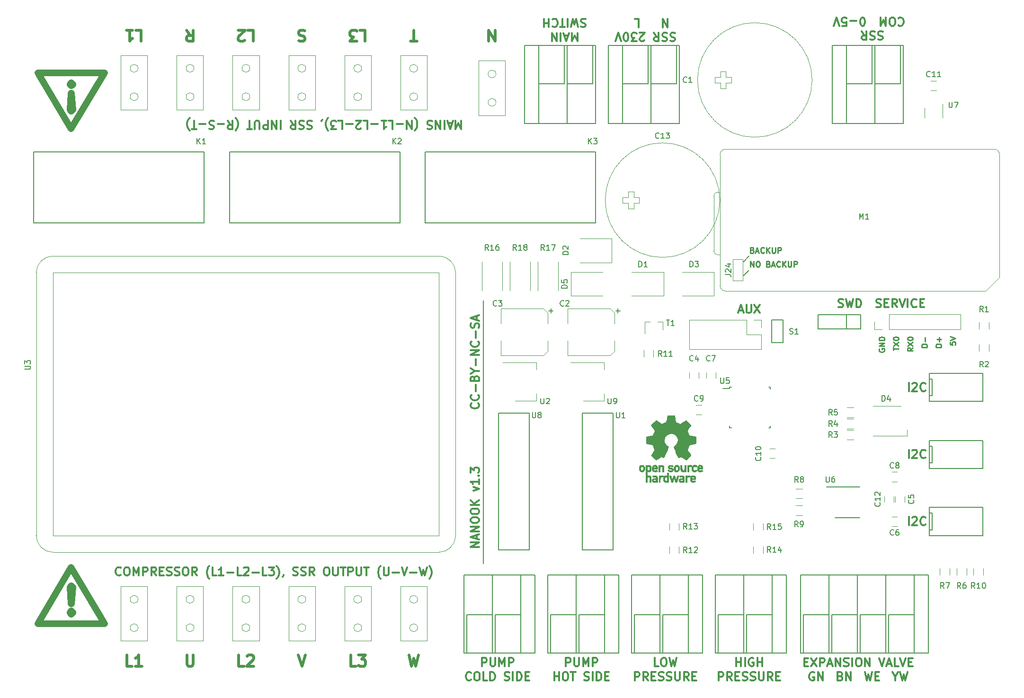
<source format=gbr>
G04 #@! TF.FileFunction,Legend,Top*
%FSLAX46Y46*%
G04 Gerber Fmt 4.6, Leading zero omitted, Abs format (unit mm)*
G04 Created by KiCad (PCBNEW 4.0.7-e2-6376~58~ubuntu16.04.1) date Wed Dec 12 02:29:56 2018*
%MOMM*%
%LPD*%
G01*
G04 APERTURE LIST*
%ADD10C,0.100000*%
%ADD11C,0.200000*%
%ADD12C,0.250000*%
%ADD13C,0.300000*%
%ADD14C,1.200000*%
%ADD15C,1.250000*%
%ADD16C,0.500000*%
%ADD17C,0.150000*%
%ADD18C,0.120000*%
%ADD19C,0.010000*%
G04 APERTURE END LIST*
D10*
D11*
X215000000Y-166000000D02*
X214000000Y-167000000D01*
X215000000Y-163500000D02*
X214000000Y-164500000D01*
D12*
X215238095Y-165452381D02*
X215238095Y-164452381D01*
X215809524Y-165452381D01*
X215809524Y-164452381D01*
X216476190Y-164452381D02*
X216666667Y-164452381D01*
X216761905Y-164500000D01*
X216857143Y-164595238D01*
X216904762Y-164785714D01*
X216904762Y-165119048D01*
X216857143Y-165309524D01*
X216761905Y-165404762D01*
X216666667Y-165452381D01*
X216476190Y-165452381D01*
X216380952Y-165404762D01*
X216285714Y-165309524D01*
X216238095Y-165119048D01*
X216238095Y-164785714D01*
X216285714Y-164595238D01*
X216380952Y-164500000D01*
X216476190Y-164452381D01*
X218428572Y-164928571D02*
X218571429Y-164976190D01*
X218619048Y-165023810D01*
X218666667Y-165119048D01*
X218666667Y-165261905D01*
X218619048Y-165357143D01*
X218571429Y-165404762D01*
X218476191Y-165452381D01*
X218095238Y-165452381D01*
X218095238Y-164452381D01*
X218428572Y-164452381D01*
X218523810Y-164500000D01*
X218571429Y-164547619D01*
X218619048Y-164642857D01*
X218619048Y-164738095D01*
X218571429Y-164833333D01*
X218523810Y-164880952D01*
X218428572Y-164928571D01*
X218095238Y-164928571D01*
X219047619Y-165166667D02*
X219523810Y-165166667D01*
X218952381Y-165452381D02*
X219285714Y-164452381D01*
X219619048Y-165452381D01*
X220523810Y-165357143D02*
X220476191Y-165404762D01*
X220333334Y-165452381D01*
X220238096Y-165452381D01*
X220095238Y-165404762D01*
X220000000Y-165309524D01*
X219952381Y-165214286D01*
X219904762Y-165023810D01*
X219904762Y-164880952D01*
X219952381Y-164690476D01*
X220000000Y-164595238D01*
X220095238Y-164500000D01*
X220238096Y-164452381D01*
X220333334Y-164452381D01*
X220476191Y-164500000D01*
X220523810Y-164547619D01*
X220952381Y-165452381D02*
X220952381Y-164452381D01*
X221523810Y-165452381D02*
X221095238Y-164880952D01*
X221523810Y-164452381D02*
X220952381Y-165023810D01*
X221952381Y-164452381D02*
X221952381Y-165261905D01*
X222000000Y-165357143D01*
X222047619Y-165404762D01*
X222142857Y-165452381D01*
X222333334Y-165452381D01*
X222428572Y-165404762D01*
X222476191Y-165357143D01*
X222523810Y-165261905D01*
X222523810Y-164452381D01*
X223000000Y-165452381D02*
X223000000Y-164452381D01*
X223380953Y-164452381D01*
X223476191Y-164500000D01*
X223523810Y-164547619D01*
X223571429Y-164642857D01*
X223571429Y-164785714D01*
X223523810Y-164880952D01*
X223476191Y-164928571D01*
X223380953Y-164976190D01*
X223000000Y-164976190D01*
X215571429Y-162428571D02*
X215714286Y-162476190D01*
X215761905Y-162523810D01*
X215809524Y-162619048D01*
X215809524Y-162761905D01*
X215761905Y-162857143D01*
X215714286Y-162904762D01*
X215619048Y-162952381D01*
X215238095Y-162952381D01*
X215238095Y-161952381D01*
X215571429Y-161952381D01*
X215666667Y-162000000D01*
X215714286Y-162047619D01*
X215761905Y-162142857D01*
X215761905Y-162238095D01*
X215714286Y-162333333D01*
X215666667Y-162380952D01*
X215571429Y-162428571D01*
X215238095Y-162428571D01*
X216190476Y-162666667D02*
X216666667Y-162666667D01*
X216095238Y-162952381D02*
X216428571Y-161952381D01*
X216761905Y-162952381D01*
X217666667Y-162857143D02*
X217619048Y-162904762D01*
X217476191Y-162952381D01*
X217380953Y-162952381D01*
X217238095Y-162904762D01*
X217142857Y-162809524D01*
X217095238Y-162714286D01*
X217047619Y-162523810D01*
X217047619Y-162380952D01*
X217095238Y-162190476D01*
X217142857Y-162095238D01*
X217238095Y-162000000D01*
X217380953Y-161952381D01*
X217476191Y-161952381D01*
X217619048Y-162000000D01*
X217666667Y-162047619D01*
X218095238Y-162952381D02*
X218095238Y-161952381D01*
X218666667Y-162952381D02*
X218238095Y-162380952D01*
X218666667Y-161952381D02*
X218095238Y-162523810D01*
X219095238Y-161952381D02*
X219095238Y-162761905D01*
X219142857Y-162857143D01*
X219190476Y-162904762D01*
X219285714Y-162952381D01*
X219476191Y-162952381D01*
X219571429Y-162904762D01*
X219619048Y-162857143D01*
X219666667Y-162761905D01*
X219666667Y-161952381D01*
X220142857Y-162952381D02*
X220142857Y-161952381D01*
X220523810Y-161952381D01*
X220619048Y-162000000D01*
X220666667Y-162047619D01*
X220714286Y-162142857D01*
X220714286Y-162285714D01*
X220666667Y-162380952D01*
X220619048Y-162428571D01*
X220523810Y-162476190D01*
X220142857Y-162476190D01*
D13*
X200428571Y-121071429D02*
X200428571Y-122571429D01*
X199571428Y-121071429D01*
X199571428Y-122571429D01*
X194535714Y-121071429D02*
X195250000Y-121071429D01*
X195250000Y-122571429D01*
D14*
X99750000Y-130750000D02*
X87750000Y-130750000D01*
X87750000Y-130750000D02*
X93750000Y-140750000D01*
D15*
X93750000Y-132964286D02*
X93511905Y-132726190D01*
X93750000Y-132488095D01*
X93988095Y-132726190D01*
X93750000Y-132964286D01*
X93750000Y-132488095D01*
X93750000Y-134392857D02*
X93988095Y-137250000D01*
X93750000Y-137488095D01*
X93511905Y-137250000D01*
X93750000Y-134392857D01*
X93750000Y-137488095D01*
D14*
X93750000Y-140750000D02*
X99750000Y-130750000D01*
X93750000Y-219250000D02*
X87750000Y-229250000D01*
X99750000Y-229250000D02*
X93750000Y-219250000D01*
X87750000Y-229250000D02*
X99750000Y-229250000D01*
D15*
X93750000Y-227035714D02*
X93988095Y-227273810D01*
X93750000Y-227511905D01*
X93511905Y-227273810D01*
X93750000Y-227035714D01*
X93750000Y-227511905D01*
X93750000Y-225607143D02*
X93511905Y-222750000D01*
X93750000Y-222511905D01*
X93988095Y-222750000D01*
X93750000Y-225607143D01*
X93750000Y-222511905D01*
D13*
X235357142Y-122321429D02*
X235214285Y-122321429D01*
X235071428Y-122250000D01*
X234999999Y-122178571D01*
X234928570Y-122035714D01*
X234857142Y-121750000D01*
X234857142Y-121392857D01*
X234928570Y-121107143D01*
X234999999Y-120964286D01*
X235071428Y-120892857D01*
X235214285Y-120821429D01*
X235357142Y-120821429D01*
X235499999Y-120892857D01*
X235571428Y-120964286D01*
X235642856Y-121107143D01*
X235714285Y-121392857D01*
X235714285Y-121750000D01*
X235642856Y-122035714D01*
X235571428Y-122178571D01*
X235499999Y-122250000D01*
X235357142Y-122321429D01*
X234214285Y-121392857D02*
X233071428Y-121392857D01*
X231642856Y-122321429D02*
X232357142Y-122321429D01*
X232428571Y-121607143D01*
X232357142Y-121678571D01*
X232214285Y-121750000D01*
X231857142Y-121750000D01*
X231714285Y-121678571D01*
X231642856Y-121607143D01*
X231571428Y-121464286D01*
X231571428Y-121107143D01*
X231642856Y-120964286D01*
X231714285Y-120892857D01*
X231857142Y-120821429D01*
X232214285Y-120821429D01*
X232357142Y-120892857D01*
X232428571Y-120964286D01*
X231142857Y-122321429D02*
X230642857Y-120821429D01*
X230142857Y-122321429D01*
X241678571Y-120964286D02*
X241750000Y-120892857D01*
X241964286Y-120821429D01*
X242107143Y-120821429D01*
X242321428Y-120892857D01*
X242464286Y-121035714D01*
X242535714Y-121178571D01*
X242607143Y-121464286D01*
X242607143Y-121678571D01*
X242535714Y-121964286D01*
X242464286Y-122107143D01*
X242321428Y-122250000D01*
X242107143Y-122321429D01*
X241964286Y-122321429D01*
X241750000Y-122250000D01*
X241678571Y-122178571D01*
X240750000Y-122321429D02*
X240464286Y-122321429D01*
X240321428Y-122250000D01*
X240178571Y-122107143D01*
X240107143Y-121821429D01*
X240107143Y-121321429D01*
X240178571Y-121035714D01*
X240321428Y-120892857D01*
X240464286Y-120821429D01*
X240750000Y-120821429D01*
X240892857Y-120892857D01*
X241035714Y-121035714D01*
X241107143Y-121321429D01*
X241107143Y-121821429D01*
X241035714Y-122107143D01*
X240892857Y-122250000D01*
X240750000Y-122321429D01*
X239464285Y-120821429D02*
X239464285Y-122321429D01*
X238964285Y-121250000D01*
X238464285Y-122321429D01*
X238464285Y-120821429D01*
X184285714Y-123596429D02*
X184285714Y-125096429D01*
X183785714Y-124025000D01*
X183285714Y-125096429D01*
X183285714Y-123596429D01*
X182642857Y-124025000D02*
X181928571Y-124025000D01*
X182785714Y-123596429D02*
X182285714Y-125096429D01*
X181785714Y-123596429D01*
X181285714Y-123596429D02*
X181285714Y-125096429D01*
X180571428Y-123596429D02*
X180571428Y-125096429D01*
X179714285Y-123596429D01*
X179714285Y-125096429D01*
X185750000Y-121117857D02*
X185535714Y-121046429D01*
X185178571Y-121046429D01*
X185035714Y-121117857D01*
X184964285Y-121189286D01*
X184892857Y-121332143D01*
X184892857Y-121475000D01*
X184964285Y-121617857D01*
X185035714Y-121689286D01*
X185178571Y-121760714D01*
X185464285Y-121832143D01*
X185607143Y-121903571D01*
X185678571Y-121975000D01*
X185750000Y-122117857D01*
X185750000Y-122260714D01*
X185678571Y-122403571D01*
X185607143Y-122475000D01*
X185464285Y-122546429D01*
X185107143Y-122546429D01*
X184892857Y-122475000D01*
X184392857Y-122546429D02*
X184035714Y-121046429D01*
X183750000Y-122117857D01*
X183464286Y-121046429D01*
X183107143Y-122546429D01*
X182535714Y-121046429D02*
X182535714Y-122546429D01*
X182035714Y-122546429D02*
X181178571Y-122546429D01*
X181607142Y-121046429D02*
X181607142Y-122546429D01*
X179821428Y-121189286D02*
X179892857Y-121117857D01*
X180107143Y-121046429D01*
X180250000Y-121046429D01*
X180464285Y-121117857D01*
X180607143Y-121260714D01*
X180678571Y-121403571D01*
X180750000Y-121689286D01*
X180750000Y-121903571D01*
X180678571Y-122189286D01*
X180607143Y-122332143D01*
X180464285Y-122475000D01*
X180250000Y-122546429D01*
X180107143Y-122546429D01*
X179892857Y-122475000D01*
X179821428Y-122403571D01*
X179178571Y-121046429D02*
X179178571Y-122546429D01*
X179178571Y-121832143D02*
X178321428Y-121832143D01*
X178321428Y-121046429D02*
X178321428Y-122546429D01*
X201749999Y-123642857D02*
X201535713Y-123571429D01*
X201178570Y-123571429D01*
X201035713Y-123642857D01*
X200964284Y-123714286D01*
X200892856Y-123857143D01*
X200892856Y-124000000D01*
X200964284Y-124142857D01*
X201035713Y-124214286D01*
X201178570Y-124285714D01*
X201464284Y-124357143D01*
X201607142Y-124428571D01*
X201678570Y-124500000D01*
X201749999Y-124642857D01*
X201749999Y-124785714D01*
X201678570Y-124928571D01*
X201607142Y-125000000D01*
X201464284Y-125071429D01*
X201107142Y-125071429D01*
X200892856Y-125000000D01*
X200321428Y-123642857D02*
X200107142Y-123571429D01*
X199749999Y-123571429D01*
X199607142Y-123642857D01*
X199535713Y-123714286D01*
X199464285Y-123857143D01*
X199464285Y-124000000D01*
X199535713Y-124142857D01*
X199607142Y-124214286D01*
X199749999Y-124285714D01*
X200035713Y-124357143D01*
X200178571Y-124428571D01*
X200249999Y-124500000D01*
X200321428Y-124642857D01*
X200321428Y-124785714D01*
X200249999Y-124928571D01*
X200178571Y-125000000D01*
X200035713Y-125071429D01*
X199678571Y-125071429D01*
X199464285Y-125000000D01*
X197964285Y-123571429D02*
X198464285Y-124285714D01*
X198821428Y-123571429D02*
X198821428Y-125071429D01*
X198250000Y-125071429D01*
X198107142Y-125000000D01*
X198035714Y-124928571D01*
X197964285Y-124785714D01*
X197964285Y-124571429D01*
X198035714Y-124428571D01*
X198107142Y-124357143D01*
X198250000Y-124285714D01*
X198821428Y-124285714D01*
X196250000Y-124928571D02*
X196178571Y-125000000D01*
X196035714Y-125071429D01*
X195678571Y-125071429D01*
X195535714Y-125000000D01*
X195464285Y-124928571D01*
X195392857Y-124785714D01*
X195392857Y-124642857D01*
X195464285Y-124428571D01*
X196321428Y-123571429D01*
X195392857Y-123571429D01*
X194892857Y-125071429D02*
X193964286Y-125071429D01*
X194464286Y-124500000D01*
X194250000Y-124500000D01*
X194107143Y-124428571D01*
X194035714Y-124357143D01*
X193964286Y-124214286D01*
X193964286Y-123857143D01*
X194035714Y-123714286D01*
X194107143Y-123642857D01*
X194250000Y-123571429D01*
X194678572Y-123571429D01*
X194821429Y-123642857D01*
X194892857Y-123714286D01*
X193035715Y-125071429D02*
X192892858Y-125071429D01*
X192750001Y-125000000D01*
X192678572Y-124928571D01*
X192607143Y-124785714D01*
X192535715Y-124500000D01*
X192535715Y-124142857D01*
X192607143Y-123857143D01*
X192678572Y-123714286D01*
X192750001Y-123642857D01*
X192892858Y-123571429D01*
X193035715Y-123571429D01*
X193178572Y-123642857D01*
X193250001Y-123714286D01*
X193321429Y-123857143D01*
X193392858Y-124142857D01*
X193392858Y-124500000D01*
X193321429Y-124785714D01*
X193250001Y-124928571D01*
X193178572Y-125000000D01*
X193035715Y-125071429D01*
X192107144Y-125071429D02*
X191607144Y-123571429D01*
X191107144Y-125071429D01*
D16*
X169571429Y-123095238D02*
X169571429Y-125095238D01*
X168428571Y-123095238D01*
X168428571Y-125095238D01*
D13*
X163500000Y-139321429D02*
X163500000Y-140821429D01*
X163000000Y-139750000D01*
X162500000Y-140821429D01*
X162500000Y-139321429D01*
X161857143Y-139750000D02*
X161142857Y-139750000D01*
X162000000Y-139321429D02*
X161500000Y-140821429D01*
X161000000Y-139321429D01*
X160500000Y-139321429D02*
X160500000Y-140821429D01*
X159785714Y-139321429D02*
X159785714Y-140821429D01*
X158928571Y-139321429D01*
X158928571Y-140821429D01*
X158285714Y-139392857D02*
X158071428Y-139321429D01*
X157714285Y-139321429D01*
X157571428Y-139392857D01*
X157499999Y-139464286D01*
X157428571Y-139607143D01*
X157428571Y-139750000D01*
X157499999Y-139892857D01*
X157571428Y-139964286D01*
X157714285Y-140035714D01*
X157999999Y-140107143D01*
X158142857Y-140178571D01*
X158214285Y-140250000D01*
X158285714Y-140392857D01*
X158285714Y-140535714D01*
X158214285Y-140678571D01*
X158142857Y-140750000D01*
X157999999Y-140821429D01*
X157642857Y-140821429D01*
X157428571Y-140750000D01*
X155214286Y-138750000D02*
X155285714Y-138821429D01*
X155428571Y-139035714D01*
X155500000Y-139178571D01*
X155571429Y-139392857D01*
X155642857Y-139750000D01*
X155642857Y-140035714D01*
X155571429Y-140392857D01*
X155500000Y-140607143D01*
X155428571Y-140750000D01*
X155285714Y-140964286D01*
X155214286Y-141035714D01*
X154642857Y-139321429D02*
X154642857Y-140821429D01*
X153785714Y-139321429D01*
X153785714Y-140821429D01*
X153071428Y-139892857D02*
X151928571Y-139892857D01*
X150499999Y-139321429D02*
X151214285Y-139321429D01*
X151214285Y-140821429D01*
X149214285Y-139321429D02*
X150071428Y-139321429D01*
X149642856Y-139321429D02*
X149642856Y-140821429D01*
X149785713Y-140607143D01*
X149928571Y-140464286D01*
X150071428Y-140392857D01*
X148571428Y-139892857D02*
X147428571Y-139892857D01*
X145999999Y-139321429D02*
X146714285Y-139321429D01*
X146714285Y-140821429D01*
X145571428Y-140678571D02*
X145499999Y-140750000D01*
X145357142Y-140821429D01*
X144999999Y-140821429D01*
X144857142Y-140750000D01*
X144785713Y-140678571D01*
X144714285Y-140535714D01*
X144714285Y-140392857D01*
X144785713Y-140178571D01*
X145642856Y-139321429D01*
X144714285Y-139321429D01*
X144071428Y-139892857D02*
X142928571Y-139892857D01*
X141499999Y-139321429D02*
X142214285Y-139321429D01*
X142214285Y-140821429D01*
X141142856Y-140821429D02*
X140214285Y-140821429D01*
X140714285Y-140250000D01*
X140499999Y-140250000D01*
X140357142Y-140178571D01*
X140285713Y-140107143D01*
X140214285Y-139964286D01*
X140214285Y-139607143D01*
X140285713Y-139464286D01*
X140357142Y-139392857D01*
X140499999Y-139321429D01*
X140928571Y-139321429D01*
X141071428Y-139392857D01*
X141142856Y-139464286D01*
X139714285Y-138750000D02*
X139642857Y-138821429D01*
X139500000Y-139035714D01*
X139428571Y-139178571D01*
X139357142Y-139392857D01*
X139285714Y-139750000D01*
X139285714Y-140035714D01*
X139357142Y-140392857D01*
X139428571Y-140607143D01*
X139500000Y-140750000D01*
X139642857Y-140964286D01*
X139714285Y-141035714D01*
X138500000Y-139392857D02*
X138500000Y-139321429D01*
X138571428Y-139178571D01*
X138642857Y-139107143D01*
X136785714Y-139392857D02*
X136571428Y-139321429D01*
X136214285Y-139321429D01*
X136071428Y-139392857D01*
X135999999Y-139464286D01*
X135928571Y-139607143D01*
X135928571Y-139750000D01*
X135999999Y-139892857D01*
X136071428Y-139964286D01*
X136214285Y-140035714D01*
X136499999Y-140107143D01*
X136642857Y-140178571D01*
X136714285Y-140250000D01*
X136785714Y-140392857D01*
X136785714Y-140535714D01*
X136714285Y-140678571D01*
X136642857Y-140750000D01*
X136499999Y-140821429D01*
X136142857Y-140821429D01*
X135928571Y-140750000D01*
X135357143Y-139392857D02*
X135142857Y-139321429D01*
X134785714Y-139321429D01*
X134642857Y-139392857D01*
X134571428Y-139464286D01*
X134500000Y-139607143D01*
X134500000Y-139750000D01*
X134571428Y-139892857D01*
X134642857Y-139964286D01*
X134785714Y-140035714D01*
X135071428Y-140107143D01*
X135214286Y-140178571D01*
X135285714Y-140250000D01*
X135357143Y-140392857D01*
X135357143Y-140535714D01*
X135285714Y-140678571D01*
X135214286Y-140750000D01*
X135071428Y-140821429D01*
X134714286Y-140821429D01*
X134500000Y-140750000D01*
X133000000Y-139321429D02*
X133500000Y-140035714D01*
X133857143Y-139321429D02*
X133857143Y-140821429D01*
X133285715Y-140821429D01*
X133142857Y-140750000D01*
X133071429Y-140678571D01*
X133000000Y-140535714D01*
X133000000Y-140321429D01*
X133071429Y-140178571D01*
X133142857Y-140107143D01*
X133285715Y-140035714D01*
X133857143Y-140035714D01*
X131214286Y-139321429D02*
X131214286Y-140821429D01*
X130500000Y-139321429D02*
X130500000Y-140821429D01*
X129642857Y-139321429D01*
X129642857Y-140821429D01*
X128928571Y-139321429D02*
X128928571Y-140821429D01*
X128357143Y-140821429D01*
X128214285Y-140750000D01*
X128142857Y-140678571D01*
X128071428Y-140535714D01*
X128071428Y-140321429D01*
X128142857Y-140178571D01*
X128214285Y-140107143D01*
X128357143Y-140035714D01*
X128928571Y-140035714D01*
X127428571Y-140821429D02*
X127428571Y-139607143D01*
X127357143Y-139464286D01*
X127285714Y-139392857D01*
X127142857Y-139321429D01*
X126857143Y-139321429D01*
X126714285Y-139392857D01*
X126642857Y-139464286D01*
X126571428Y-139607143D01*
X126571428Y-140821429D01*
X126071428Y-140821429D02*
X125214285Y-140821429D01*
X125642856Y-139321429D02*
X125642856Y-140821429D01*
X123142857Y-138750000D02*
X123214285Y-138821429D01*
X123357142Y-139035714D01*
X123428571Y-139178571D01*
X123500000Y-139392857D01*
X123571428Y-139750000D01*
X123571428Y-140035714D01*
X123500000Y-140392857D01*
X123428571Y-140607143D01*
X123357142Y-140750000D01*
X123214285Y-140964286D01*
X123142857Y-141035714D01*
X121714285Y-139321429D02*
X122214285Y-140035714D01*
X122571428Y-139321429D02*
X122571428Y-140821429D01*
X122000000Y-140821429D01*
X121857142Y-140750000D01*
X121785714Y-140678571D01*
X121714285Y-140535714D01*
X121714285Y-140321429D01*
X121785714Y-140178571D01*
X121857142Y-140107143D01*
X122000000Y-140035714D01*
X122571428Y-140035714D01*
X121071428Y-139892857D02*
X119928571Y-139892857D01*
X119285714Y-139392857D02*
X119071428Y-139321429D01*
X118714285Y-139321429D01*
X118571428Y-139392857D01*
X118499999Y-139464286D01*
X118428571Y-139607143D01*
X118428571Y-139750000D01*
X118499999Y-139892857D01*
X118571428Y-139964286D01*
X118714285Y-140035714D01*
X118999999Y-140107143D01*
X119142857Y-140178571D01*
X119214285Y-140250000D01*
X119285714Y-140392857D01*
X119285714Y-140535714D01*
X119214285Y-140678571D01*
X119142857Y-140750000D01*
X118999999Y-140821429D01*
X118642857Y-140821429D01*
X118428571Y-140750000D01*
X117785714Y-139892857D02*
X116642857Y-139892857D01*
X116142857Y-140821429D02*
X115285714Y-140821429D01*
X115714285Y-139321429D02*
X115714285Y-140821429D01*
X114928571Y-138750000D02*
X114857143Y-138821429D01*
X114714286Y-139035714D01*
X114642857Y-139178571D01*
X114571428Y-139392857D01*
X114500000Y-139750000D01*
X114500000Y-140035714D01*
X114571428Y-140392857D01*
X114642857Y-140607143D01*
X114714286Y-140750000D01*
X114857143Y-140964286D01*
X114928571Y-141035714D01*
D16*
X114380952Y-123095238D02*
X115047619Y-124047619D01*
X115523810Y-123095238D02*
X115523810Y-125095238D01*
X114761905Y-125095238D01*
X114571429Y-125000000D01*
X114476190Y-124904762D01*
X114380952Y-124714286D01*
X114380952Y-124428571D01*
X114476190Y-124238095D01*
X114571429Y-124142857D01*
X114761905Y-124047619D01*
X115523810Y-124047619D01*
X105333334Y-123095238D02*
X106285715Y-123095238D01*
X106285715Y-125095238D01*
X103619047Y-123095238D02*
X104761905Y-123095238D01*
X104190476Y-123095238D02*
X104190476Y-125095238D01*
X104380952Y-124809524D01*
X104571428Y-124619048D01*
X104761905Y-124523810D01*
X135571429Y-123190476D02*
X135285714Y-123095238D01*
X134809524Y-123095238D01*
X134619048Y-123190476D01*
X134523810Y-123285714D01*
X134428571Y-123476190D01*
X134428571Y-123666667D01*
X134523810Y-123857143D01*
X134619048Y-123952381D01*
X134809524Y-124047619D01*
X135190476Y-124142857D01*
X135380952Y-124238095D01*
X135476191Y-124333333D01*
X135571429Y-124523810D01*
X135571429Y-124714286D01*
X135476191Y-124904762D01*
X135380952Y-125000000D01*
X135190476Y-125095238D01*
X134714286Y-125095238D01*
X134428571Y-125000000D01*
X125333334Y-123095238D02*
X126285715Y-123095238D01*
X126285715Y-125095238D01*
X124761905Y-124904762D02*
X124666667Y-125000000D01*
X124476190Y-125095238D01*
X124000000Y-125095238D01*
X123809524Y-125000000D01*
X123714286Y-124904762D01*
X123619047Y-124714286D01*
X123619047Y-124523810D01*
X123714286Y-124238095D01*
X124857143Y-123095238D01*
X123619047Y-123095238D01*
X155571429Y-125095238D02*
X154428572Y-125095238D01*
X155000000Y-123095238D02*
X155000000Y-125095238D01*
X145333334Y-123095238D02*
X146285715Y-123095238D01*
X146285715Y-125095238D01*
X144857143Y-125095238D02*
X143619047Y-125095238D01*
X144285714Y-124333333D01*
X144000000Y-124333333D01*
X143809524Y-124238095D01*
X143714286Y-124142857D01*
X143619047Y-123952381D01*
X143619047Y-123476190D01*
X143714286Y-123285714D01*
X143809524Y-123190476D01*
X144000000Y-123095238D01*
X144571428Y-123095238D01*
X144761905Y-123190476D01*
X144857143Y-123285714D01*
X154142857Y-234904762D02*
X154619048Y-236904762D01*
X155000000Y-235476190D01*
X155380953Y-236904762D01*
X155857143Y-234904762D01*
X144666666Y-236904762D02*
X143714285Y-236904762D01*
X143714285Y-234904762D01*
X145142857Y-234904762D02*
X146380953Y-234904762D01*
X145714286Y-235666667D01*
X146000000Y-235666667D01*
X146190476Y-235761905D01*
X146285714Y-235857143D01*
X146380953Y-236047619D01*
X146380953Y-236523810D01*
X146285714Y-236714286D01*
X146190476Y-236809524D01*
X146000000Y-236904762D01*
X145428572Y-236904762D01*
X145238095Y-236809524D01*
X145142857Y-236714286D01*
X134333333Y-234904762D02*
X135000000Y-236904762D01*
X135666667Y-234904762D01*
X124666666Y-236904762D02*
X123714285Y-236904762D01*
X123714285Y-234904762D01*
X125238095Y-235095238D02*
X125333333Y-235000000D01*
X125523810Y-234904762D01*
X126000000Y-234904762D01*
X126190476Y-235000000D01*
X126285714Y-235095238D01*
X126380953Y-235285714D01*
X126380953Y-235476190D01*
X126285714Y-235761905D01*
X125142857Y-236904762D01*
X126380953Y-236904762D01*
X114428571Y-234904762D02*
X114428571Y-236523810D01*
X114523810Y-236714286D01*
X114619048Y-236809524D01*
X114809524Y-236904762D01*
X115190476Y-236904762D01*
X115380952Y-236809524D01*
X115476191Y-236714286D01*
X115571429Y-236523810D01*
X115571429Y-234904762D01*
D13*
X241142857Y-238740286D02*
X241142857Y-239454571D01*
X240642857Y-237954571D02*
X241142857Y-238740286D01*
X241642857Y-237954571D01*
X242000000Y-237954571D02*
X242357143Y-239454571D01*
X242642857Y-238383143D01*
X242928571Y-239454571D01*
X243285714Y-237954571D01*
X235678572Y-237954571D02*
X236035715Y-239454571D01*
X236321429Y-238383143D01*
X236607143Y-239454571D01*
X236964286Y-237954571D01*
X237535715Y-238668857D02*
X238035715Y-238668857D01*
X238250001Y-239454571D02*
X237535715Y-239454571D01*
X237535715Y-237954571D01*
X238250001Y-237954571D01*
X231321429Y-238668857D02*
X231535715Y-238740286D01*
X231607143Y-238811714D01*
X231678572Y-238954571D01*
X231678572Y-239168857D01*
X231607143Y-239311714D01*
X231535715Y-239383143D01*
X231392857Y-239454571D01*
X230821429Y-239454571D01*
X230821429Y-237954571D01*
X231321429Y-237954571D01*
X231464286Y-238026000D01*
X231535715Y-238097429D01*
X231607143Y-238240286D01*
X231607143Y-238383143D01*
X231535715Y-238526000D01*
X231464286Y-238597429D01*
X231321429Y-238668857D01*
X230821429Y-238668857D01*
X232321429Y-239454571D02*
X232321429Y-237954571D01*
X233178572Y-239454571D01*
X233178572Y-237954571D01*
X226607143Y-238026000D02*
X226464286Y-237954571D01*
X226250000Y-237954571D01*
X226035715Y-238026000D01*
X225892857Y-238168857D01*
X225821429Y-238311714D01*
X225750000Y-238597429D01*
X225750000Y-238811714D01*
X225821429Y-239097429D01*
X225892857Y-239240286D01*
X226035715Y-239383143D01*
X226250000Y-239454571D01*
X226392857Y-239454571D01*
X226607143Y-239383143D01*
X226678572Y-239311714D01*
X226678572Y-238811714D01*
X226392857Y-238811714D01*
X227321429Y-239454571D02*
X227321429Y-237954571D01*
X228178572Y-239454571D01*
X228178572Y-237954571D01*
D11*
X167500000Y-218500000D02*
X167500000Y-171500000D01*
D13*
X166535714Y-189857142D02*
X166607143Y-189928571D01*
X166678571Y-190142857D01*
X166678571Y-190285714D01*
X166607143Y-190499999D01*
X166464286Y-190642857D01*
X166321429Y-190714285D01*
X166035714Y-190785714D01*
X165821429Y-190785714D01*
X165535714Y-190714285D01*
X165392857Y-190642857D01*
X165250000Y-190499999D01*
X165178571Y-190285714D01*
X165178571Y-190142857D01*
X165250000Y-189928571D01*
X165321429Y-189857142D01*
X166535714Y-188357142D02*
X166607143Y-188428571D01*
X166678571Y-188642857D01*
X166678571Y-188785714D01*
X166607143Y-188999999D01*
X166464286Y-189142857D01*
X166321429Y-189214285D01*
X166035714Y-189285714D01*
X165821429Y-189285714D01*
X165535714Y-189214285D01*
X165392857Y-189142857D01*
X165250000Y-188999999D01*
X165178571Y-188785714D01*
X165178571Y-188642857D01*
X165250000Y-188428571D01*
X165321429Y-188357142D01*
X166107143Y-187714285D02*
X166107143Y-186571428D01*
X165892857Y-185357142D02*
X165964286Y-185142856D01*
X166035714Y-185071428D01*
X166178571Y-184999999D01*
X166392857Y-184999999D01*
X166535714Y-185071428D01*
X166607143Y-185142856D01*
X166678571Y-185285714D01*
X166678571Y-185857142D01*
X165178571Y-185857142D01*
X165178571Y-185357142D01*
X165250000Y-185214285D01*
X165321429Y-185142856D01*
X165464286Y-185071428D01*
X165607143Y-185071428D01*
X165750000Y-185142856D01*
X165821429Y-185214285D01*
X165892857Y-185357142D01*
X165892857Y-185857142D01*
X165964286Y-184071428D02*
X166678571Y-184071428D01*
X165178571Y-184571428D02*
X165964286Y-184071428D01*
X165178571Y-183571428D01*
X166107143Y-183071428D02*
X166107143Y-181928571D01*
X166678571Y-181214285D02*
X165178571Y-181214285D01*
X166678571Y-180357142D01*
X165178571Y-180357142D01*
X166535714Y-178785713D02*
X166607143Y-178857142D01*
X166678571Y-179071428D01*
X166678571Y-179214285D01*
X166607143Y-179428570D01*
X166464286Y-179571428D01*
X166321429Y-179642856D01*
X166035714Y-179714285D01*
X165821429Y-179714285D01*
X165535714Y-179642856D01*
X165392857Y-179571428D01*
X165250000Y-179428570D01*
X165178571Y-179214285D01*
X165178571Y-179071428D01*
X165250000Y-178857142D01*
X165321429Y-178785713D01*
X166107143Y-178142856D02*
X166107143Y-176999999D01*
X166607143Y-176357142D02*
X166678571Y-176142856D01*
X166678571Y-175785713D01*
X166607143Y-175642856D01*
X166535714Y-175571427D01*
X166392857Y-175499999D01*
X166250000Y-175499999D01*
X166107143Y-175571427D01*
X166035714Y-175642856D01*
X165964286Y-175785713D01*
X165892857Y-176071427D01*
X165821429Y-176214285D01*
X165750000Y-176285713D01*
X165607143Y-176357142D01*
X165464286Y-176357142D01*
X165321429Y-176285713D01*
X165250000Y-176214285D01*
X165178571Y-176071427D01*
X165178571Y-175714285D01*
X165250000Y-175499999D01*
X166250000Y-174928571D02*
X166250000Y-174214285D01*
X166678571Y-175071428D02*
X165178571Y-174571428D01*
X166678571Y-174071428D01*
X166678571Y-215607143D02*
X165178571Y-215607143D01*
X166678571Y-214750000D01*
X165178571Y-214750000D01*
X166250000Y-214107143D02*
X166250000Y-213392857D01*
X166678571Y-214250000D02*
X165178571Y-213750000D01*
X166678571Y-213250000D01*
X166678571Y-212750000D02*
X165178571Y-212750000D01*
X166678571Y-211892857D01*
X165178571Y-211892857D01*
X165178571Y-210892857D02*
X165178571Y-210607143D01*
X165250000Y-210464285D01*
X165392857Y-210321428D01*
X165678571Y-210250000D01*
X166178571Y-210250000D01*
X166464286Y-210321428D01*
X166607143Y-210464285D01*
X166678571Y-210607143D01*
X166678571Y-210892857D01*
X166607143Y-211035714D01*
X166464286Y-211178571D01*
X166178571Y-211250000D01*
X165678571Y-211250000D01*
X165392857Y-211178571D01*
X165250000Y-211035714D01*
X165178571Y-210892857D01*
X165178571Y-209321428D02*
X165178571Y-209035714D01*
X165250000Y-208892856D01*
X165392857Y-208749999D01*
X165678571Y-208678571D01*
X166178571Y-208678571D01*
X166464286Y-208749999D01*
X166607143Y-208892856D01*
X166678571Y-209035714D01*
X166678571Y-209321428D01*
X166607143Y-209464285D01*
X166464286Y-209607142D01*
X166178571Y-209678571D01*
X165678571Y-209678571D01*
X165392857Y-209607142D01*
X165250000Y-209464285D01*
X165178571Y-209321428D01*
X166678571Y-208035713D02*
X165178571Y-208035713D01*
X166678571Y-207178570D02*
X165821429Y-207821427D01*
X165178571Y-207178570D02*
X166035714Y-208035713D01*
X165678571Y-205535713D02*
X166678571Y-205178570D01*
X165678571Y-204821428D01*
X166678571Y-203464285D02*
X166678571Y-204321428D01*
X166678571Y-203892856D02*
X165178571Y-203892856D01*
X165392857Y-204035713D01*
X165535714Y-204178571D01*
X165607143Y-204321428D01*
X166535714Y-202821428D02*
X166607143Y-202750000D01*
X166678571Y-202821428D01*
X166607143Y-202892857D01*
X166535714Y-202821428D01*
X166678571Y-202821428D01*
X165178571Y-202249999D02*
X165178571Y-201321428D01*
X165750000Y-201821428D01*
X165750000Y-201607142D01*
X165821429Y-201464285D01*
X165892857Y-201392856D01*
X166035714Y-201321428D01*
X166392857Y-201321428D01*
X166535714Y-201392856D01*
X166607143Y-201464285D01*
X166678571Y-201607142D01*
X166678571Y-202035714D01*
X166607143Y-202178571D01*
X166535714Y-202249999D01*
D12*
X250912381Y-178895238D02*
X250912381Y-179371429D01*
X251388571Y-179419048D01*
X251340952Y-179371429D01*
X251293333Y-179276191D01*
X251293333Y-179038095D01*
X251340952Y-178942857D01*
X251388571Y-178895238D01*
X251483810Y-178847619D01*
X251721905Y-178847619D01*
X251817143Y-178895238D01*
X251864762Y-178942857D01*
X251912381Y-179038095D01*
X251912381Y-179276191D01*
X251864762Y-179371429D01*
X251817143Y-179419048D01*
X250912381Y-178561905D02*
X251912381Y-178228572D01*
X250912381Y-177895238D01*
X249372381Y-179800000D02*
X248372381Y-179800000D01*
X248372381Y-179561905D01*
X248420000Y-179419047D01*
X248515238Y-179323809D01*
X248610476Y-179276190D01*
X248800952Y-179228571D01*
X248943810Y-179228571D01*
X249134286Y-179276190D01*
X249229524Y-179323809D01*
X249324762Y-179419047D01*
X249372381Y-179561905D01*
X249372381Y-179800000D01*
X248991429Y-178800000D02*
X248991429Y-178038095D01*
X249372381Y-178419047D02*
X248610476Y-178419047D01*
X246832381Y-179800000D02*
X245832381Y-179800000D01*
X245832381Y-179561905D01*
X245880000Y-179419047D01*
X245975238Y-179323809D01*
X246070476Y-179276190D01*
X246260952Y-179228571D01*
X246403810Y-179228571D01*
X246594286Y-179276190D01*
X246689524Y-179323809D01*
X246784762Y-179419047D01*
X246832381Y-179561905D01*
X246832381Y-179800000D01*
X246451429Y-178800000D02*
X246451429Y-178038095D01*
X238260000Y-180085714D02*
X238212381Y-180180952D01*
X238212381Y-180323809D01*
X238260000Y-180466667D01*
X238355238Y-180561905D01*
X238450476Y-180609524D01*
X238640952Y-180657143D01*
X238783810Y-180657143D01*
X238974286Y-180609524D01*
X239069524Y-180561905D01*
X239164762Y-180466667D01*
X239212381Y-180323809D01*
X239212381Y-180228571D01*
X239164762Y-180085714D01*
X239117143Y-180038095D01*
X238783810Y-180038095D01*
X238783810Y-180228571D01*
X239212381Y-179609524D02*
X238212381Y-179609524D01*
X239212381Y-179038095D01*
X238212381Y-179038095D01*
X239212381Y-178561905D02*
X238212381Y-178561905D01*
X238212381Y-178323810D01*
X238260000Y-178180952D01*
X238355238Y-178085714D01*
X238450476Y-178038095D01*
X238640952Y-177990476D01*
X238783810Y-177990476D01*
X238974286Y-178038095D01*
X239069524Y-178085714D01*
X239164762Y-178180952D01*
X239212381Y-178323810D01*
X239212381Y-178561905D01*
X240752381Y-180371429D02*
X240752381Y-179800000D01*
X241752381Y-180085715D02*
X240752381Y-180085715D01*
X240752381Y-179561905D02*
X241752381Y-178895238D01*
X240752381Y-178895238D02*
X241752381Y-179561905D01*
X240752381Y-178323810D02*
X240752381Y-178228571D01*
X240800000Y-178133333D01*
X240847619Y-178085714D01*
X240942857Y-178038095D01*
X241133333Y-177990476D01*
X241371429Y-177990476D01*
X241561905Y-178038095D01*
X241657143Y-178085714D01*
X241704762Y-178133333D01*
X241752381Y-178228571D01*
X241752381Y-178323810D01*
X241704762Y-178419048D01*
X241657143Y-178466667D01*
X241561905Y-178514286D01*
X241371429Y-178561905D01*
X241133333Y-178561905D01*
X240942857Y-178514286D01*
X240847619Y-178466667D01*
X240800000Y-178419048D01*
X240752381Y-178323810D01*
X244292381Y-179895238D02*
X243816190Y-180228572D01*
X244292381Y-180466667D02*
X243292381Y-180466667D01*
X243292381Y-180085714D01*
X243340000Y-179990476D01*
X243387619Y-179942857D01*
X243482857Y-179895238D01*
X243625714Y-179895238D01*
X243720952Y-179942857D01*
X243768571Y-179990476D01*
X243816190Y-180085714D01*
X243816190Y-180466667D01*
X243292381Y-179561905D02*
X244292381Y-178895238D01*
X243292381Y-178895238D02*
X244292381Y-179561905D01*
X243292381Y-178323810D02*
X243292381Y-178228571D01*
X243340000Y-178133333D01*
X243387619Y-178085714D01*
X243482857Y-178038095D01*
X243673333Y-177990476D01*
X243911429Y-177990476D01*
X244101905Y-178038095D01*
X244197143Y-178085714D01*
X244244762Y-178133333D01*
X244292381Y-178228571D01*
X244292381Y-178323810D01*
X244244762Y-178419048D01*
X244197143Y-178466667D01*
X244101905Y-178514286D01*
X243911429Y-178561905D01*
X243673333Y-178561905D01*
X243482857Y-178514286D01*
X243387619Y-178466667D01*
X243340000Y-178419048D01*
X243292381Y-178323810D01*
D16*
X104666666Y-236904762D02*
X103714285Y-236904762D01*
X103714285Y-234904762D01*
X106380953Y-236904762D02*
X105238095Y-236904762D01*
X105809524Y-236904762D02*
X105809524Y-234904762D01*
X105619048Y-235190476D01*
X105428572Y-235380952D01*
X105238095Y-235476190D01*
D13*
X243535715Y-211678571D02*
X243535715Y-210178571D01*
X244178572Y-210321429D02*
X244250001Y-210250000D01*
X244392858Y-210178571D01*
X244750001Y-210178571D01*
X244892858Y-210250000D01*
X244964287Y-210321429D01*
X245035715Y-210464286D01*
X245035715Y-210607143D01*
X244964287Y-210821429D01*
X244107144Y-211678571D01*
X245035715Y-211678571D01*
X246535715Y-211535714D02*
X246464286Y-211607143D01*
X246250000Y-211678571D01*
X246107143Y-211678571D01*
X245892858Y-211607143D01*
X245750000Y-211464286D01*
X245678572Y-211321429D01*
X245607143Y-211035714D01*
X245607143Y-210821429D01*
X245678572Y-210535714D01*
X245750000Y-210392857D01*
X245892858Y-210250000D01*
X246107143Y-210178571D01*
X246250000Y-210178571D01*
X246464286Y-210250000D01*
X246535715Y-210321429D01*
X243535715Y-199678571D02*
X243535715Y-198178571D01*
X244178572Y-198321429D02*
X244250001Y-198250000D01*
X244392858Y-198178571D01*
X244750001Y-198178571D01*
X244892858Y-198250000D01*
X244964287Y-198321429D01*
X245035715Y-198464286D01*
X245035715Y-198607143D01*
X244964287Y-198821429D01*
X244107144Y-199678571D01*
X245035715Y-199678571D01*
X246535715Y-199535714D02*
X246464286Y-199607143D01*
X246250000Y-199678571D01*
X246107143Y-199678571D01*
X245892858Y-199607143D01*
X245750000Y-199464286D01*
X245678572Y-199321429D01*
X245607143Y-199035714D01*
X245607143Y-198821429D01*
X245678572Y-198535714D01*
X245750000Y-198392857D01*
X245892858Y-198250000D01*
X246107143Y-198178571D01*
X246250000Y-198178571D01*
X246464286Y-198250000D01*
X246535715Y-198321429D01*
X243535715Y-187678571D02*
X243535715Y-186178571D01*
X244178572Y-186321429D02*
X244250001Y-186250000D01*
X244392858Y-186178571D01*
X244750001Y-186178571D01*
X244892858Y-186250000D01*
X244964287Y-186321429D01*
X245035715Y-186464286D01*
X245035715Y-186607143D01*
X244964287Y-186821429D01*
X244107144Y-187678571D01*
X245035715Y-187678571D01*
X246535715Y-187535714D02*
X246464286Y-187607143D01*
X246250000Y-187678571D01*
X246107143Y-187678571D01*
X245892858Y-187607143D01*
X245750000Y-187464286D01*
X245678572Y-187321429D01*
X245607143Y-187035714D01*
X245607143Y-186821429D01*
X245678572Y-186535714D01*
X245750000Y-186392857D01*
X245892858Y-186250000D01*
X246107143Y-186178571D01*
X246250000Y-186178571D01*
X246464286Y-186250000D01*
X246535715Y-186321429D01*
X213142857Y-173250000D02*
X213857143Y-173250000D01*
X213000000Y-173678571D02*
X213500000Y-172178571D01*
X214000000Y-173678571D01*
X214500000Y-172178571D02*
X214500000Y-173392857D01*
X214571428Y-173535714D01*
X214642857Y-173607143D01*
X214785714Y-173678571D01*
X215071428Y-173678571D01*
X215214286Y-173607143D01*
X215285714Y-173535714D01*
X215357143Y-173392857D01*
X215357143Y-172178571D01*
X215928572Y-172178571D02*
X216928572Y-173678571D01*
X216928572Y-172178571D02*
X215928572Y-173678571D01*
X237714286Y-172607143D02*
X237928572Y-172678571D01*
X238285715Y-172678571D01*
X238428572Y-172607143D01*
X238500001Y-172535714D01*
X238571429Y-172392857D01*
X238571429Y-172250000D01*
X238500001Y-172107143D01*
X238428572Y-172035714D01*
X238285715Y-171964286D01*
X238000001Y-171892857D01*
X237857143Y-171821429D01*
X237785715Y-171750000D01*
X237714286Y-171607143D01*
X237714286Y-171464286D01*
X237785715Y-171321429D01*
X237857143Y-171250000D01*
X238000001Y-171178571D01*
X238357143Y-171178571D01*
X238571429Y-171250000D01*
X239214286Y-171892857D02*
X239714286Y-171892857D01*
X239928572Y-172678571D02*
X239214286Y-172678571D01*
X239214286Y-171178571D01*
X239928572Y-171178571D01*
X241428572Y-172678571D02*
X240928572Y-171964286D01*
X240571429Y-172678571D02*
X240571429Y-171178571D01*
X241142857Y-171178571D01*
X241285715Y-171250000D01*
X241357143Y-171321429D01*
X241428572Y-171464286D01*
X241428572Y-171678571D01*
X241357143Y-171821429D01*
X241285715Y-171892857D01*
X241142857Y-171964286D01*
X240571429Y-171964286D01*
X241857143Y-171178571D02*
X242357143Y-172678571D01*
X242857143Y-171178571D01*
X243357143Y-172678571D02*
X243357143Y-171178571D01*
X244928572Y-172535714D02*
X244857143Y-172607143D01*
X244642857Y-172678571D01*
X244500000Y-172678571D01*
X244285715Y-172607143D01*
X244142857Y-172464286D01*
X244071429Y-172321429D01*
X244000000Y-172035714D01*
X244000000Y-171821429D01*
X244071429Y-171535714D01*
X244142857Y-171392857D01*
X244285715Y-171250000D01*
X244500000Y-171178571D01*
X244642857Y-171178571D01*
X244857143Y-171250000D01*
X244928572Y-171321429D01*
X245571429Y-171892857D02*
X246071429Y-171892857D01*
X246285715Y-172678571D02*
X245571429Y-172678571D01*
X245571429Y-171178571D01*
X246285715Y-171178571D01*
X230964286Y-172607143D02*
X231178572Y-172678571D01*
X231535715Y-172678571D01*
X231678572Y-172607143D01*
X231750001Y-172535714D01*
X231821429Y-172392857D01*
X231821429Y-172250000D01*
X231750001Y-172107143D01*
X231678572Y-172035714D01*
X231535715Y-171964286D01*
X231250001Y-171892857D01*
X231107143Y-171821429D01*
X231035715Y-171750000D01*
X230964286Y-171607143D01*
X230964286Y-171464286D01*
X231035715Y-171321429D01*
X231107143Y-171250000D01*
X231250001Y-171178571D01*
X231607143Y-171178571D01*
X231821429Y-171250000D01*
X232321429Y-171178571D02*
X232678572Y-172678571D01*
X232964286Y-171607143D01*
X233250000Y-172678571D01*
X233607143Y-171178571D01*
X234178572Y-172678571D02*
X234178572Y-171178571D01*
X234535715Y-171178571D01*
X234750000Y-171250000D01*
X234892858Y-171392857D01*
X234964286Y-171535714D01*
X235035715Y-171821429D01*
X235035715Y-172035714D01*
X234964286Y-172321429D01*
X234892858Y-172464286D01*
X234750000Y-172607143D01*
X234535715Y-172678571D01*
X234178572Y-172678571D01*
X224857143Y-236142857D02*
X225357143Y-236142857D01*
X225571429Y-236928571D02*
X224857143Y-236928571D01*
X224857143Y-235428571D01*
X225571429Y-235428571D01*
X226071429Y-235428571D02*
X227071429Y-236928571D01*
X227071429Y-235428571D02*
X226071429Y-236928571D01*
X227642857Y-236928571D02*
X227642857Y-235428571D01*
X228214285Y-235428571D01*
X228357143Y-235500000D01*
X228428571Y-235571429D01*
X228500000Y-235714286D01*
X228500000Y-235928571D01*
X228428571Y-236071429D01*
X228357143Y-236142857D01*
X228214285Y-236214286D01*
X227642857Y-236214286D01*
X229071428Y-236500000D02*
X229785714Y-236500000D01*
X228928571Y-236928571D02*
X229428571Y-235428571D01*
X229928571Y-236928571D01*
X230428571Y-236928571D02*
X230428571Y-235428571D01*
X231285714Y-236928571D01*
X231285714Y-235428571D01*
X231928571Y-236857143D02*
X232142857Y-236928571D01*
X232500000Y-236928571D01*
X232642857Y-236857143D01*
X232714286Y-236785714D01*
X232785714Y-236642857D01*
X232785714Y-236500000D01*
X232714286Y-236357143D01*
X232642857Y-236285714D01*
X232500000Y-236214286D01*
X232214286Y-236142857D01*
X232071428Y-236071429D01*
X232000000Y-236000000D01*
X231928571Y-235857143D01*
X231928571Y-235714286D01*
X232000000Y-235571429D01*
X232071428Y-235500000D01*
X232214286Y-235428571D01*
X232571428Y-235428571D01*
X232785714Y-235500000D01*
X233428571Y-236928571D02*
X233428571Y-235428571D01*
X234428571Y-235428571D02*
X234714285Y-235428571D01*
X234857143Y-235500000D01*
X235000000Y-235642857D01*
X235071428Y-235928571D01*
X235071428Y-236428571D01*
X235000000Y-236714286D01*
X234857143Y-236857143D01*
X234714285Y-236928571D01*
X234428571Y-236928571D01*
X234285714Y-236857143D01*
X234142857Y-236714286D01*
X234071428Y-236428571D01*
X234071428Y-235928571D01*
X234142857Y-235642857D01*
X234285714Y-235500000D01*
X234428571Y-235428571D01*
X235714286Y-236928571D02*
X235714286Y-235428571D01*
X236571429Y-236928571D01*
X236571429Y-235428571D01*
X238214286Y-235428571D02*
X238714286Y-236928571D01*
X239214286Y-235428571D01*
X239642857Y-236500000D02*
X240357143Y-236500000D01*
X239500000Y-236928571D02*
X240000000Y-235428571D01*
X240500000Y-236928571D01*
X241714286Y-236928571D02*
X241000000Y-236928571D01*
X241000000Y-235428571D01*
X242000000Y-235428571D02*
X242500000Y-236928571D01*
X243000000Y-235428571D01*
X243500000Y-236142857D02*
X244000000Y-236142857D01*
X244214286Y-236928571D02*
X243500000Y-236928571D01*
X243500000Y-235428571D01*
X244214286Y-235428571D01*
X212678571Y-236903571D02*
X212678571Y-235403571D01*
X212678571Y-236117857D02*
X213535714Y-236117857D01*
X213535714Y-236903571D02*
X213535714Y-235403571D01*
X214250000Y-236903571D02*
X214250000Y-235403571D01*
X215750000Y-235475000D02*
X215607143Y-235403571D01*
X215392857Y-235403571D01*
X215178572Y-235475000D01*
X215035714Y-235617857D01*
X214964286Y-235760714D01*
X214892857Y-236046429D01*
X214892857Y-236260714D01*
X214964286Y-236546429D01*
X215035714Y-236689286D01*
X215178572Y-236832143D01*
X215392857Y-236903571D01*
X215535714Y-236903571D01*
X215750000Y-236832143D01*
X215821429Y-236760714D01*
X215821429Y-236260714D01*
X215535714Y-236260714D01*
X216464286Y-236903571D02*
X216464286Y-235403571D01*
X216464286Y-236117857D02*
X217321429Y-236117857D01*
X217321429Y-236903571D02*
X217321429Y-235403571D01*
X209535715Y-239453571D02*
X209535715Y-237953571D01*
X210107143Y-237953571D01*
X210250001Y-238025000D01*
X210321429Y-238096429D01*
X210392858Y-238239286D01*
X210392858Y-238453571D01*
X210321429Y-238596429D01*
X210250001Y-238667857D01*
X210107143Y-238739286D01*
X209535715Y-238739286D01*
X211892858Y-239453571D02*
X211392858Y-238739286D01*
X211035715Y-239453571D02*
X211035715Y-237953571D01*
X211607143Y-237953571D01*
X211750001Y-238025000D01*
X211821429Y-238096429D01*
X211892858Y-238239286D01*
X211892858Y-238453571D01*
X211821429Y-238596429D01*
X211750001Y-238667857D01*
X211607143Y-238739286D01*
X211035715Y-238739286D01*
X212535715Y-238667857D02*
X213035715Y-238667857D01*
X213250001Y-239453571D02*
X212535715Y-239453571D01*
X212535715Y-237953571D01*
X213250001Y-237953571D01*
X213821429Y-239382143D02*
X214035715Y-239453571D01*
X214392858Y-239453571D01*
X214535715Y-239382143D01*
X214607144Y-239310714D01*
X214678572Y-239167857D01*
X214678572Y-239025000D01*
X214607144Y-238882143D01*
X214535715Y-238810714D01*
X214392858Y-238739286D01*
X214107144Y-238667857D01*
X213964286Y-238596429D01*
X213892858Y-238525000D01*
X213821429Y-238382143D01*
X213821429Y-238239286D01*
X213892858Y-238096429D01*
X213964286Y-238025000D01*
X214107144Y-237953571D01*
X214464286Y-237953571D01*
X214678572Y-238025000D01*
X215250000Y-239382143D02*
X215464286Y-239453571D01*
X215821429Y-239453571D01*
X215964286Y-239382143D01*
X216035715Y-239310714D01*
X216107143Y-239167857D01*
X216107143Y-239025000D01*
X216035715Y-238882143D01*
X215964286Y-238810714D01*
X215821429Y-238739286D01*
X215535715Y-238667857D01*
X215392857Y-238596429D01*
X215321429Y-238525000D01*
X215250000Y-238382143D01*
X215250000Y-238239286D01*
X215321429Y-238096429D01*
X215392857Y-238025000D01*
X215535715Y-237953571D01*
X215892857Y-237953571D01*
X216107143Y-238025000D01*
X216750000Y-237953571D02*
X216750000Y-239167857D01*
X216821428Y-239310714D01*
X216892857Y-239382143D01*
X217035714Y-239453571D01*
X217321428Y-239453571D01*
X217464286Y-239382143D01*
X217535714Y-239310714D01*
X217607143Y-239167857D01*
X217607143Y-237953571D01*
X219178572Y-239453571D02*
X218678572Y-238739286D01*
X218321429Y-239453571D02*
X218321429Y-237953571D01*
X218892857Y-237953571D01*
X219035715Y-238025000D01*
X219107143Y-238096429D01*
X219178572Y-238239286D01*
X219178572Y-238453571D01*
X219107143Y-238596429D01*
X219035715Y-238667857D01*
X218892857Y-238739286D01*
X218321429Y-238739286D01*
X219821429Y-238667857D02*
X220321429Y-238667857D01*
X220535715Y-239453571D02*
X219821429Y-239453571D01*
X219821429Y-237953571D01*
X220535715Y-237953571D01*
X198821429Y-236903571D02*
X198107143Y-236903571D01*
X198107143Y-235403571D01*
X199607143Y-235403571D02*
X199892857Y-235403571D01*
X200035715Y-235475000D01*
X200178572Y-235617857D01*
X200250000Y-235903571D01*
X200250000Y-236403571D01*
X200178572Y-236689286D01*
X200035715Y-236832143D01*
X199892857Y-236903571D01*
X199607143Y-236903571D01*
X199464286Y-236832143D01*
X199321429Y-236689286D01*
X199250000Y-236403571D01*
X199250000Y-235903571D01*
X199321429Y-235617857D01*
X199464286Y-235475000D01*
X199607143Y-235403571D01*
X200750001Y-235403571D02*
X201107144Y-236903571D01*
X201392858Y-235832143D01*
X201678572Y-236903571D01*
X202035715Y-235403571D01*
X194535715Y-239453571D02*
X194535715Y-237953571D01*
X195107143Y-237953571D01*
X195250001Y-238025000D01*
X195321429Y-238096429D01*
X195392858Y-238239286D01*
X195392858Y-238453571D01*
X195321429Y-238596429D01*
X195250001Y-238667857D01*
X195107143Y-238739286D01*
X194535715Y-238739286D01*
X196892858Y-239453571D02*
X196392858Y-238739286D01*
X196035715Y-239453571D02*
X196035715Y-237953571D01*
X196607143Y-237953571D01*
X196750001Y-238025000D01*
X196821429Y-238096429D01*
X196892858Y-238239286D01*
X196892858Y-238453571D01*
X196821429Y-238596429D01*
X196750001Y-238667857D01*
X196607143Y-238739286D01*
X196035715Y-238739286D01*
X197535715Y-238667857D02*
X198035715Y-238667857D01*
X198250001Y-239453571D02*
X197535715Y-239453571D01*
X197535715Y-237953571D01*
X198250001Y-237953571D01*
X198821429Y-239382143D02*
X199035715Y-239453571D01*
X199392858Y-239453571D01*
X199535715Y-239382143D01*
X199607144Y-239310714D01*
X199678572Y-239167857D01*
X199678572Y-239025000D01*
X199607144Y-238882143D01*
X199535715Y-238810714D01*
X199392858Y-238739286D01*
X199107144Y-238667857D01*
X198964286Y-238596429D01*
X198892858Y-238525000D01*
X198821429Y-238382143D01*
X198821429Y-238239286D01*
X198892858Y-238096429D01*
X198964286Y-238025000D01*
X199107144Y-237953571D01*
X199464286Y-237953571D01*
X199678572Y-238025000D01*
X200250000Y-239382143D02*
X200464286Y-239453571D01*
X200821429Y-239453571D01*
X200964286Y-239382143D01*
X201035715Y-239310714D01*
X201107143Y-239167857D01*
X201107143Y-239025000D01*
X201035715Y-238882143D01*
X200964286Y-238810714D01*
X200821429Y-238739286D01*
X200535715Y-238667857D01*
X200392857Y-238596429D01*
X200321429Y-238525000D01*
X200250000Y-238382143D01*
X200250000Y-238239286D01*
X200321429Y-238096429D01*
X200392857Y-238025000D01*
X200535715Y-237953571D01*
X200892857Y-237953571D01*
X201107143Y-238025000D01*
X201750000Y-237953571D02*
X201750000Y-239167857D01*
X201821428Y-239310714D01*
X201892857Y-239382143D01*
X202035714Y-239453571D01*
X202321428Y-239453571D01*
X202464286Y-239382143D01*
X202535714Y-239310714D01*
X202607143Y-239167857D01*
X202607143Y-237953571D01*
X204178572Y-239453571D02*
X203678572Y-238739286D01*
X203321429Y-239453571D02*
X203321429Y-237953571D01*
X203892857Y-237953571D01*
X204035715Y-238025000D01*
X204107143Y-238096429D01*
X204178572Y-238239286D01*
X204178572Y-238453571D01*
X204107143Y-238596429D01*
X204035715Y-238667857D01*
X203892857Y-238739286D01*
X203321429Y-238739286D01*
X204821429Y-238667857D02*
X205321429Y-238667857D01*
X205535715Y-239453571D02*
X204821429Y-239453571D01*
X204821429Y-237953571D01*
X205535715Y-237953571D01*
X182214286Y-236903571D02*
X182214286Y-235403571D01*
X182785714Y-235403571D01*
X182928572Y-235475000D01*
X183000000Y-235546429D01*
X183071429Y-235689286D01*
X183071429Y-235903571D01*
X183000000Y-236046429D01*
X182928572Y-236117857D01*
X182785714Y-236189286D01*
X182214286Y-236189286D01*
X183714286Y-235403571D02*
X183714286Y-236617857D01*
X183785714Y-236760714D01*
X183857143Y-236832143D01*
X184000000Y-236903571D01*
X184285714Y-236903571D01*
X184428572Y-236832143D01*
X184500000Y-236760714D01*
X184571429Y-236617857D01*
X184571429Y-235403571D01*
X185285715Y-236903571D02*
X185285715Y-235403571D01*
X185785715Y-236475000D01*
X186285715Y-235403571D01*
X186285715Y-236903571D01*
X187000001Y-236903571D02*
X187000001Y-235403571D01*
X187571429Y-235403571D01*
X187714287Y-235475000D01*
X187785715Y-235546429D01*
X187857144Y-235689286D01*
X187857144Y-235903571D01*
X187785715Y-236046429D01*
X187714287Y-236117857D01*
X187571429Y-236189286D01*
X187000001Y-236189286D01*
X180142857Y-239453571D02*
X180142857Y-237953571D01*
X180142857Y-238667857D02*
X181000000Y-238667857D01*
X181000000Y-239453571D02*
X181000000Y-237953571D01*
X182000000Y-237953571D02*
X182285714Y-237953571D01*
X182428572Y-238025000D01*
X182571429Y-238167857D01*
X182642857Y-238453571D01*
X182642857Y-238953571D01*
X182571429Y-239239286D01*
X182428572Y-239382143D01*
X182285714Y-239453571D01*
X182000000Y-239453571D01*
X181857143Y-239382143D01*
X181714286Y-239239286D01*
X181642857Y-238953571D01*
X181642857Y-238453571D01*
X181714286Y-238167857D01*
X181857143Y-238025000D01*
X182000000Y-237953571D01*
X183071429Y-237953571D02*
X183928572Y-237953571D01*
X183500001Y-239453571D02*
X183500001Y-237953571D01*
X185500000Y-239382143D02*
X185714286Y-239453571D01*
X186071429Y-239453571D01*
X186214286Y-239382143D01*
X186285715Y-239310714D01*
X186357143Y-239167857D01*
X186357143Y-239025000D01*
X186285715Y-238882143D01*
X186214286Y-238810714D01*
X186071429Y-238739286D01*
X185785715Y-238667857D01*
X185642857Y-238596429D01*
X185571429Y-238525000D01*
X185500000Y-238382143D01*
X185500000Y-238239286D01*
X185571429Y-238096429D01*
X185642857Y-238025000D01*
X185785715Y-237953571D01*
X186142857Y-237953571D01*
X186357143Y-238025000D01*
X187000000Y-239453571D02*
X187000000Y-237953571D01*
X187714286Y-239453571D02*
X187714286Y-237953571D01*
X188071429Y-237953571D01*
X188285714Y-238025000D01*
X188428572Y-238167857D01*
X188500000Y-238310714D01*
X188571429Y-238596429D01*
X188571429Y-238810714D01*
X188500000Y-239096429D01*
X188428572Y-239239286D01*
X188285714Y-239382143D01*
X188071429Y-239453571D01*
X187714286Y-239453571D01*
X189214286Y-238667857D02*
X189714286Y-238667857D01*
X189928572Y-239453571D02*
X189214286Y-239453571D01*
X189214286Y-237953571D01*
X189928572Y-237953571D01*
X167214286Y-236903571D02*
X167214286Y-235403571D01*
X167785714Y-235403571D01*
X167928572Y-235475000D01*
X168000000Y-235546429D01*
X168071429Y-235689286D01*
X168071429Y-235903571D01*
X168000000Y-236046429D01*
X167928572Y-236117857D01*
X167785714Y-236189286D01*
X167214286Y-236189286D01*
X168714286Y-235403571D02*
X168714286Y-236617857D01*
X168785714Y-236760714D01*
X168857143Y-236832143D01*
X169000000Y-236903571D01*
X169285714Y-236903571D01*
X169428572Y-236832143D01*
X169500000Y-236760714D01*
X169571429Y-236617857D01*
X169571429Y-235403571D01*
X170285715Y-236903571D02*
X170285715Y-235403571D01*
X170785715Y-236475000D01*
X171285715Y-235403571D01*
X171285715Y-236903571D01*
X172000001Y-236903571D02*
X172000001Y-235403571D01*
X172571429Y-235403571D01*
X172714287Y-235475000D01*
X172785715Y-235546429D01*
X172857144Y-235689286D01*
X172857144Y-235903571D01*
X172785715Y-236046429D01*
X172714287Y-236117857D01*
X172571429Y-236189286D01*
X172000001Y-236189286D01*
X165250000Y-239310714D02*
X165178571Y-239382143D01*
X164964285Y-239453571D01*
X164821428Y-239453571D01*
X164607143Y-239382143D01*
X164464285Y-239239286D01*
X164392857Y-239096429D01*
X164321428Y-238810714D01*
X164321428Y-238596429D01*
X164392857Y-238310714D01*
X164464285Y-238167857D01*
X164607143Y-238025000D01*
X164821428Y-237953571D01*
X164964285Y-237953571D01*
X165178571Y-238025000D01*
X165250000Y-238096429D01*
X166178571Y-237953571D02*
X166464285Y-237953571D01*
X166607143Y-238025000D01*
X166750000Y-238167857D01*
X166821428Y-238453571D01*
X166821428Y-238953571D01*
X166750000Y-239239286D01*
X166607143Y-239382143D01*
X166464285Y-239453571D01*
X166178571Y-239453571D01*
X166035714Y-239382143D01*
X165892857Y-239239286D01*
X165821428Y-238953571D01*
X165821428Y-238453571D01*
X165892857Y-238167857D01*
X166035714Y-238025000D01*
X166178571Y-237953571D01*
X168178572Y-239453571D02*
X167464286Y-239453571D01*
X167464286Y-237953571D01*
X168678572Y-239453571D02*
X168678572Y-237953571D01*
X169035715Y-237953571D01*
X169250000Y-238025000D01*
X169392858Y-238167857D01*
X169464286Y-238310714D01*
X169535715Y-238596429D01*
X169535715Y-238810714D01*
X169464286Y-239096429D01*
X169392858Y-239239286D01*
X169250000Y-239382143D01*
X169035715Y-239453571D01*
X168678572Y-239453571D01*
X171250000Y-239382143D02*
X171464286Y-239453571D01*
X171821429Y-239453571D01*
X171964286Y-239382143D01*
X172035715Y-239310714D01*
X172107143Y-239167857D01*
X172107143Y-239025000D01*
X172035715Y-238882143D01*
X171964286Y-238810714D01*
X171821429Y-238739286D01*
X171535715Y-238667857D01*
X171392857Y-238596429D01*
X171321429Y-238525000D01*
X171250000Y-238382143D01*
X171250000Y-238239286D01*
X171321429Y-238096429D01*
X171392857Y-238025000D01*
X171535715Y-237953571D01*
X171892857Y-237953571D01*
X172107143Y-238025000D01*
X172750000Y-239453571D02*
X172750000Y-237953571D01*
X173464286Y-239453571D02*
X173464286Y-237953571D01*
X173821429Y-237953571D01*
X174035714Y-238025000D01*
X174178572Y-238167857D01*
X174250000Y-238310714D01*
X174321429Y-238596429D01*
X174321429Y-238810714D01*
X174250000Y-239096429D01*
X174178572Y-239239286D01*
X174035714Y-239382143D01*
X173821429Y-239453571D01*
X173464286Y-239453571D01*
X174964286Y-238667857D02*
X175464286Y-238667857D01*
X175678572Y-239453571D02*
X174964286Y-239453571D01*
X174964286Y-237953571D01*
X175678572Y-237953571D01*
X238892857Y-123392857D02*
X238678571Y-123321429D01*
X238321428Y-123321429D01*
X238178571Y-123392857D01*
X238107142Y-123464286D01*
X238035714Y-123607143D01*
X238035714Y-123750000D01*
X238107142Y-123892857D01*
X238178571Y-123964286D01*
X238321428Y-124035714D01*
X238607142Y-124107143D01*
X238750000Y-124178571D01*
X238821428Y-124250000D01*
X238892857Y-124392857D01*
X238892857Y-124535714D01*
X238821428Y-124678571D01*
X238750000Y-124750000D01*
X238607142Y-124821429D01*
X238250000Y-124821429D01*
X238035714Y-124750000D01*
X237464286Y-123392857D02*
X237250000Y-123321429D01*
X236892857Y-123321429D01*
X236750000Y-123392857D01*
X236678571Y-123464286D01*
X236607143Y-123607143D01*
X236607143Y-123750000D01*
X236678571Y-123892857D01*
X236750000Y-123964286D01*
X236892857Y-124035714D01*
X237178571Y-124107143D01*
X237321429Y-124178571D01*
X237392857Y-124250000D01*
X237464286Y-124392857D01*
X237464286Y-124535714D01*
X237392857Y-124678571D01*
X237321429Y-124750000D01*
X237178571Y-124821429D01*
X236821429Y-124821429D01*
X236607143Y-124750000D01*
X235107143Y-123321429D02*
X235607143Y-124035714D01*
X235964286Y-123321429D02*
X235964286Y-124821429D01*
X235392858Y-124821429D01*
X235250000Y-124750000D01*
X235178572Y-124678571D01*
X235107143Y-124535714D01*
X235107143Y-124321429D01*
X235178572Y-124178571D01*
X235250000Y-124107143D01*
X235392858Y-124035714D01*
X235964286Y-124035714D01*
X102642857Y-220535714D02*
X102571428Y-220607143D01*
X102357142Y-220678571D01*
X102214285Y-220678571D01*
X102000000Y-220607143D01*
X101857142Y-220464286D01*
X101785714Y-220321429D01*
X101714285Y-220035714D01*
X101714285Y-219821429D01*
X101785714Y-219535714D01*
X101857142Y-219392857D01*
X102000000Y-219250000D01*
X102214285Y-219178571D01*
X102357142Y-219178571D01*
X102571428Y-219250000D01*
X102642857Y-219321429D01*
X103571428Y-219178571D02*
X103857142Y-219178571D01*
X104000000Y-219250000D01*
X104142857Y-219392857D01*
X104214285Y-219678571D01*
X104214285Y-220178571D01*
X104142857Y-220464286D01*
X104000000Y-220607143D01*
X103857142Y-220678571D01*
X103571428Y-220678571D01*
X103428571Y-220607143D01*
X103285714Y-220464286D01*
X103214285Y-220178571D01*
X103214285Y-219678571D01*
X103285714Y-219392857D01*
X103428571Y-219250000D01*
X103571428Y-219178571D01*
X104857143Y-220678571D02*
X104857143Y-219178571D01*
X105357143Y-220250000D01*
X105857143Y-219178571D01*
X105857143Y-220678571D01*
X106571429Y-220678571D02*
X106571429Y-219178571D01*
X107142857Y-219178571D01*
X107285715Y-219250000D01*
X107357143Y-219321429D01*
X107428572Y-219464286D01*
X107428572Y-219678571D01*
X107357143Y-219821429D01*
X107285715Y-219892857D01*
X107142857Y-219964286D01*
X106571429Y-219964286D01*
X108928572Y-220678571D02*
X108428572Y-219964286D01*
X108071429Y-220678571D02*
X108071429Y-219178571D01*
X108642857Y-219178571D01*
X108785715Y-219250000D01*
X108857143Y-219321429D01*
X108928572Y-219464286D01*
X108928572Y-219678571D01*
X108857143Y-219821429D01*
X108785715Y-219892857D01*
X108642857Y-219964286D01*
X108071429Y-219964286D01*
X109571429Y-219892857D02*
X110071429Y-219892857D01*
X110285715Y-220678571D02*
X109571429Y-220678571D01*
X109571429Y-219178571D01*
X110285715Y-219178571D01*
X110857143Y-220607143D02*
X111071429Y-220678571D01*
X111428572Y-220678571D01*
X111571429Y-220607143D01*
X111642858Y-220535714D01*
X111714286Y-220392857D01*
X111714286Y-220250000D01*
X111642858Y-220107143D01*
X111571429Y-220035714D01*
X111428572Y-219964286D01*
X111142858Y-219892857D01*
X111000000Y-219821429D01*
X110928572Y-219750000D01*
X110857143Y-219607143D01*
X110857143Y-219464286D01*
X110928572Y-219321429D01*
X111000000Y-219250000D01*
X111142858Y-219178571D01*
X111500000Y-219178571D01*
X111714286Y-219250000D01*
X112285714Y-220607143D02*
X112500000Y-220678571D01*
X112857143Y-220678571D01*
X113000000Y-220607143D01*
X113071429Y-220535714D01*
X113142857Y-220392857D01*
X113142857Y-220250000D01*
X113071429Y-220107143D01*
X113000000Y-220035714D01*
X112857143Y-219964286D01*
X112571429Y-219892857D01*
X112428571Y-219821429D01*
X112357143Y-219750000D01*
X112285714Y-219607143D01*
X112285714Y-219464286D01*
X112357143Y-219321429D01*
X112428571Y-219250000D01*
X112571429Y-219178571D01*
X112928571Y-219178571D01*
X113142857Y-219250000D01*
X114071428Y-219178571D02*
X114357142Y-219178571D01*
X114500000Y-219250000D01*
X114642857Y-219392857D01*
X114714285Y-219678571D01*
X114714285Y-220178571D01*
X114642857Y-220464286D01*
X114500000Y-220607143D01*
X114357142Y-220678571D01*
X114071428Y-220678571D01*
X113928571Y-220607143D01*
X113785714Y-220464286D01*
X113714285Y-220178571D01*
X113714285Y-219678571D01*
X113785714Y-219392857D01*
X113928571Y-219250000D01*
X114071428Y-219178571D01*
X116214286Y-220678571D02*
X115714286Y-219964286D01*
X115357143Y-220678571D02*
X115357143Y-219178571D01*
X115928571Y-219178571D01*
X116071429Y-219250000D01*
X116142857Y-219321429D01*
X116214286Y-219464286D01*
X116214286Y-219678571D01*
X116142857Y-219821429D01*
X116071429Y-219892857D01*
X115928571Y-219964286D01*
X115357143Y-219964286D01*
X118428571Y-221250000D02*
X118357143Y-221178571D01*
X118214286Y-220964286D01*
X118142857Y-220821429D01*
X118071428Y-220607143D01*
X118000000Y-220250000D01*
X118000000Y-219964286D01*
X118071428Y-219607143D01*
X118142857Y-219392857D01*
X118214286Y-219250000D01*
X118357143Y-219035714D01*
X118428571Y-218964286D01*
X119714286Y-220678571D02*
X119000000Y-220678571D01*
X119000000Y-219178571D01*
X121000000Y-220678571D02*
X120142857Y-220678571D01*
X120571429Y-220678571D02*
X120571429Y-219178571D01*
X120428572Y-219392857D01*
X120285714Y-219535714D01*
X120142857Y-219607143D01*
X121642857Y-220107143D02*
X122785714Y-220107143D01*
X124214286Y-220678571D02*
X123500000Y-220678571D01*
X123500000Y-219178571D01*
X124642857Y-219321429D02*
X124714286Y-219250000D01*
X124857143Y-219178571D01*
X125214286Y-219178571D01*
X125357143Y-219250000D01*
X125428572Y-219321429D01*
X125500000Y-219464286D01*
X125500000Y-219607143D01*
X125428572Y-219821429D01*
X124571429Y-220678571D01*
X125500000Y-220678571D01*
X126142857Y-220107143D02*
X127285714Y-220107143D01*
X128714286Y-220678571D02*
X128000000Y-220678571D01*
X128000000Y-219178571D01*
X129071429Y-219178571D02*
X130000000Y-219178571D01*
X129500000Y-219750000D01*
X129714286Y-219750000D01*
X129857143Y-219821429D01*
X129928572Y-219892857D01*
X130000000Y-220035714D01*
X130000000Y-220392857D01*
X129928572Y-220535714D01*
X129857143Y-220607143D01*
X129714286Y-220678571D01*
X129285714Y-220678571D01*
X129142857Y-220607143D01*
X129071429Y-220535714D01*
X130500000Y-221250000D02*
X130571428Y-221178571D01*
X130714285Y-220964286D01*
X130785714Y-220821429D01*
X130857143Y-220607143D01*
X130928571Y-220250000D01*
X130928571Y-219964286D01*
X130857143Y-219607143D01*
X130785714Y-219392857D01*
X130714285Y-219250000D01*
X130571428Y-219035714D01*
X130500000Y-218964286D01*
X131714285Y-220607143D02*
X131714285Y-220678571D01*
X131642857Y-220821429D01*
X131571428Y-220892857D01*
X133428571Y-220607143D02*
X133642857Y-220678571D01*
X134000000Y-220678571D01*
X134142857Y-220607143D01*
X134214286Y-220535714D01*
X134285714Y-220392857D01*
X134285714Y-220250000D01*
X134214286Y-220107143D01*
X134142857Y-220035714D01*
X134000000Y-219964286D01*
X133714286Y-219892857D01*
X133571428Y-219821429D01*
X133500000Y-219750000D01*
X133428571Y-219607143D01*
X133428571Y-219464286D01*
X133500000Y-219321429D01*
X133571428Y-219250000D01*
X133714286Y-219178571D01*
X134071428Y-219178571D01*
X134285714Y-219250000D01*
X134857142Y-220607143D02*
X135071428Y-220678571D01*
X135428571Y-220678571D01*
X135571428Y-220607143D01*
X135642857Y-220535714D01*
X135714285Y-220392857D01*
X135714285Y-220250000D01*
X135642857Y-220107143D01*
X135571428Y-220035714D01*
X135428571Y-219964286D01*
X135142857Y-219892857D01*
X134999999Y-219821429D01*
X134928571Y-219750000D01*
X134857142Y-219607143D01*
X134857142Y-219464286D01*
X134928571Y-219321429D01*
X134999999Y-219250000D01*
X135142857Y-219178571D01*
X135499999Y-219178571D01*
X135714285Y-219250000D01*
X137214285Y-220678571D02*
X136714285Y-219964286D01*
X136357142Y-220678571D02*
X136357142Y-219178571D01*
X136928570Y-219178571D01*
X137071428Y-219250000D01*
X137142856Y-219321429D01*
X137214285Y-219464286D01*
X137214285Y-219678571D01*
X137142856Y-219821429D01*
X137071428Y-219892857D01*
X136928570Y-219964286D01*
X136357142Y-219964286D01*
X139285713Y-219178571D02*
X139571427Y-219178571D01*
X139714285Y-219250000D01*
X139857142Y-219392857D01*
X139928570Y-219678571D01*
X139928570Y-220178571D01*
X139857142Y-220464286D01*
X139714285Y-220607143D01*
X139571427Y-220678571D01*
X139285713Y-220678571D01*
X139142856Y-220607143D01*
X138999999Y-220464286D01*
X138928570Y-220178571D01*
X138928570Y-219678571D01*
X138999999Y-219392857D01*
X139142856Y-219250000D01*
X139285713Y-219178571D01*
X140571428Y-219178571D02*
X140571428Y-220392857D01*
X140642856Y-220535714D01*
X140714285Y-220607143D01*
X140857142Y-220678571D01*
X141142856Y-220678571D01*
X141285714Y-220607143D01*
X141357142Y-220535714D01*
X141428571Y-220392857D01*
X141428571Y-219178571D01*
X141928571Y-219178571D02*
X142785714Y-219178571D01*
X142357143Y-220678571D02*
X142357143Y-219178571D01*
X143285714Y-220678571D02*
X143285714Y-219178571D01*
X143857142Y-219178571D01*
X144000000Y-219250000D01*
X144071428Y-219321429D01*
X144142857Y-219464286D01*
X144142857Y-219678571D01*
X144071428Y-219821429D01*
X144000000Y-219892857D01*
X143857142Y-219964286D01*
X143285714Y-219964286D01*
X144785714Y-219178571D02*
X144785714Y-220392857D01*
X144857142Y-220535714D01*
X144928571Y-220607143D01*
X145071428Y-220678571D01*
X145357142Y-220678571D01*
X145500000Y-220607143D01*
X145571428Y-220535714D01*
X145642857Y-220392857D01*
X145642857Y-219178571D01*
X146142857Y-219178571D02*
X147000000Y-219178571D01*
X146571429Y-220678571D02*
X146571429Y-219178571D01*
X149071428Y-221250000D02*
X149000000Y-221178571D01*
X148857143Y-220964286D01*
X148785714Y-220821429D01*
X148714285Y-220607143D01*
X148642857Y-220250000D01*
X148642857Y-219964286D01*
X148714285Y-219607143D01*
X148785714Y-219392857D01*
X148857143Y-219250000D01*
X149000000Y-219035714D01*
X149071428Y-218964286D01*
X149642857Y-219178571D02*
X149642857Y-220392857D01*
X149714285Y-220535714D01*
X149785714Y-220607143D01*
X149928571Y-220678571D01*
X150214285Y-220678571D01*
X150357143Y-220607143D01*
X150428571Y-220535714D01*
X150500000Y-220392857D01*
X150500000Y-219178571D01*
X151214286Y-220107143D02*
X152357143Y-220107143D01*
X152857143Y-219178571D02*
X153357143Y-220678571D01*
X153857143Y-219178571D01*
X154357143Y-220107143D02*
X155500000Y-220107143D01*
X156071429Y-219178571D02*
X156428572Y-220678571D01*
X156714286Y-219607143D01*
X157000000Y-220678571D01*
X157357143Y-219178571D01*
X157785715Y-221250000D02*
X157857143Y-221178571D01*
X158000000Y-220964286D01*
X158071429Y-220821429D01*
X158142858Y-220607143D01*
X158214286Y-220250000D01*
X158214286Y-219964286D01*
X158142858Y-219607143D01*
X158071429Y-219392857D01*
X158000000Y-219250000D01*
X157857143Y-219035714D01*
X157785715Y-218964286D01*
D10*
X194350000Y-152000000D02*
X194350000Y-153000000D01*
X192350000Y-153000000D02*
X193350000Y-153000000D01*
X192350000Y-154000000D02*
X193350000Y-154000000D01*
X193350000Y-155000000D02*
X194350000Y-155000000D01*
X193350000Y-152000000D02*
X193350000Y-153000000D01*
X192350000Y-153000000D02*
X192350000Y-154000000D01*
X195350000Y-153000000D02*
X195350000Y-154000000D01*
X194350000Y-154000000D02*
X195350000Y-154000000D01*
X194350000Y-154000000D02*
X194350000Y-155000000D01*
X193350000Y-154000000D02*
X193350000Y-155000000D01*
X193350000Y-152000000D02*
X194350000Y-152000000D01*
X209750000Y-153500000D02*
G75*
G03X209750000Y-153500000I-10250000J0D01*
G01*
X194350000Y-153000000D02*
X195350000Y-153000000D01*
D17*
X187540000Y-157540000D02*
X157060000Y-157540000D01*
X157060000Y-157540000D02*
X157060000Y-144840000D01*
X187540000Y-144840000D02*
X157060000Y-144840000D01*
X187540000Y-144840000D02*
X187540000Y-157540000D01*
D10*
X210850000Y-130500000D02*
X210850000Y-131500000D01*
X208850000Y-131500000D02*
X209850000Y-131500000D01*
X208850000Y-132500000D02*
X209850000Y-132500000D01*
X209850000Y-133500000D02*
X210850000Y-133500000D01*
X209850000Y-130500000D02*
X209850000Y-131500000D01*
X208850000Y-131500000D02*
X208850000Y-132500000D01*
X211850000Y-131500000D02*
X211850000Y-132500000D01*
X210850000Y-132500000D02*
X211850000Y-132500000D01*
X210850000Y-132500000D02*
X210850000Y-133500000D01*
X209850000Y-132500000D02*
X209850000Y-133500000D01*
X209850000Y-130500000D02*
X210850000Y-130500000D01*
X226250000Y-132000000D02*
G75*
G03X226250000Y-132000000I-10250000J0D01*
G01*
X210850000Y-131500000D02*
X211850000Y-131500000D01*
D18*
X204298659Y-184341441D02*
X204298659Y-185341441D01*
X205998659Y-185341441D02*
X205998659Y-184341441D01*
X242850000Y-207500000D02*
X242850000Y-206500000D01*
X241150000Y-206500000D02*
X241150000Y-207500000D01*
X240500000Y-211850000D02*
X241500000Y-211850000D01*
X241500000Y-210150000D02*
X240500000Y-210150000D01*
X207298659Y-184341441D02*
X207298659Y-185341441D01*
X208998659Y-185341441D02*
X208998659Y-184341441D01*
X240500000Y-203850000D02*
X241500000Y-203850000D01*
X241500000Y-202150000D02*
X240500000Y-202150000D01*
X205500000Y-191850000D02*
X206500000Y-191850000D01*
X206500000Y-190150000D02*
X205500000Y-190150000D01*
X218648659Y-199691441D02*
X219648659Y-199691441D01*
X219648659Y-197991441D02*
X218648659Y-197991441D01*
X248500000Y-132150000D02*
X247500000Y-132150000D01*
X247500000Y-133850000D02*
X248500000Y-133850000D01*
X199700000Y-170650000D02*
X199700000Y-166350000D01*
X199700000Y-166350000D02*
X194000000Y-166350000D01*
X199700000Y-170650000D02*
X194000000Y-170650000D01*
X208700000Y-170650000D02*
X208700000Y-166350000D01*
X208700000Y-166350000D02*
X203000000Y-166350000D01*
X208700000Y-170650000D02*
X203000000Y-170650000D01*
D17*
X181952000Y-132666000D02*
X181952000Y-125808000D01*
X177380000Y-132666000D02*
X181952000Y-132666000D01*
X187032000Y-132666000D02*
X187032000Y-125808000D01*
X182460000Y-132666000D02*
X187032000Y-132666000D01*
X177380000Y-139778000D02*
X177380000Y-125808000D01*
X182460000Y-139778000D02*
X182460000Y-125808000D01*
X174840000Y-125808000D02*
X174840000Y-139778000D01*
X187540000Y-125808000D02*
X174840000Y-125808000D01*
X187540000Y-139778000D02*
X187540000Y-125808000D01*
X187540000Y-139778000D02*
X174840000Y-139778000D01*
D18*
X204318659Y-174971441D02*
X204318659Y-180171441D01*
X214538659Y-174971441D02*
X204318659Y-174971441D01*
X217138659Y-180171441D02*
X204318659Y-180171441D01*
X214538659Y-174971441D02*
X214538659Y-177571441D01*
X214538659Y-177571441D02*
X217138659Y-177571441D01*
X217138659Y-177571441D02*
X217138659Y-180171441D01*
X215808659Y-174971441D02*
X217138659Y-174971441D01*
X217138659Y-174971441D02*
X217138659Y-176301441D01*
D17*
X229808000Y-227714000D02*
X229808000Y-234572000D01*
X234380000Y-227714000D02*
X229808000Y-227714000D01*
X224728000Y-227714000D02*
X224728000Y-234572000D01*
X229300000Y-227714000D02*
X224728000Y-227714000D01*
X229300000Y-220602000D02*
X229300000Y-234572000D01*
X224220000Y-234572000D02*
X247080000Y-234572000D01*
X224220000Y-220602000D02*
X224220000Y-234572000D01*
X224220000Y-220602000D02*
X247080000Y-220602000D01*
X234380000Y-220602000D02*
X234380000Y-234572000D01*
X247080000Y-234572000D02*
X247080000Y-220602000D01*
X234888000Y-227714000D02*
X234888000Y-234572000D01*
X239460000Y-227714000D02*
X234888000Y-227714000D01*
X239460000Y-220602000D02*
X239460000Y-234572000D01*
X239968000Y-227714000D02*
X239968000Y-234572000D01*
X244540000Y-227714000D02*
X239968000Y-227714000D01*
X244540000Y-220602000D02*
X244540000Y-234572000D01*
X199548000Y-227714000D02*
X199548000Y-234572000D01*
X204120000Y-227714000D02*
X199548000Y-227714000D01*
X194468000Y-227714000D02*
X194468000Y-234572000D01*
X199040000Y-227714000D02*
X194468000Y-227714000D01*
X204120000Y-220602000D02*
X204120000Y-234572000D01*
X199040000Y-220602000D02*
X199040000Y-234572000D01*
X206660000Y-234572000D02*
X206660000Y-220602000D01*
X193960000Y-234572000D02*
X206660000Y-234572000D01*
X193960000Y-220602000D02*
X193960000Y-234572000D01*
X193960000Y-220602000D02*
X206660000Y-220602000D01*
X169548000Y-227714000D02*
X169548000Y-234572000D01*
X174120000Y-227714000D02*
X169548000Y-227714000D01*
X164468000Y-227714000D02*
X164468000Y-234572000D01*
X169040000Y-227714000D02*
X164468000Y-227714000D01*
X174120000Y-220602000D02*
X174120000Y-234572000D01*
X169040000Y-220602000D02*
X169040000Y-234572000D01*
X176660000Y-234572000D02*
X176660000Y-220602000D01*
X163960000Y-234572000D02*
X176660000Y-234572000D01*
X163960000Y-220602000D02*
X163960000Y-234572000D01*
X163960000Y-220602000D02*
X176660000Y-220602000D01*
X184548000Y-227714000D02*
X184548000Y-234572000D01*
X189120000Y-227714000D02*
X184548000Y-227714000D01*
X179468000Y-227714000D02*
X179468000Y-234572000D01*
X184040000Y-227714000D02*
X179468000Y-227714000D01*
X189120000Y-220602000D02*
X189120000Y-234572000D01*
X184040000Y-220602000D02*
X184040000Y-234572000D01*
X191660000Y-234572000D02*
X191660000Y-220602000D01*
X178960000Y-234572000D02*
X191660000Y-234572000D01*
X178960000Y-220602000D02*
X178960000Y-234572000D01*
X178960000Y-220602000D02*
X191660000Y-220602000D01*
X214548000Y-227714000D02*
X214548000Y-234572000D01*
X219120000Y-227714000D02*
X214548000Y-227714000D01*
X209468000Y-227714000D02*
X209468000Y-234572000D01*
X214040000Y-227714000D02*
X209468000Y-227714000D01*
X219120000Y-220602000D02*
X219120000Y-234572000D01*
X214040000Y-220602000D02*
X214040000Y-234572000D01*
X221660000Y-234572000D02*
X221660000Y-220602000D01*
X208960000Y-234572000D02*
X221660000Y-234572000D01*
X208960000Y-220602000D02*
X208960000Y-234572000D01*
X208960000Y-220602000D02*
X221660000Y-220602000D01*
X117540000Y-157540000D02*
X87060000Y-157540000D01*
X87060000Y-157540000D02*
X87060000Y-144840000D01*
X117540000Y-144840000D02*
X87060000Y-144840000D01*
X117540000Y-144840000D02*
X117540000Y-157540000D01*
X152540000Y-157540000D02*
X122060000Y-157540000D01*
X122060000Y-157540000D02*
X122060000Y-144840000D01*
X152540000Y-144840000D02*
X122060000Y-144840000D01*
X152540000Y-144840000D02*
X152540000Y-157540000D01*
D18*
X256120000Y-176550000D02*
X256120000Y-175350000D01*
X257880000Y-175350000D02*
X257880000Y-176550000D01*
X256120000Y-180550000D02*
X256120000Y-179350000D01*
X257880000Y-179350000D02*
X257880000Y-180550000D01*
X233650000Y-196380000D02*
X232450000Y-196380000D01*
X232450000Y-194620000D02*
X233650000Y-194620000D01*
X233650000Y-194380000D02*
X232450000Y-194380000D01*
X232450000Y-192620000D02*
X233650000Y-192620000D01*
X233650000Y-192380000D02*
X232450000Y-192380000D01*
X232450000Y-190620000D02*
X233650000Y-190620000D01*
X253880000Y-219350000D02*
X253880000Y-220550000D01*
X252120000Y-220550000D02*
X252120000Y-219350000D01*
X250880000Y-219350000D02*
X250880000Y-220550000D01*
X249120000Y-220550000D02*
X249120000Y-219350000D01*
X224550000Y-206880000D02*
X223350000Y-206880000D01*
X223350000Y-205120000D02*
X224550000Y-205120000D01*
X224550000Y-209880000D02*
X223350000Y-209880000D01*
X223350000Y-208120000D02*
X224550000Y-208120000D01*
X256880000Y-219350000D02*
X256880000Y-220550000D01*
X255120000Y-220550000D02*
X255120000Y-219350000D01*
X196120000Y-181550000D02*
X196120000Y-180350000D01*
X197880000Y-180350000D02*
X197880000Y-181550000D01*
X202460000Y-215450000D02*
X202460000Y-216650000D01*
X200700000Y-216650000D02*
X200700000Y-215450000D01*
X202460000Y-211350000D02*
X202460000Y-212550000D01*
X200700000Y-212550000D02*
X200700000Y-211350000D01*
X217460000Y-215450000D02*
X217460000Y-216650000D01*
X215700000Y-216650000D02*
X215700000Y-215450000D01*
X217460000Y-211350000D02*
X217460000Y-212550000D01*
X215700000Y-212550000D02*
X215700000Y-211350000D01*
D17*
X218984000Y-174952000D02*
X218984000Y-179016000D01*
X218984000Y-179016000D02*
X221016000Y-179016000D01*
X221016000Y-179016000D02*
X221016000Y-174952000D01*
X221016000Y-174952000D02*
X218984000Y-174952000D01*
D18*
X199530000Y-175240000D02*
X198600000Y-175240000D01*
X196370000Y-175240000D02*
X197300000Y-175240000D01*
X196370000Y-175240000D02*
X196370000Y-177400000D01*
X199530000Y-175240000D02*
X199530000Y-176700000D01*
X189060000Y-189410000D02*
X189060000Y-188150000D01*
X189060000Y-182590000D02*
X189060000Y-183850000D01*
X185300000Y-189410000D02*
X189060000Y-189410000D01*
X183050000Y-182590000D02*
X189060000Y-182590000D01*
X176910000Y-189410000D02*
X176910000Y-188150000D01*
X176910000Y-182590000D02*
X176910000Y-183850000D01*
X173150000Y-189410000D02*
X176910000Y-189410000D01*
X170900000Y-182590000D02*
X176910000Y-182590000D01*
D10*
X90500000Y-166500000D02*
X90500000Y-213500000D01*
X159500000Y-213500000D02*
X159500000Y-166500000D01*
X159500000Y-163500000D02*
G75*
G02X162500000Y-166500000I0J-3000000D01*
G01*
X87500000Y-166500000D02*
G75*
G02X90500000Y-163500000I3000000J0D01*
G01*
X90500000Y-213500000D02*
X159500000Y-213500000D01*
X90500000Y-216500000D02*
G75*
G02X87500000Y-213500000I0J3000000D01*
G01*
X159500000Y-216500000D02*
X90500000Y-216500000D01*
X87500000Y-213500000D02*
X87500000Y-166500000D01*
X162500000Y-213500000D02*
G75*
G02X159500000Y-216500000I-3000000J0D01*
G01*
X159500000Y-166500000D02*
X90500000Y-166500000D01*
X162500000Y-166500000D02*
X162500000Y-213500000D01*
X90500000Y-163500000D02*
X159500000Y-163500000D01*
D17*
X211523659Y-186966441D02*
X211523659Y-187191441D01*
X218773659Y-186966441D02*
X218773659Y-187266441D01*
X218773659Y-194216441D02*
X218773659Y-193916441D01*
X211523659Y-194216441D02*
X211523659Y-193916441D01*
X211523659Y-186966441D02*
X211823659Y-186966441D01*
X211523659Y-194216441D02*
X211823659Y-194216441D01*
X218773659Y-194216441D02*
X218473659Y-194216441D01*
X218773659Y-186966441D02*
X218473659Y-186966441D01*
X211523659Y-187191441D02*
X210298659Y-187191441D01*
D18*
X246340000Y-137000000D02*
X246340000Y-138800000D01*
X249560000Y-138800000D02*
X249560000Y-136350000D01*
D17*
X175680000Y-191590000D02*
X170180000Y-191590000D01*
X175680000Y-216090000D02*
X175680000Y-191590000D01*
X170180000Y-216090000D02*
X175680000Y-216090000D01*
X170180000Y-191590000D02*
X170180000Y-216090000D01*
X190680000Y-191590000D02*
X185180000Y-191590000D01*
X190680000Y-216090000D02*
X190680000Y-191590000D01*
X185180000Y-216090000D02*
X190680000Y-216090000D01*
X185180000Y-191590000D02*
X185180000Y-216090000D01*
X232410000Y-176530000D02*
X232410000Y-173990000D01*
X234950000Y-176530000D02*
X227330000Y-176530000D01*
X227330000Y-176530000D02*
X227330000Y-173990000D01*
X227330000Y-173990000D02*
X234950000Y-173990000D01*
X234950000Y-173990000D02*
X234950000Y-176530000D01*
X247250000Y-208500000D02*
X256750000Y-208500000D01*
X247250000Y-213500000D02*
X256750000Y-213500000D01*
X247250000Y-208500000D02*
X247250000Y-213500000D01*
X256750000Y-208500000D02*
X256750000Y-213500000D01*
X247250000Y-209500000D02*
X247750000Y-209500000D01*
X247750000Y-209500000D02*
X247750000Y-212500000D01*
X247250000Y-212500000D02*
X247750000Y-212500000D01*
X247250000Y-196500000D02*
X256750000Y-196500000D01*
X247250000Y-201500000D02*
X256750000Y-201500000D01*
X247250000Y-196500000D02*
X247250000Y-201500000D01*
X256750000Y-196500000D02*
X256750000Y-201500000D01*
X247250000Y-197500000D02*
X247750000Y-197500000D01*
X247750000Y-197500000D02*
X247750000Y-200500000D01*
X247250000Y-200500000D02*
X247750000Y-200500000D01*
X247250000Y-184500000D02*
X256750000Y-184500000D01*
X247250000Y-189500000D02*
X256750000Y-189500000D01*
X247250000Y-184500000D02*
X247250000Y-189500000D01*
X256750000Y-184500000D02*
X256750000Y-189500000D01*
X247250000Y-185500000D02*
X247750000Y-185500000D01*
X247750000Y-185500000D02*
X247750000Y-188500000D01*
X247250000Y-188500000D02*
X247750000Y-188500000D01*
D18*
X243200000Y-195700000D02*
X237100000Y-195700000D01*
X243200000Y-194600000D02*
X243200000Y-195700000D01*
X237100000Y-190300000D02*
X242100000Y-190300000D01*
X190400000Y-164650000D02*
X190400000Y-160350000D01*
X190400000Y-160350000D02*
X184700000Y-160350000D01*
X190400000Y-164650000D02*
X184700000Y-164650000D01*
X167180000Y-169700000D02*
X167180000Y-164500000D01*
X170820000Y-164500000D02*
X170820000Y-169700000D01*
X177180000Y-169700000D02*
X177180000Y-164500000D01*
X180820000Y-164500000D02*
X180820000Y-169700000D01*
X172180000Y-169700000D02*
X172180000Y-164500000D01*
X175820000Y-164500000D02*
X175820000Y-169700000D01*
X252790000Y-176590000D02*
X252790000Y-173930000D01*
X240030000Y-176590000D02*
X252790000Y-176590000D01*
X240030000Y-173930000D02*
X252790000Y-173930000D01*
X240030000Y-176590000D02*
X240030000Y-173930000D01*
X238760000Y-176590000D02*
X237430000Y-176590000D01*
X237430000Y-176590000D02*
X237430000Y-175260000D01*
X239150000Y-206500000D02*
X239150000Y-207500000D01*
X240850000Y-207500000D02*
X240850000Y-206500000D01*
D17*
X230400000Y-210325000D02*
X234800000Y-210325000D01*
X228825000Y-204800000D02*
X234800000Y-204800000D01*
X196952000Y-132666000D02*
X196952000Y-125808000D01*
X192380000Y-132666000D02*
X196952000Y-132666000D01*
X202032000Y-132666000D02*
X202032000Y-125808000D01*
X197460000Y-132666000D02*
X202032000Y-132666000D01*
X192380000Y-139778000D02*
X192380000Y-125808000D01*
X197460000Y-139778000D02*
X197460000Y-125808000D01*
X189840000Y-125808000D02*
X189840000Y-139778000D01*
X202540000Y-125808000D02*
X189840000Y-125808000D01*
X202540000Y-139778000D02*
X202540000Y-125808000D01*
X202540000Y-139778000D02*
X189840000Y-139778000D01*
X236952000Y-132666000D02*
X236952000Y-125808000D01*
X232380000Y-132666000D02*
X236952000Y-132666000D01*
X242032000Y-132666000D02*
X242032000Y-125808000D01*
X237460000Y-132666000D02*
X242032000Y-132666000D01*
X232380000Y-139778000D02*
X232380000Y-125808000D01*
X237460000Y-139778000D02*
X237460000Y-125808000D01*
X229840000Y-125808000D02*
X229840000Y-139778000D01*
X242540000Y-125808000D02*
X229840000Y-125808000D01*
X242540000Y-139778000D02*
X242540000Y-125808000D01*
X242540000Y-139778000D02*
X229840000Y-139778000D01*
D10*
X112625000Y-222570000D02*
X112625000Y-232350000D01*
X117375000Y-222570000D02*
X112625000Y-222570000D01*
X117375000Y-232350000D02*
X112625000Y-232350000D01*
X115700000Y-224920000D02*
G75*
G03X115700000Y-224920000I-700000J0D01*
G01*
X115700000Y-230000000D02*
G75*
G03X115700000Y-230000000I-700000J0D01*
G01*
X117375000Y-222570000D02*
X117375000Y-232350000D01*
X132625000Y-222570000D02*
X132625000Y-232350000D01*
X137375000Y-222570000D02*
X132625000Y-222570000D01*
X137375000Y-232350000D02*
X132625000Y-232350000D01*
X135700000Y-224920000D02*
G75*
G03X135700000Y-224920000I-700000J0D01*
G01*
X135700000Y-230000000D02*
G75*
G03X135700000Y-230000000I-700000J0D01*
G01*
X137375000Y-222570000D02*
X137375000Y-232350000D01*
X152625000Y-222570000D02*
X152625000Y-232350000D01*
X157375000Y-222570000D02*
X152625000Y-222570000D01*
X157375000Y-232350000D02*
X152625000Y-232350000D01*
X155700000Y-224920000D02*
G75*
G03X155700000Y-224920000I-700000J0D01*
G01*
X155700000Y-230000000D02*
G75*
G03X155700000Y-230000000I-700000J0D01*
G01*
X157375000Y-222570000D02*
X157375000Y-232350000D01*
X102625000Y-222570000D02*
X102625000Y-232350000D01*
X107375000Y-222570000D02*
X102625000Y-222570000D01*
X107375000Y-232350000D02*
X102625000Y-232350000D01*
X105700000Y-224920000D02*
G75*
G03X105700000Y-224920000I-700000J0D01*
G01*
X105700000Y-230000000D02*
G75*
G03X105700000Y-230000000I-700000J0D01*
G01*
X107375000Y-222570000D02*
X107375000Y-232350000D01*
X122625000Y-222570000D02*
X122625000Y-232350000D01*
X127375000Y-222570000D02*
X122625000Y-222570000D01*
X127375000Y-232350000D02*
X122625000Y-232350000D01*
X125700000Y-224920000D02*
G75*
G03X125700000Y-224920000I-700000J0D01*
G01*
X125700000Y-230000000D02*
G75*
G03X125700000Y-230000000I-700000J0D01*
G01*
X127375000Y-222570000D02*
X127375000Y-232350000D01*
X142625000Y-222570000D02*
X142625000Y-232350000D01*
X147375000Y-222570000D02*
X142625000Y-222570000D01*
X147375000Y-232350000D02*
X142625000Y-232350000D01*
X145700000Y-224920000D02*
G75*
G03X145700000Y-224920000I-700000J0D01*
G01*
X145700000Y-230000000D02*
G75*
G03X145700000Y-230000000I-700000J0D01*
G01*
X147375000Y-222570000D02*
X147375000Y-232350000D01*
X102625000Y-127570000D02*
X102625000Y-137350000D01*
X107375000Y-127570000D02*
X102625000Y-127570000D01*
X107375000Y-137350000D02*
X102625000Y-137350000D01*
X105700000Y-129920000D02*
G75*
G03X105700000Y-129920000I-700000J0D01*
G01*
X105700000Y-135000000D02*
G75*
G03X105700000Y-135000000I-700000J0D01*
G01*
X107375000Y-127570000D02*
X107375000Y-137350000D01*
X122625000Y-127570000D02*
X122625000Y-137350000D01*
X127375000Y-127570000D02*
X122625000Y-127570000D01*
X127375000Y-137350000D02*
X122625000Y-137350000D01*
X125700000Y-129920000D02*
G75*
G03X125700000Y-129920000I-700000J0D01*
G01*
X125700000Y-135000000D02*
G75*
G03X125700000Y-135000000I-700000J0D01*
G01*
X127375000Y-127570000D02*
X127375000Y-137350000D01*
X142625000Y-127570000D02*
X142625000Y-137350000D01*
X147375000Y-127570000D02*
X142625000Y-127570000D01*
X147375000Y-137350000D02*
X142625000Y-137350000D01*
X145700000Y-129920000D02*
G75*
G03X145700000Y-129920000I-700000J0D01*
G01*
X145700000Y-135000000D02*
G75*
G03X145700000Y-135000000I-700000J0D01*
G01*
X147375000Y-127570000D02*
X147375000Y-137350000D01*
X112625000Y-127570000D02*
X112625000Y-137350000D01*
X117375000Y-127570000D02*
X112625000Y-127570000D01*
X117375000Y-137350000D02*
X112625000Y-137350000D01*
X115700000Y-129920000D02*
G75*
G03X115700000Y-129920000I-700000J0D01*
G01*
X115700000Y-135000000D02*
G75*
G03X115700000Y-135000000I-700000J0D01*
G01*
X117375000Y-127570000D02*
X117375000Y-137350000D01*
X132625000Y-127570000D02*
X132625000Y-137350000D01*
X137375000Y-127570000D02*
X132625000Y-127570000D01*
X137375000Y-137350000D02*
X132625000Y-137350000D01*
X135700000Y-129920000D02*
G75*
G03X135700000Y-129920000I-700000J0D01*
G01*
X135700000Y-135000000D02*
G75*
G03X135700000Y-135000000I-700000J0D01*
G01*
X137375000Y-127570000D02*
X137375000Y-137350000D01*
X152625000Y-127570000D02*
X152625000Y-137350000D01*
X157375000Y-127570000D02*
X152625000Y-127570000D01*
X157375000Y-137350000D02*
X152625000Y-137350000D01*
X155700000Y-129920000D02*
G75*
G03X155700000Y-129920000I-700000J0D01*
G01*
X155700000Y-135000000D02*
G75*
G03X155700000Y-135000000I-700000J0D01*
G01*
X157375000Y-127570000D02*
X157375000Y-137350000D01*
X171375000Y-138350000D02*
X171375000Y-128570000D01*
X166625000Y-138350000D02*
X171375000Y-138350000D01*
X166625000Y-128570000D02*
X171375000Y-128570000D01*
X169700000Y-136000000D02*
G75*
G03X169700000Y-136000000I-700000J0D01*
G01*
X169700000Y-130920000D02*
G75*
G03X169700000Y-130920000I-700000J0D01*
G01*
X166625000Y-138350000D02*
X166625000Y-128570000D01*
D19*
G36*
X197219909Y-200909560D02*
X197272412Y-200935499D01*
X197337158Y-200980700D01*
X197384347Y-201029991D01*
X197416665Y-201091885D01*
X197436797Y-201174896D01*
X197447430Y-201287538D01*
X197451247Y-201438324D01*
X197451470Y-201503149D01*
X197450818Y-201645221D01*
X197448112Y-201746757D01*
X197442224Y-201817015D01*
X197432027Y-201865256D01*
X197416394Y-201900738D01*
X197400128Y-201924943D01*
X197296295Y-202027929D01*
X197174021Y-202089874D01*
X197042114Y-202108506D01*
X196909384Y-202081549D01*
X196867333Y-202062486D01*
X196766666Y-202010015D01*
X196766666Y-202832259D01*
X196840135Y-202794267D01*
X196936941Y-202764872D01*
X197055928Y-202757342D01*
X197174745Y-202771245D01*
X197264473Y-202802476D01*
X197338899Y-202861954D01*
X197402490Y-202947066D01*
X197407271Y-202955805D01*
X197427437Y-202996966D01*
X197442165Y-203038454D01*
X197452303Y-203088713D01*
X197458699Y-203156184D01*
X197462201Y-203249309D01*
X197463658Y-203376531D01*
X197463921Y-203519701D01*
X197463921Y-203976471D01*
X197190000Y-203976471D01*
X197190000Y-203134231D01*
X197113383Y-203069763D01*
X197033793Y-203018194D01*
X196958422Y-203008818D01*
X196882633Y-203032947D01*
X196842241Y-203056574D01*
X196812179Y-203090227D01*
X196790797Y-203141087D01*
X196776450Y-203216334D01*
X196767490Y-203323146D01*
X196762270Y-203468704D01*
X196760431Y-203565588D01*
X196754215Y-203964020D01*
X196623480Y-203971547D01*
X196492745Y-203979073D01*
X196492745Y-201506582D01*
X196766666Y-201506582D01*
X196773650Y-201644423D01*
X196797182Y-201740107D01*
X196841135Y-201799641D01*
X196909382Y-201829029D01*
X196978333Y-201834902D01*
X197056386Y-201828154D01*
X197108189Y-201801594D01*
X197140583Y-201766499D01*
X197166084Y-201728752D01*
X197181265Y-201686700D01*
X197188019Y-201627779D01*
X197188241Y-201539428D01*
X197185968Y-201465448D01*
X197180749Y-201354000D01*
X197172979Y-201280833D01*
X197159895Y-201234422D01*
X197138732Y-201203244D01*
X197118760Y-201185223D01*
X197035314Y-201145925D01*
X196936551Y-201139579D01*
X196879841Y-201153116D01*
X196823692Y-201201233D01*
X196786499Y-201294833D01*
X196768472Y-201433254D01*
X196766666Y-201506582D01*
X196492745Y-201506582D01*
X196492745Y-200888628D01*
X196629705Y-200888628D01*
X196711935Y-200891879D01*
X196754360Y-200903426D01*
X196766661Y-200925952D01*
X196766666Y-200926620D01*
X196772374Y-200948681D01*
X196797547Y-200946176D01*
X196847598Y-200921935D01*
X196964219Y-200884851D01*
X197095429Y-200880953D01*
X197219909Y-200909560D01*
X197219909Y-200909560D01*
G37*
X197219909Y-200909560D02*
X197272412Y-200935499D01*
X197337158Y-200980700D01*
X197384347Y-201029991D01*
X197416665Y-201091885D01*
X197436797Y-201174896D01*
X197447430Y-201287538D01*
X197451247Y-201438324D01*
X197451470Y-201503149D01*
X197450818Y-201645221D01*
X197448112Y-201746757D01*
X197442224Y-201817015D01*
X197432027Y-201865256D01*
X197416394Y-201900738D01*
X197400128Y-201924943D01*
X197296295Y-202027929D01*
X197174021Y-202089874D01*
X197042114Y-202108506D01*
X196909384Y-202081549D01*
X196867333Y-202062486D01*
X196766666Y-202010015D01*
X196766666Y-202832259D01*
X196840135Y-202794267D01*
X196936941Y-202764872D01*
X197055928Y-202757342D01*
X197174745Y-202771245D01*
X197264473Y-202802476D01*
X197338899Y-202861954D01*
X197402490Y-202947066D01*
X197407271Y-202955805D01*
X197427437Y-202996966D01*
X197442165Y-203038454D01*
X197452303Y-203088713D01*
X197458699Y-203156184D01*
X197462201Y-203249309D01*
X197463658Y-203376531D01*
X197463921Y-203519701D01*
X197463921Y-203976471D01*
X197190000Y-203976471D01*
X197190000Y-203134231D01*
X197113383Y-203069763D01*
X197033793Y-203018194D01*
X196958422Y-203008818D01*
X196882633Y-203032947D01*
X196842241Y-203056574D01*
X196812179Y-203090227D01*
X196790797Y-203141087D01*
X196776450Y-203216334D01*
X196767490Y-203323146D01*
X196762270Y-203468704D01*
X196760431Y-203565588D01*
X196754215Y-203964020D01*
X196623480Y-203971547D01*
X196492745Y-203979073D01*
X196492745Y-201506582D01*
X196766666Y-201506582D01*
X196773650Y-201644423D01*
X196797182Y-201740107D01*
X196841135Y-201799641D01*
X196909382Y-201829029D01*
X196978333Y-201834902D01*
X197056386Y-201828154D01*
X197108189Y-201801594D01*
X197140583Y-201766499D01*
X197166084Y-201728752D01*
X197181265Y-201686700D01*
X197188019Y-201627779D01*
X197188241Y-201539428D01*
X197185968Y-201465448D01*
X197180749Y-201354000D01*
X197172979Y-201280833D01*
X197159895Y-201234422D01*
X197138732Y-201203244D01*
X197118760Y-201185223D01*
X197035314Y-201145925D01*
X196936551Y-201139579D01*
X196879841Y-201153116D01*
X196823692Y-201201233D01*
X196786499Y-201294833D01*
X196768472Y-201433254D01*
X196766666Y-201506582D01*
X196492745Y-201506582D01*
X196492745Y-200888628D01*
X196629705Y-200888628D01*
X196711935Y-200891879D01*
X196754360Y-200903426D01*
X196766661Y-200925952D01*
X196766666Y-200926620D01*
X196772374Y-200948681D01*
X196797547Y-200946176D01*
X196847598Y-200921935D01*
X196964219Y-200884851D01*
X197095429Y-200880953D01*
X197219909Y-200909560D01*
G36*
X198258720Y-202765922D02*
X198375870Y-202797180D01*
X198465051Y-202853837D01*
X198527984Y-202928045D01*
X198547548Y-202959716D01*
X198561992Y-202992891D01*
X198572089Y-203035329D01*
X198578615Y-203094788D01*
X198582342Y-203179029D01*
X198584046Y-203295810D01*
X198584500Y-203452890D01*
X198584509Y-203494565D01*
X198584509Y-203976471D01*
X198464980Y-203976471D01*
X198388739Y-203971131D01*
X198332366Y-203957604D01*
X198318242Y-203949262D01*
X198279630Y-203934864D01*
X198240192Y-203949262D01*
X198175262Y-203967237D01*
X198080945Y-203974472D01*
X197976407Y-203971333D01*
X197880811Y-203958186D01*
X197825000Y-203941318D01*
X197716998Y-203871986D01*
X197649503Y-203775772D01*
X197619159Y-203647844D01*
X197618877Y-203644559D01*
X197621540Y-203587808D01*
X197862353Y-203587808D01*
X197883405Y-203652358D01*
X197917697Y-203688686D01*
X197986532Y-203716162D01*
X198077390Y-203727129D01*
X198170042Y-203721731D01*
X198244256Y-203700110D01*
X198265049Y-203686239D01*
X198301381Y-203622143D01*
X198310588Y-203549278D01*
X198310588Y-203453530D01*
X198172827Y-203453530D01*
X198041953Y-203463605D01*
X197942741Y-203492148D01*
X197881023Y-203536639D01*
X197862353Y-203587808D01*
X197621540Y-203587808D01*
X197625436Y-203504790D01*
X197671534Y-203394282D01*
X197758200Y-203310712D01*
X197770179Y-203303110D01*
X197821655Y-203278357D01*
X197885368Y-203263368D01*
X197974435Y-203256082D01*
X198080245Y-203254407D01*
X198310588Y-203254314D01*
X198310588Y-203157755D01*
X198300817Y-203082836D01*
X198275884Y-203032644D01*
X198272965Y-203029972D01*
X198217481Y-203008015D01*
X198133727Y-202999505D01*
X198041167Y-203003687D01*
X197959270Y-203019809D01*
X197910673Y-203043990D01*
X197884341Y-203063359D01*
X197856535Y-203067057D01*
X197818161Y-203051188D01*
X197760125Y-203011855D01*
X197673331Y-202945164D01*
X197665365Y-202938916D01*
X197669447Y-202915800D01*
X197703501Y-202877352D01*
X197755260Y-202834627D01*
X197812455Y-202798679D01*
X197830425Y-202790191D01*
X197895972Y-202773252D01*
X197992020Y-202761170D01*
X198099329Y-202756323D01*
X198104347Y-202756313D01*
X198258720Y-202765922D01*
X198258720Y-202765922D01*
G37*
X198258720Y-202765922D02*
X198375870Y-202797180D01*
X198465051Y-202853837D01*
X198527984Y-202928045D01*
X198547548Y-202959716D01*
X198561992Y-202992891D01*
X198572089Y-203035329D01*
X198578615Y-203094788D01*
X198582342Y-203179029D01*
X198584046Y-203295810D01*
X198584500Y-203452890D01*
X198584509Y-203494565D01*
X198584509Y-203976471D01*
X198464980Y-203976471D01*
X198388739Y-203971131D01*
X198332366Y-203957604D01*
X198318242Y-203949262D01*
X198279630Y-203934864D01*
X198240192Y-203949262D01*
X198175262Y-203967237D01*
X198080945Y-203974472D01*
X197976407Y-203971333D01*
X197880811Y-203958186D01*
X197825000Y-203941318D01*
X197716998Y-203871986D01*
X197649503Y-203775772D01*
X197619159Y-203647844D01*
X197618877Y-203644559D01*
X197621540Y-203587808D01*
X197862353Y-203587808D01*
X197883405Y-203652358D01*
X197917697Y-203688686D01*
X197986532Y-203716162D01*
X198077390Y-203727129D01*
X198170042Y-203721731D01*
X198244256Y-203700110D01*
X198265049Y-203686239D01*
X198301381Y-203622143D01*
X198310588Y-203549278D01*
X198310588Y-203453530D01*
X198172827Y-203453530D01*
X198041953Y-203463605D01*
X197942741Y-203492148D01*
X197881023Y-203536639D01*
X197862353Y-203587808D01*
X197621540Y-203587808D01*
X197625436Y-203504790D01*
X197671534Y-203394282D01*
X197758200Y-203310712D01*
X197770179Y-203303110D01*
X197821655Y-203278357D01*
X197885368Y-203263368D01*
X197974435Y-203256082D01*
X198080245Y-203254407D01*
X198310588Y-203254314D01*
X198310588Y-203157755D01*
X198300817Y-203082836D01*
X198275884Y-203032644D01*
X198272965Y-203029972D01*
X198217481Y-203008015D01*
X198133727Y-202999505D01*
X198041167Y-203003687D01*
X197959270Y-203019809D01*
X197910673Y-203043990D01*
X197884341Y-203063359D01*
X197856535Y-203067057D01*
X197818161Y-203051188D01*
X197760125Y-203011855D01*
X197673331Y-202945164D01*
X197665365Y-202938916D01*
X197669447Y-202915800D01*
X197703501Y-202877352D01*
X197755260Y-202834627D01*
X197812455Y-202798679D01*
X197830425Y-202790191D01*
X197895972Y-202773252D01*
X197992020Y-202761170D01*
X198099329Y-202756323D01*
X198104347Y-202756313D01*
X198258720Y-202765922D01*
G36*
X199032764Y-202758921D02*
X199070030Y-202770091D01*
X199082043Y-202794633D01*
X199082549Y-202805712D01*
X199084704Y-202836572D01*
X199099551Y-202841417D01*
X199139657Y-202820260D01*
X199163480Y-202805806D01*
X199238638Y-202774850D01*
X199328406Y-202759544D01*
X199422529Y-202758367D01*
X199510754Y-202769799D01*
X199582826Y-202792320D01*
X199628492Y-202824409D01*
X199637498Y-202864545D01*
X199632953Y-202875415D01*
X199599821Y-202920534D01*
X199548445Y-202976026D01*
X199539152Y-202984996D01*
X199490182Y-203026245D01*
X199447931Y-203039572D01*
X199388841Y-203030271D01*
X199365169Y-203024090D01*
X199291504Y-203009246D01*
X199239710Y-203015921D01*
X199195969Y-203039465D01*
X199155902Y-203071061D01*
X199126392Y-203110798D01*
X199105884Y-203166252D01*
X199092824Y-203245003D01*
X199085656Y-203354629D01*
X199082824Y-203502706D01*
X199082549Y-203592111D01*
X199082549Y-203976471D01*
X198833529Y-203976471D01*
X198833529Y-202756275D01*
X198958039Y-202756275D01*
X199032764Y-202758921D01*
X199032764Y-202758921D01*
G37*
X199032764Y-202758921D02*
X199070030Y-202770091D01*
X199082043Y-202794633D01*
X199082549Y-202805712D01*
X199084704Y-202836572D01*
X199099551Y-202841417D01*
X199139657Y-202820260D01*
X199163480Y-202805806D01*
X199238638Y-202774850D01*
X199328406Y-202759544D01*
X199422529Y-202758367D01*
X199510754Y-202769799D01*
X199582826Y-202792320D01*
X199628492Y-202824409D01*
X199637498Y-202864545D01*
X199632953Y-202875415D01*
X199599821Y-202920534D01*
X199548445Y-202976026D01*
X199539152Y-202984996D01*
X199490182Y-203026245D01*
X199447931Y-203039572D01*
X199388841Y-203030271D01*
X199365169Y-203024090D01*
X199291504Y-203009246D01*
X199239710Y-203015921D01*
X199195969Y-203039465D01*
X199155902Y-203071061D01*
X199126392Y-203110798D01*
X199105884Y-203166252D01*
X199092824Y-203245003D01*
X199085656Y-203354629D01*
X199082824Y-203502706D01*
X199082549Y-203592111D01*
X199082549Y-203976471D01*
X198833529Y-203976471D01*
X198833529Y-202756275D01*
X198958039Y-202756275D01*
X199032764Y-202758921D01*
G36*
X200601568Y-203976471D02*
X200464607Y-203976471D01*
X200385111Y-203974140D01*
X200343708Y-203964488D01*
X200328801Y-203943525D01*
X200327647Y-203929351D01*
X200325133Y-203900927D01*
X200309280Y-203895475D01*
X200267621Y-203912998D01*
X200235224Y-203929351D01*
X200110849Y-203968103D01*
X199975646Y-203970346D01*
X199865726Y-203941444D01*
X199763366Y-203871619D01*
X199685340Y-203768555D01*
X199642614Y-203646989D01*
X199641526Y-203640192D01*
X199635178Y-203566032D01*
X199632021Y-203459570D01*
X199632275Y-203379052D01*
X199904289Y-203379052D01*
X199910590Y-203486070D01*
X199924925Y-203574278D01*
X199944331Y-203624090D01*
X200017746Y-203692162D01*
X200104914Y-203716564D01*
X200194804Y-203696831D01*
X200271617Y-203637968D01*
X200300708Y-203598379D01*
X200317717Y-203551138D01*
X200325684Y-203482181D01*
X200327647Y-203378607D01*
X200324134Y-203276039D01*
X200314857Y-203185921D01*
X200301706Y-203125613D01*
X200299514Y-203120208D01*
X200246478Y-203055940D01*
X200169067Y-203020656D01*
X200082454Y-203014959D01*
X200001807Y-203039453D01*
X199942297Y-203094742D01*
X199936124Y-203105743D01*
X199916801Y-203172827D01*
X199906274Y-203269284D01*
X199904289Y-203379052D01*
X199632275Y-203379052D01*
X199632404Y-203338225D01*
X199634194Y-203272918D01*
X199646373Y-203111355D01*
X199671685Y-202990053D01*
X199713793Y-202900379D01*
X199776359Y-202833699D01*
X199837100Y-202794557D01*
X199921964Y-202767040D01*
X200027515Y-202757603D01*
X200135598Y-202765290D01*
X200228058Y-202789146D01*
X200276910Y-202817685D01*
X200327647Y-202863601D01*
X200327647Y-202283137D01*
X200601568Y-202283137D01*
X200601568Y-203976471D01*
X200601568Y-203976471D01*
G37*
X200601568Y-203976471D02*
X200464607Y-203976471D01*
X200385111Y-203974140D01*
X200343708Y-203964488D01*
X200328801Y-203943525D01*
X200327647Y-203929351D01*
X200325133Y-203900927D01*
X200309280Y-203895475D01*
X200267621Y-203912998D01*
X200235224Y-203929351D01*
X200110849Y-203968103D01*
X199975646Y-203970346D01*
X199865726Y-203941444D01*
X199763366Y-203871619D01*
X199685340Y-203768555D01*
X199642614Y-203646989D01*
X199641526Y-203640192D01*
X199635178Y-203566032D01*
X199632021Y-203459570D01*
X199632275Y-203379052D01*
X199904289Y-203379052D01*
X199910590Y-203486070D01*
X199924925Y-203574278D01*
X199944331Y-203624090D01*
X200017746Y-203692162D01*
X200104914Y-203716564D01*
X200194804Y-203696831D01*
X200271617Y-203637968D01*
X200300708Y-203598379D01*
X200317717Y-203551138D01*
X200325684Y-203482181D01*
X200327647Y-203378607D01*
X200324134Y-203276039D01*
X200314857Y-203185921D01*
X200301706Y-203125613D01*
X200299514Y-203120208D01*
X200246478Y-203055940D01*
X200169067Y-203020656D01*
X200082454Y-203014959D01*
X200001807Y-203039453D01*
X199942297Y-203094742D01*
X199936124Y-203105743D01*
X199916801Y-203172827D01*
X199906274Y-203269284D01*
X199904289Y-203379052D01*
X199632275Y-203379052D01*
X199632404Y-203338225D01*
X199634194Y-203272918D01*
X199646373Y-203111355D01*
X199671685Y-202990053D01*
X199713793Y-202900379D01*
X199776359Y-202833699D01*
X199837100Y-202794557D01*
X199921964Y-202767040D01*
X200027515Y-202757603D01*
X200135598Y-202765290D01*
X200228058Y-202789146D01*
X200276910Y-202817685D01*
X200327647Y-202863601D01*
X200327647Y-202283137D01*
X200601568Y-202283137D01*
X200601568Y-203976471D01*
G36*
X201557528Y-202761332D02*
X201656014Y-202768726D01*
X201784776Y-203154706D01*
X201913537Y-203540686D01*
X201953911Y-203403726D01*
X201978207Y-203319083D01*
X202010167Y-203204697D01*
X202044679Y-203078963D01*
X202062928Y-203011520D01*
X202131571Y-202756275D01*
X202414773Y-202756275D01*
X202330122Y-203023971D01*
X202288435Y-203155638D01*
X202238074Y-203314458D01*
X202185481Y-203480128D01*
X202138530Y-203627843D01*
X202031589Y-203964020D01*
X201800661Y-203979044D01*
X201738050Y-203772316D01*
X201699438Y-203643896D01*
X201657300Y-203502322D01*
X201620472Y-203377285D01*
X201619018Y-203372309D01*
X201591511Y-203287586D01*
X201567242Y-203229778D01*
X201550243Y-203207918D01*
X201546750Y-203210446D01*
X201534490Y-203244336D01*
X201511195Y-203316930D01*
X201479700Y-203419101D01*
X201442842Y-203541720D01*
X201422899Y-203609167D01*
X201314895Y-203976471D01*
X201085679Y-203976471D01*
X200902439Y-203397500D01*
X200850963Y-203235091D01*
X200804070Y-203087602D01*
X200763977Y-202961960D01*
X200732897Y-202865095D01*
X200713045Y-202803934D01*
X200707011Y-202786065D01*
X200711788Y-202767768D01*
X200749297Y-202759755D01*
X200827355Y-202760557D01*
X200839574Y-202761163D01*
X200984326Y-202768726D01*
X201079130Y-203117353D01*
X201113977Y-203244497D01*
X201145117Y-203356265D01*
X201169809Y-203442953D01*
X201185312Y-203494856D01*
X201188176Y-203503318D01*
X201200046Y-203493587D01*
X201223983Y-203443172D01*
X201257239Y-203358935D01*
X201297064Y-203247741D01*
X201330730Y-203147297D01*
X201459041Y-202753939D01*
X201557528Y-202761332D01*
X201557528Y-202761332D01*
G37*
X201557528Y-202761332D02*
X201656014Y-202768726D01*
X201784776Y-203154706D01*
X201913537Y-203540686D01*
X201953911Y-203403726D01*
X201978207Y-203319083D01*
X202010167Y-203204697D01*
X202044679Y-203078963D01*
X202062928Y-203011520D01*
X202131571Y-202756275D01*
X202414773Y-202756275D01*
X202330122Y-203023971D01*
X202288435Y-203155638D01*
X202238074Y-203314458D01*
X202185481Y-203480128D01*
X202138530Y-203627843D01*
X202031589Y-203964020D01*
X201800661Y-203979044D01*
X201738050Y-203772316D01*
X201699438Y-203643896D01*
X201657300Y-203502322D01*
X201620472Y-203377285D01*
X201619018Y-203372309D01*
X201591511Y-203287586D01*
X201567242Y-203229778D01*
X201550243Y-203207918D01*
X201546750Y-203210446D01*
X201534490Y-203244336D01*
X201511195Y-203316930D01*
X201479700Y-203419101D01*
X201442842Y-203541720D01*
X201422899Y-203609167D01*
X201314895Y-203976471D01*
X201085679Y-203976471D01*
X200902439Y-203397500D01*
X200850963Y-203235091D01*
X200804070Y-203087602D01*
X200763977Y-202961960D01*
X200732897Y-202865095D01*
X200713045Y-202803934D01*
X200707011Y-202786065D01*
X200711788Y-202767768D01*
X200749297Y-202759755D01*
X200827355Y-202760557D01*
X200839574Y-202761163D01*
X200984326Y-202768726D01*
X201079130Y-203117353D01*
X201113977Y-203244497D01*
X201145117Y-203356265D01*
X201169809Y-203442953D01*
X201185312Y-203494856D01*
X201188176Y-203503318D01*
X201200046Y-203493587D01*
X201223983Y-203443172D01*
X201257239Y-203358935D01*
X201297064Y-203247741D01*
X201330730Y-203147297D01*
X201459041Y-202753939D01*
X201557528Y-202761332D01*
G36*
X203056459Y-202763669D02*
X203161420Y-202789163D01*
X203191761Y-202802669D01*
X203250573Y-202838046D01*
X203295709Y-202877890D01*
X203329106Y-202929120D01*
X203352701Y-202998654D01*
X203368433Y-203093409D01*
X203378239Y-203220305D01*
X203384057Y-203386258D01*
X203386266Y-203497108D01*
X203394396Y-203976471D01*
X203255531Y-203976471D01*
X203171287Y-203972938D01*
X203127884Y-203960866D01*
X203116666Y-203940594D01*
X203110744Y-203918674D01*
X203084266Y-203922865D01*
X203048186Y-203940441D01*
X202957862Y-203967382D01*
X202841777Y-203974642D01*
X202719680Y-203962767D01*
X202611321Y-203932305D01*
X202601602Y-203928077D01*
X202502568Y-203858505D01*
X202437281Y-203761789D01*
X202407240Y-203648738D01*
X202409535Y-203608122D01*
X202654633Y-203608122D01*
X202676229Y-203662782D01*
X202740259Y-203701952D01*
X202843565Y-203722974D01*
X202898774Y-203725766D01*
X202990782Y-203718620D01*
X203051941Y-203690848D01*
X203066862Y-203677647D01*
X203107287Y-203605829D01*
X203116666Y-203540686D01*
X203116666Y-203453530D01*
X202995269Y-203453530D01*
X202854153Y-203460722D01*
X202755173Y-203483345D01*
X202692633Y-203522964D01*
X202678631Y-203540628D01*
X202654633Y-203608122D01*
X202409535Y-203608122D01*
X202413941Y-203530157D01*
X202458880Y-203416855D01*
X202520196Y-203340285D01*
X202557332Y-203307181D01*
X202593687Y-203285425D01*
X202640990Y-203272161D01*
X202710973Y-203264528D01*
X202815364Y-203259670D01*
X202856770Y-203258273D01*
X203116666Y-203249780D01*
X203116285Y-203171116D01*
X203106219Y-203088428D01*
X203069829Y-203038431D01*
X202996311Y-203006489D01*
X202994339Y-203005920D01*
X202890105Y-202993361D01*
X202788108Y-203009766D01*
X202712305Y-203049657D01*
X202681890Y-203069354D01*
X202649132Y-203066629D01*
X202598721Y-203038091D01*
X202569119Y-203017950D01*
X202511218Y-202974919D01*
X202475352Y-202942662D01*
X202469597Y-202933427D01*
X202493295Y-202885636D01*
X202563313Y-202828562D01*
X202593725Y-202809305D01*
X202681155Y-202776140D01*
X202798983Y-202757350D01*
X202929866Y-202753129D01*
X203056459Y-202763669D01*
X203056459Y-202763669D01*
G37*
X203056459Y-202763669D02*
X203161420Y-202789163D01*
X203191761Y-202802669D01*
X203250573Y-202838046D01*
X203295709Y-202877890D01*
X203329106Y-202929120D01*
X203352701Y-202998654D01*
X203368433Y-203093409D01*
X203378239Y-203220305D01*
X203384057Y-203386258D01*
X203386266Y-203497108D01*
X203394396Y-203976471D01*
X203255531Y-203976471D01*
X203171287Y-203972938D01*
X203127884Y-203960866D01*
X203116666Y-203940594D01*
X203110744Y-203918674D01*
X203084266Y-203922865D01*
X203048186Y-203940441D01*
X202957862Y-203967382D01*
X202841777Y-203974642D01*
X202719680Y-203962767D01*
X202611321Y-203932305D01*
X202601602Y-203928077D01*
X202502568Y-203858505D01*
X202437281Y-203761789D01*
X202407240Y-203648738D01*
X202409535Y-203608122D01*
X202654633Y-203608122D01*
X202676229Y-203662782D01*
X202740259Y-203701952D01*
X202843565Y-203722974D01*
X202898774Y-203725766D01*
X202990782Y-203718620D01*
X203051941Y-203690848D01*
X203066862Y-203677647D01*
X203107287Y-203605829D01*
X203116666Y-203540686D01*
X203116666Y-203453530D01*
X202995269Y-203453530D01*
X202854153Y-203460722D01*
X202755173Y-203483345D01*
X202692633Y-203522964D01*
X202678631Y-203540628D01*
X202654633Y-203608122D01*
X202409535Y-203608122D01*
X202413941Y-203530157D01*
X202458880Y-203416855D01*
X202520196Y-203340285D01*
X202557332Y-203307181D01*
X202593687Y-203285425D01*
X202640990Y-203272161D01*
X202710973Y-203264528D01*
X202815364Y-203259670D01*
X202856770Y-203258273D01*
X203116666Y-203249780D01*
X203116285Y-203171116D01*
X203106219Y-203088428D01*
X203069829Y-203038431D01*
X202996311Y-203006489D01*
X202994339Y-203005920D01*
X202890105Y-202993361D01*
X202788108Y-203009766D01*
X202712305Y-203049657D01*
X202681890Y-203069354D01*
X202649132Y-203066629D01*
X202598721Y-203038091D01*
X202569119Y-203017950D01*
X202511218Y-202974919D01*
X202475352Y-202942662D01*
X202469597Y-202933427D01*
X202493295Y-202885636D01*
X202563313Y-202828562D01*
X202593725Y-202809305D01*
X202681155Y-202776140D01*
X202798983Y-202757350D01*
X202929866Y-202753129D01*
X203056459Y-202763669D01*
G36*
X204238446Y-202755883D02*
X204334177Y-202774755D01*
X204388677Y-202802699D01*
X204446008Y-202849123D01*
X204364441Y-202952111D01*
X204314150Y-203014479D01*
X204280001Y-203044907D01*
X204246063Y-203049555D01*
X204196406Y-203034586D01*
X204173096Y-203026117D01*
X204078063Y-203013622D01*
X203991032Y-203040406D01*
X203927138Y-203100915D01*
X203916759Y-203120208D01*
X203905456Y-203171314D01*
X203896732Y-203265500D01*
X203890997Y-203396089D01*
X203888660Y-203556405D01*
X203888627Y-203579211D01*
X203888627Y-203976471D01*
X203614705Y-203976471D01*
X203614705Y-202756275D01*
X203751666Y-202756275D01*
X203830638Y-202758337D01*
X203871779Y-202767513D01*
X203886992Y-202788290D01*
X203888627Y-202807886D01*
X203888627Y-202859497D01*
X203954240Y-202807886D01*
X204029475Y-202772675D01*
X204130544Y-202755265D01*
X204238446Y-202755883D01*
X204238446Y-202755883D01*
G37*
X204238446Y-202755883D02*
X204334177Y-202774755D01*
X204388677Y-202802699D01*
X204446008Y-202849123D01*
X204364441Y-202952111D01*
X204314150Y-203014479D01*
X204280001Y-203044907D01*
X204246063Y-203049555D01*
X204196406Y-203034586D01*
X204173096Y-203026117D01*
X204078063Y-203013622D01*
X203991032Y-203040406D01*
X203927138Y-203100915D01*
X203916759Y-203120208D01*
X203905456Y-203171314D01*
X203896732Y-203265500D01*
X203890997Y-203396089D01*
X203888660Y-203556405D01*
X203888627Y-203579211D01*
X203888627Y-203976471D01*
X203614705Y-203976471D01*
X203614705Y-202756275D01*
X203751666Y-202756275D01*
X203830638Y-202758337D01*
X203871779Y-202767513D01*
X203886992Y-202788290D01*
X203888627Y-202807886D01*
X203888627Y-202859497D01*
X203954240Y-202807886D01*
X204029475Y-202772675D01*
X204130544Y-202755265D01*
X204238446Y-202755883D01*
G36*
X205025307Y-202762784D02*
X205144337Y-202793731D01*
X205244021Y-202857600D01*
X205292288Y-202905313D01*
X205371408Y-203018106D01*
X205416752Y-203148950D01*
X205432330Y-203309792D01*
X205432410Y-203322794D01*
X205432549Y-203453530D01*
X204680091Y-203453530D01*
X204696130Y-203522010D01*
X204725091Y-203584031D01*
X204775778Y-203648654D01*
X204786379Y-203658971D01*
X204877494Y-203714805D01*
X204981400Y-203724275D01*
X205101000Y-203687540D01*
X205121274Y-203677647D01*
X205183456Y-203647574D01*
X205225106Y-203630440D01*
X205232373Y-203628855D01*
X205257740Y-203644242D01*
X205306120Y-203681887D01*
X205330679Y-203702459D01*
X205381570Y-203749714D01*
X205398281Y-203780917D01*
X205386683Y-203809620D01*
X205380483Y-203817468D01*
X205338493Y-203851819D01*
X205269206Y-203893565D01*
X205220882Y-203917935D01*
X205083711Y-203960873D01*
X204931847Y-203974786D01*
X204788024Y-203958300D01*
X204747745Y-203946496D01*
X204623078Y-203879689D01*
X204530671Y-203776892D01*
X204469990Y-203637105D01*
X204440498Y-203459330D01*
X204437260Y-203366373D01*
X204446714Y-203231033D01*
X204685490Y-203231033D01*
X204708584Y-203241038D01*
X204770662Y-203248888D01*
X204860914Y-203253521D01*
X204922058Y-203254314D01*
X205032040Y-203253549D01*
X205101457Y-203249970D01*
X205139538Y-203241649D01*
X205155515Y-203226657D01*
X205158627Y-203204903D01*
X205137278Y-203137892D01*
X205083529Y-203071664D01*
X205012822Y-203020832D01*
X204942089Y-203000038D01*
X204846016Y-203018484D01*
X204762849Y-203071811D01*
X204705186Y-203148677D01*
X204685490Y-203231033D01*
X204446714Y-203231033D01*
X204451028Y-203169291D01*
X204493520Y-203012271D01*
X204565635Y-202894069D01*
X204668273Y-202813440D01*
X204802332Y-202769139D01*
X204874957Y-202760607D01*
X205025307Y-202762784D01*
X205025307Y-202762784D01*
G37*
X205025307Y-202762784D02*
X205144337Y-202793731D01*
X205244021Y-202857600D01*
X205292288Y-202905313D01*
X205371408Y-203018106D01*
X205416752Y-203148950D01*
X205432330Y-203309792D01*
X205432410Y-203322794D01*
X205432549Y-203453530D01*
X204680091Y-203453530D01*
X204696130Y-203522010D01*
X204725091Y-203584031D01*
X204775778Y-203648654D01*
X204786379Y-203658971D01*
X204877494Y-203714805D01*
X204981400Y-203724275D01*
X205101000Y-203687540D01*
X205121274Y-203677647D01*
X205183456Y-203647574D01*
X205225106Y-203630440D01*
X205232373Y-203628855D01*
X205257740Y-203644242D01*
X205306120Y-203681887D01*
X205330679Y-203702459D01*
X205381570Y-203749714D01*
X205398281Y-203780917D01*
X205386683Y-203809620D01*
X205380483Y-203817468D01*
X205338493Y-203851819D01*
X205269206Y-203893565D01*
X205220882Y-203917935D01*
X205083711Y-203960873D01*
X204931847Y-203974786D01*
X204788024Y-203958300D01*
X204747745Y-203946496D01*
X204623078Y-203879689D01*
X204530671Y-203776892D01*
X204469990Y-203637105D01*
X204440498Y-203459330D01*
X204437260Y-203366373D01*
X204446714Y-203231033D01*
X204685490Y-203231033D01*
X204708584Y-203241038D01*
X204770662Y-203248888D01*
X204860914Y-203253521D01*
X204922058Y-203254314D01*
X205032040Y-203253549D01*
X205101457Y-203249970D01*
X205139538Y-203241649D01*
X205155515Y-203226657D01*
X205158627Y-203204903D01*
X205137278Y-203137892D01*
X205083529Y-203071664D01*
X205012822Y-203020832D01*
X204942089Y-203000038D01*
X204846016Y-203018484D01*
X204762849Y-203071811D01*
X204705186Y-203148677D01*
X204685490Y-203231033D01*
X204446714Y-203231033D01*
X204451028Y-203169291D01*
X204493520Y-203012271D01*
X204565635Y-202894069D01*
X204668273Y-202813440D01*
X204802332Y-202769139D01*
X204874957Y-202760607D01*
X205025307Y-202762784D01*
G36*
X195973247Y-200901568D02*
X196103522Y-200959163D01*
X196202419Y-201055334D01*
X196270082Y-201190229D01*
X196306655Y-201363996D01*
X196309276Y-201391126D01*
X196311330Y-201582408D01*
X196284699Y-201750073D01*
X196231001Y-201885967D01*
X196202247Y-201929681D01*
X196102091Y-202022198D01*
X195974537Y-202082119D01*
X195831837Y-202106985D01*
X195686240Y-202094339D01*
X195575562Y-202055391D01*
X195480384Y-201989755D01*
X195402594Y-201903699D01*
X195401249Y-201901685D01*
X195369657Y-201848570D01*
X195349127Y-201795160D01*
X195336695Y-201727754D01*
X195329397Y-201632653D01*
X195326182Y-201554666D01*
X195324844Y-201483944D01*
X195573814Y-201483944D01*
X195576247Y-201554348D01*
X195585080Y-201648068D01*
X195600664Y-201708214D01*
X195628766Y-201751006D01*
X195655086Y-201776002D01*
X195748392Y-201828338D01*
X195846020Y-201835333D01*
X195936942Y-201797676D01*
X195982402Y-201755479D01*
X196015162Y-201712956D01*
X196034323Y-201672267D01*
X196042733Y-201619314D01*
X196043237Y-201539997D01*
X196040645Y-201466950D01*
X196035071Y-201362601D01*
X196026234Y-201294920D01*
X196010307Y-201250774D01*
X195983462Y-201217031D01*
X195962189Y-201197746D01*
X195873206Y-201147086D01*
X195777211Y-201144560D01*
X195696719Y-201174567D01*
X195628053Y-201237231D01*
X195587144Y-201340168D01*
X195573814Y-201483944D01*
X195324844Y-201483944D01*
X195323246Y-201399582D01*
X195328260Y-201283600D01*
X195343283Y-201196367D01*
X195370376Y-201127530D01*
X195411600Y-201066737D01*
X195426885Y-201048686D01*
X195522454Y-200958746D01*
X195624961Y-200906211D01*
X195750321Y-200884201D01*
X195811450Y-200882402D01*
X195973247Y-200901568D01*
X195973247Y-200901568D01*
G37*
X195973247Y-200901568D02*
X196103522Y-200959163D01*
X196202419Y-201055334D01*
X196270082Y-201190229D01*
X196306655Y-201363996D01*
X196309276Y-201391126D01*
X196311330Y-201582408D01*
X196284699Y-201750073D01*
X196231001Y-201885967D01*
X196202247Y-201929681D01*
X196102091Y-202022198D01*
X195974537Y-202082119D01*
X195831837Y-202106985D01*
X195686240Y-202094339D01*
X195575562Y-202055391D01*
X195480384Y-201989755D01*
X195402594Y-201903699D01*
X195401249Y-201901685D01*
X195369657Y-201848570D01*
X195349127Y-201795160D01*
X195336695Y-201727754D01*
X195329397Y-201632653D01*
X195326182Y-201554666D01*
X195324844Y-201483944D01*
X195573814Y-201483944D01*
X195576247Y-201554348D01*
X195585080Y-201648068D01*
X195600664Y-201708214D01*
X195628766Y-201751006D01*
X195655086Y-201776002D01*
X195748392Y-201828338D01*
X195846020Y-201835333D01*
X195936942Y-201797676D01*
X195982402Y-201755479D01*
X196015162Y-201712956D01*
X196034323Y-201672267D01*
X196042733Y-201619314D01*
X196043237Y-201539997D01*
X196040645Y-201466950D01*
X196035071Y-201362601D01*
X196026234Y-201294920D01*
X196010307Y-201250774D01*
X195983462Y-201217031D01*
X195962189Y-201197746D01*
X195873206Y-201147086D01*
X195777211Y-201144560D01*
X195696719Y-201174567D01*
X195628053Y-201237231D01*
X195587144Y-201340168D01*
X195573814Y-201483944D01*
X195324844Y-201483944D01*
X195323246Y-201399582D01*
X195328260Y-201283600D01*
X195343283Y-201196367D01*
X195370376Y-201127530D01*
X195411600Y-201066737D01*
X195426885Y-201048686D01*
X195522454Y-200958746D01*
X195624961Y-200906211D01*
X195750321Y-200884201D01*
X195811450Y-200882402D01*
X195973247Y-200901568D01*
G36*
X198313204Y-200916354D02*
X198338019Y-200928037D01*
X198423906Y-200990951D01*
X198505121Y-201082769D01*
X198565764Y-201183868D01*
X198583012Y-201230349D01*
X198598749Y-201313376D01*
X198608133Y-201413713D01*
X198609272Y-201455147D01*
X198609411Y-201585882D01*
X197856953Y-201585882D01*
X197872993Y-201654363D01*
X197912363Y-201735355D01*
X197981194Y-201805351D01*
X198063081Y-201850441D01*
X198115263Y-201859804D01*
X198186029Y-201848441D01*
X198270460Y-201819943D01*
X198299142Y-201806831D01*
X198405209Y-201753858D01*
X198495728Y-201822901D01*
X198547961Y-201869597D01*
X198575753Y-201908140D01*
X198577160Y-201919452D01*
X198552332Y-201946868D01*
X198497917Y-201988532D01*
X198448528Y-202021037D01*
X198315252Y-202079468D01*
X198165839Y-202105915D01*
X198017751Y-202099039D01*
X197899705Y-202063096D01*
X197778018Y-201986101D01*
X197691540Y-201884728D01*
X197637441Y-201753570D01*
X197612891Y-201587224D01*
X197610714Y-201511108D01*
X197619427Y-201336685D01*
X197620497Y-201331611D01*
X197869827Y-201331611D01*
X197876694Y-201347968D01*
X197904917Y-201356988D01*
X197963127Y-201360854D01*
X198059958Y-201361749D01*
X198097243Y-201361765D01*
X198210683Y-201360413D01*
X198282622Y-201355505D01*
X198321313Y-201345760D01*
X198335005Y-201329899D01*
X198335490Y-201324805D01*
X198319863Y-201284326D01*
X198280753Y-201227621D01*
X198263939Y-201207766D01*
X198201519Y-201151611D01*
X198136453Y-201129532D01*
X198101397Y-201127686D01*
X198006558Y-201150766D01*
X197927027Y-201212759D01*
X197876577Y-201302802D01*
X197875683Y-201305735D01*
X197869827Y-201331611D01*
X197620497Y-201331611D01*
X197648399Y-201199343D01*
X197700590Y-201089461D01*
X197764421Y-201011461D01*
X197882433Y-200926882D01*
X198021158Y-200881686D01*
X198168710Y-200877600D01*
X198313204Y-200916354D01*
X198313204Y-200916354D01*
G37*
X198313204Y-200916354D02*
X198338019Y-200928037D01*
X198423906Y-200990951D01*
X198505121Y-201082769D01*
X198565764Y-201183868D01*
X198583012Y-201230349D01*
X198598749Y-201313376D01*
X198608133Y-201413713D01*
X198609272Y-201455147D01*
X198609411Y-201585882D01*
X197856953Y-201585882D01*
X197872993Y-201654363D01*
X197912363Y-201735355D01*
X197981194Y-201805351D01*
X198063081Y-201850441D01*
X198115263Y-201859804D01*
X198186029Y-201848441D01*
X198270460Y-201819943D01*
X198299142Y-201806831D01*
X198405209Y-201753858D01*
X198495728Y-201822901D01*
X198547961Y-201869597D01*
X198575753Y-201908140D01*
X198577160Y-201919452D01*
X198552332Y-201946868D01*
X198497917Y-201988532D01*
X198448528Y-202021037D01*
X198315252Y-202079468D01*
X198165839Y-202105915D01*
X198017751Y-202099039D01*
X197899705Y-202063096D01*
X197778018Y-201986101D01*
X197691540Y-201884728D01*
X197637441Y-201753570D01*
X197612891Y-201587224D01*
X197610714Y-201511108D01*
X197619427Y-201336685D01*
X197620497Y-201331611D01*
X197869827Y-201331611D01*
X197876694Y-201347968D01*
X197904917Y-201356988D01*
X197963127Y-201360854D01*
X198059958Y-201361749D01*
X198097243Y-201361765D01*
X198210683Y-201360413D01*
X198282622Y-201355505D01*
X198321313Y-201345760D01*
X198335005Y-201329899D01*
X198335490Y-201324805D01*
X198319863Y-201284326D01*
X198280753Y-201227621D01*
X198263939Y-201207766D01*
X198201519Y-201151611D01*
X198136453Y-201129532D01*
X198101397Y-201127686D01*
X198006558Y-201150766D01*
X197927027Y-201212759D01*
X197876577Y-201302802D01*
X197875683Y-201305735D01*
X197869827Y-201331611D01*
X197620497Y-201331611D01*
X197648399Y-201199343D01*
X197700590Y-201089461D01*
X197764421Y-201011461D01*
X197882433Y-200926882D01*
X198021158Y-200881686D01*
X198168710Y-200877600D01*
X198313204Y-200916354D01*
G36*
X201027759Y-200884345D02*
X201122059Y-200902229D01*
X201219890Y-200939633D01*
X201230343Y-200944402D01*
X201304531Y-200983412D01*
X201355910Y-201019664D01*
X201372517Y-201042887D01*
X201356702Y-201080761D01*
X201318288Y-201136644D01*
X201301237Y-201157505D01*
X201230969Y-201239618D01*
X201140379Y-201186168D01*
X201054164Y-201150561D01*
X200954549Y-201131529D01*
X200859019Y-201130326D01*
X200785061Y-201148210D01*
X200767312Y-201159373D01*
X200733512Y-201210553D01*
X200729404Y-201269509D01*
X200754696Y-201315567D01*
X200769656Y-201324499D01*
X200814486Y-201335592D01*
X200893286Y-201348630D01*
X200990426Y-201361088D01*
X201008346Y-201363042D01*
X201164365Y-201390030D01*
X201277523Y-201435873D01*
X201352569Y-201504803D01*
X201394253Y-201601054D01*
X201407238Y-201718617D01*
X201389299Y-201852254D01*
X201331050Y-201957195D01*
X201232255Y-202033630D01*
X201092682Y-202081748D01*
X200937745Y-202100732D01*
X200811398Y-202100504D01*
X200708913Y-202083262D01*
X200638921Y-202059457D01*
X200550483Y-202017978D01*
X200468754Y-201969842D01*
X200439705Y-201948655D01*
X200365000Y-201887676D01*
X200455098Y-201796508D01*
X200545196Y-201705339D01*
X200647632Y-201773128D01*
X200750374Y-201824042D01*
X200860087Y-201850673D01*
X200965551Y-201853483D01*
X201055546Y-201832935D01*
X201118854Y-201789493D01*
X201139296Y-201752838D01*
X201136229Y-201694053D01*
X201085434Y-201649099D01*
X200987048Y-201618057D01*
X200879256Y-201603710D01*
X200713365Y-201576337D01*
X200590124Y-201524693D01*
X200507886Y-201447266D01*
X200465001Y-201342544D01*
X200459060Y-201218387D01*
X200488406Y-201088702D01*
X200555309Y-200990677D01*
X200660371Y-200923866D01*
X200804190Y-200887820D01*
X200910738Y-200880754D01*
X201027759Y-200884345D01*
X201027759Y-200884345D01*
G37*
X201027759Y-200884345D02*
X201122059Y-200902229D01*
X201219890Y-200939633D01*
X201230343Y-200944402D01*
X201304531Y-200983412D01*
X201355910Y-201019664D01*
X201372517Y-201042887D01*
X201356702Y-201080761D01*
X201318288Y-201136644D01*
X201301237Y-201157505D01*
X201230969Y-201239618D01*
X201140379Y-201186168D01*
X201054164Y-201150561D01*
X200954549Y-201131529D01*
X200859019Y-201130326D01*
X200785061Y-201148210D01*
X200767312Y-201159373D01*
X200733512Y-201210553D01*
X200729404Y-201269509D01*
X200754696Y-201315567D01*
X200769656Y-201324499D01*
X200814486Y-201335592D01*
X200893286Y-201348630D01*
X200990426Y-201361088D01*
X201008346Y-201363042D01*
X201164365Y-201390030D01*
X201277523Y-201435873D01*
X201352569Y-201504803D01*
X201394253Y-201601054D01*
X201407238Y-201718617D01*
X201389299Y-201852254D01*
X201331050Y-201957195D01*
X201232255Y-202033630D01*
X201092682Y-202081748D01*
X200937745Y-202100732D01*
X200811398Y-202100504D01*
X200708913Y-202083262D01*
X200638921Y-202059457D01*
X200550483Y-202017978D01*
X200468754Y-201969842D01*
X200439705Y-201948655D01*
X200365000Y-201887676D01*
X200455098Y-201796508D01*
X200545196Y-201705339D01*
X200647632Y-201773128D01*
X200750374Y-201824042D01*
X200860087Y-201850673D01*
X200965551Y-201853483D01*
X201055546Y-201832935D01*
X201118854Y-201789493D01*
X201139296Y-201752838D01*
X201136229Y-201694053D01*
X201085434Y-201649099D01*
X200987048Y-201618057D01*
X200879256Y-201603710D01*
X200713365Y-201576337D01*
X200590124Y-201524693D01*
X200507886Y-201447266D01*
X200465001Y-201342544D01*
X200459060Y-201218387D01*
X200488406Y-201088702D01*
X200555309Y-200990677D01*
X200660371Y-200923866D01*
X200804190Y-200887820D01*
X200910738Y-200880754D01*
X201027759Y-200884345D01*
G36*
X202209547Y-200903364D02*
X202335502Y-200971959D01*
X202434047Y-201080245D01*
X202480478Y-201168315D01*
X202500412Y-201246101D01*
X202513328Y-201356993D01*
X202518863Y-201484738D01*
X202516654Y-201613084D01*
X202506337Y-201725779D01*
X202494286Y-201785969D01*
X202453634Y-201868311D01*
X202383230Y-201955770D01*
X202298382Y-202032251D01*
X202214397Y-202081655D01*
X202212349Y-202082439D01*
X202108134Y-202104027D01*
X201984627Y-202104562D01*
X201867261Y-202084908D01*
X201821942Y-202069155D01*
X201705220Y-202002966D01*
X201621624Y-201916246D01*
X201566701Y-201801438D01*
X201535995Y-201650982D01*
X201529047Y-201572173D01*
X201529933Y-201473145D01*
X201796862Y-201473145D01*
X201805854Y-201617645D01*
X201831736Y-201727760D01*
X201872868Y-201798116D01*
X201902172Y-201818235D01*
X201977251Y-201832265D01*
X202066494Y-201828111D01*
X202143650Y-201807922D01*
X202163883Y-201796815D01*
X202217265Y-201732123D01*
X202252500Y-201633119D01*
X202267498Y-201512632D01*
X202260172Y-201383494D01*
X202243799Y-201305775D01*
X202196790Y-201215771D01*
X202122582Y-201159509D01*
X202033209Y-201140057D01*
X201940707Y-201160481D01*
X201869653Y-201210437D01*
X201832312Y-201251655D01*
X201810518Y-201292281D01*
X201800130Y-201347264D01*
X201797006Y-201431549D01*
X201796862Y-201473145D01*
X201529933Y-201473145D01*
X201530930Y-201361874D01*
X201565180Y-201189423D01*
X201631802Y-201054814D01*
X201730799Y-200958040D01*
X201862175Y-200899094D01*
X201890385Y-200892259D01*
X202059926Y-200876213D01*
X202209547Y-200903364D01*
X202209547Y-200903364D01*
G37*
X202209547Y-200903364D02*
X202335502Y-200971959D01*
X202434047Y-201080245D01*
X202480478Y-201168315D01*
X202500412Y-201246101D01*
X202513328Y-201356993D01*
X202518863Y-201484738D01*
X202516654Y-201613084D01*
X202506337Y-201725779D01*
X202494286Y-201785969D01*
X202453634Y-201868311D01*
X202383230Y-201955770D01*
X202298382Y-202032251D01*
X202214397Y-202081655D01*
X202212349Y-202082439D01*
X202108134Y-202104027D01*
X201984627Y-202104562D01*
X201867261Y-202084908D01*
X201821942Y-202069155D01*
X201705220Y-202002966D01*
X201621624Y-201916246D01*
X201566701Y-201801438D01*
X201535995Y-201650982D01*
X201529047Y-201572173D01*
X201529933Y-201473145D01*
X201796862Y-201473145D01*
X201805854Y-201617645D01*
X201831736Y-201727760D01*
X201872868Y-201798116D01*
X201902172Y-201818235D01*
X201977251Y-201832265D01*
X202066494Y-201828111D01*
X202143650Y-201807922D01*
X202163883Y-201796815D01*
X202217265Y-201732123D01*
X202252500Y-201633119D01*
X202267498Y-201512632D01*
X202260172Y-201383494D01*
X202243799Y-201305775D01*
X202196790Y-201215771D01*
X202122582Y-201159509D01*
X202033209Y-201140057D01*
X201940707Y-201160481D01*
X201869653Y-201210437D01*
X201832312Y-201251655D01*
X201810518Y-201292281D01*
X201800130Y-201347264D01*
X201797006Y-201431549D01*
X201796862Y-201473145D01*
X201529933Y-201473145D01*
X201530930Y-201361874D01*
X201565180Y-201189423D01*
X201631802Y-201054814D01*
X201730799Y-200958040D01*
X201862175Y-200899094D01*
X201890385Y-200892259D01*
X202059926Y-200876213D01*
X202209547Y-200903364D01*
G36*
X202967254Y-201276245D02*
X202969608Y-201458879D01*
X202978207Y-201597600D01*
X202995360Y-201698147D01*
X203023374Y-201766254D01*
X203064557Y-201807659D01*
X203121217Y-201828097D01*
X203191372Y-201833318D01*
X203264848Y-201827468D01*
X203320657Y-201806093D01*
X203361109Y-201763458D01*
X203388509Y-201693825D01*
X203405167Y-201591460D01*
X203413389Y-201450624D01*
X203415490Y-201276245D01*
X203415490Y-200888628D01*
X203689411Y-200888628D01*
X203689411Y-202083922D01*
X203552451Y-202083922D01*
X203469884Y-202080576D01*
X203427368Y-202068826D01*
X203415490Y-202046520D01*
X203408336Y-202026654D01*
X203379865Y-202030857D01*
X203322476Y-202058971D01*
X203190945Y-202102342D01*
X203051438Y-202099270D01*
X202917765Y-202052174D01*
X202854108Y-202014971D01*
X202805553Y-201974691D01*
X202770081Y-201924291D01*
X202745674Y-201856729D01*
X202730313Y-201764965D01*
X202721982Y-201641955D01*
X202718662Y-201480659D01*
X202718235Y-201355928D01*
X202718235Y-200888628D01*
X202967254Y-200888628D01*
X202967254Y-201276245D01*
X202967254Y-201276245D01*
G37*
X202967254Y-201276245D02*
X202969608Y-201458879D01*
X202978207Y-201597600D01*
X202995360Y-201698147D01*
X203023374Y-201766254D01*
X203064557Y-201807659D01*
X203121217Y-201828097D01*
X203191372Y-201833318D01*
X203264848Y-201827468D01*
X203320657Y-201806093D01*
X203361109Y-201763458D01*
X203388509Y-201693825D01*
X203405167Y-201591460D01*
X203413389Y-201450624D01*
X203415490Y-201276245D01*
X203415490Y-200888628D01*
X203689411Y-200888628D01*
X203689411Y-202083922D01*
X203552451Y-202083922D01*
X203469884Y-202080576D01*
X203427368Y-202068826D01*
X203415490Y-202046520D01*
X203408336Y-202026654D01*
X203379865Y-202030857D01*
X203322476Y-202058971D01*
X203190945Y-202102342D01*
X203051438Y-202099270D01*
X202917765Y-202052174D01*
X202854108Y-202014971D01*
X202805553Y-201974691D01*
X202770081Y-201924291D01*
X202745674Y-201856729D01*
X202730313Y-201764965D01*
X202721982Y-201641955D01*
X202718662Y-201480659D01*
X202718235Y-201355928D01*
X202718235Y-200888628D01*
X202967254Y-200888628D01*
X202967254Y-201276245D01*
G36*
X205390976Y-200899056D02*
X205535256Y-200960348D01*
X205580699Y-200990185D01*
X205638779Y-201036036D01*
X205675238Y-201072089D01*
X205681568Y-201083832D01*
X205663693Y-201109889D01*
X205617950Y-201154105D01*
X205581328Y-201184965D01*
X205481088Y-201265520D01*
X205401935Y-201198918D01*
X205340769Y-201155921D01*
X205281129Y-201141079D01*
X205212872Y-201144704D01*
X205104482Y-201171652D01*
X205029872Y-201227587D01*
X204984530Y-201318014D01*
X204963947Y-201448435D01*
X204963942Y-201448517D01*
X204965722Y-201594290D01*
X204993387Y-201701245D01*
X205048571Y-201774064D01*
X205086192Y-201798723D01*
X205186105Y-201829431D01*
X205292822Y-201829449D01*
X205385669Y-201799655D01*
X205407647Y-201785098D01*
X205462765Y-201747914D01*
X205505859Y-201741820D01*
X205552335Y-201769496D01*
X205603716Y-201819205D01*
X205685046Y-201903116D01*
X205594749Y-201977546D01*
X205455236Y-202061549D01*
X205297912Y-202102947D01*
X205133503Y-202099950D01*
X205025531Y-202072500D01*
X204899331Y-202004620D01*
X204798401Y-201897831D01*
X204752548Y-201822451D01*
X204715410Y-201714297D01*
X204696827Y-201577318D01*
X204696684Y-201428864D01*
X204714865Y-201286281D01*
X204751255Y-201166918D01*
X204756987Y-201154680D01*
X204841865Y-201034655D01*
X204956782Y-200947267D01*
X205092659Y-200894329D01*
X205240417Y-200877654D01*
X205390976Y-200899056D01*
X205390976Y-200899056D01*
G37*
X205390976Y-200899056D02*
X205535256Y-200960348D01*
X205580699Y-200990185D01*
X205638779Y-201036036D01*
X205675238Y-201072089D01*
X205681568Y-201083832D01*
X205663693Y-201109889D01*
X205617950Y-201154105D01*
X205581328Y-201184965D01*
X205481088Y-201265520D01*
X205401935Y-201198918D01*
X205340769Y-201155921D01*
X205281129Y-201141079D01*
X205212872Y-201144704D01*
X205104482Y-201171652D01*
X205029872Y-201227587D01*
X204984530Y-201318014D01*
X204963947Y-201448435D01*
X204963942Y-201448517D01*
X204965722Y-201594290D01*
X204993387Y-201701245D01*
X205048571Y-201774064D01*
X205086192Y-201798723D01*
X205186105Y-201829431D01*
X205292822Y-201829449D01*
X205385669Y-201799655D01*
X205407647Y-201785098D01*
X205462765Y-201747914D01*
X205505859Y-201741820D01*
X205552335Y-201769496D01*
X205603716Y-201819205D01*
X205685046Y-201903116D01*
X205594749Y-201977546D01*
X205455236Y-202061549D01*
X205297912Y-202102947D01*
X205133503Y-202099950D01*
X205025531Y-202072500D01*
X204899331Y-202004620D01*
X204798401Y-201897831D01*
X204752548Y-201822451D01*
X204715410Y-201714297D01*
X204696827Y-201577318D01*
X204696684Y-201428864D01*
X204714865Y-201286281D01*
X204751255Y-201166918D01*
X204756987Y-201154680D01*
X204841865Y-201034655D01*
X204956782Y-200947267D01*
X205092659Y-200894329D01*
X205240417Y-200877654D01*
X205390976Y-200899056D01*
G36*
X206303287Y-200884355D02*
X206367051Y-200899845D01*
X206489300Y-200956569D01*
X206593834Y-201043202D01*
X206666180Y-201147074D01*
X206676119Y-201170396D01*
X206689754Y-201231484D01*
X206699298Y-201321853D01*
X206702549Y-201413190D01*
X206702549Y-201585882D01*
X206341470Y-201585882D01*
X206192546Y-201586445D01*
X206087632Y-201589864D01*
X206020937Y-201598731D01*
X205986666Y-201615641D01*
X205979028Y-201643189D01*
X205992229Y-201683968D01*
X206015877Y-201731683D01*
X206081843Y-201811314D01*
X206173512Y-201850987D01*
X206285555Y-201849695D01*
X206412472Y-201806514D01*
X206522158Y-201753224D01*
X206613173Y-201825191D01*
X206704188Y-201897157D01*
X206618563Y-201976269D01*
X206504250Y-202051017D01*
X206363666Y-202096084D01*
X206212449Y-202108696D01*
X206066236Y-202086079D01*
X206042647Y-202078405D01*
X205914141Y-202011296D01*
X205818551Y-201911247D01*
X205753861Y-201775271D01*
X205718057Y-201600380D01*
X205717640Y-201596632D01*
X205714434Y-201406032D01*
X205727393Y-201338035D01*
X205980392Y-201338035D01*
X206003627Y-201348491D01*
X206066710Y-201356500D01*
X206159706Y-201361073D01*
X206218638Y-201361765D01*
X206328537Y-201361332D01*
X206397252Y-201358578D01*
X206433405Y-201351321D01*
X206445615Y-201337376D01*
X206442504Y-201314562D01*
X206439894Y-201305735D01*
X206395344Y-201222800D01*
X206325279Y-201155960D01*
X206263446Y-201126589D01*
X206181301Y-201128362D01*
X206098062Y-201164990D01*
X206028238Y-201225634D01*
X205986337Y-201299456D01*
X205980392Y-201338035D01*
X205727393Y-201338035D01*
X205746385Y-201238395D01*
X205809773Y-201097711D01*
X205900878Y-200987974D01*
X206015978Y-200913174D01*
X206151355Y-200877304D01*
X206303287Y-200884355D01*
X206303287Y-200884355D01*
G37*
X206303287Y-200884355D02*
X206367051Y-200899845D01*
X206489300Y-200956569D01*
X206593834Y-201043202D01*
X206666180Y-201147074D01*
X206676119Y-201170396D01*
X206689754Y-201231484D01*
X206699298Y-201321853D01*
X206702549Y-201413190D01*
X206702549Y-201585882D01*
X206341470Y-201585882D01*
X206192546Y-201586445D01*
X206087632Y-201589864D01*
X206020937Y-201598731D01*
X205986666Y-201615641D01*
X205979028Y-201643189D01*
X205992229Y-201683968D01*
X206015877Y-201731683D01*
X206081843Y-201811314D01*
X206173512Y-201850987D01*
X206285555Y-201849695D01*
X206412472Y-201806514D01*
X206522158Y-201753224D01*
X206613173Y-201825191D01*
X206704188Y-201897157D01*
X206618563Y-201976269D01*
X206504250Y-202051017D01*
X206363666Y-202096084D01*
X206212449Y-202108696D01*
X206066236Y-202086079D01*
X206042647Y-202078405D01*
X205914141Y-202011296D01*
X205818551Y-201911247D01*
X205753861Y-201775271D01*
X205718057Y-201600380D01*
X205717640Y-201596632D01*
X205714434Y-201406032D01*
X205727393Y-201338035D01*
X205980392Y-201338035D01*
X206003627Y-201348491D01*
X206066710Y-201356500D01*
X206159706Y-201361073D01*
X206218638Y-201361765D01*
X206328537Y-201361332D01*
X206397252Y-201358578D01*
X206433405Y-201351321D01*
X206445615Y-201337376D01*
X206442504Y-201314562D01*
X206439894Y-201305735D01*
X206395344Y-201222800D01*
X206325279Y-201155960D01*
X206263446Y-201126589D01*
X206181301Y-201128362D01*
X206098062Y-201164990D01*
X206028238Y-201225634D01*
X205986337Y-201299456D01*
X205980392Y-201338035D01*
X205727393Y-201338035D01*
X205746385Y-201238395D01*
X205809773Y-201097711D01*
X205900878Y-200987974D01*
X206015978Y-200913174D01*
X206151355Y-200877304D01*
X206303287Y-200884355D01*
G36*
X199506760Y-200909199D02*
X199568736Y-200938802D01*
X199628759Y-200981561D01*
X199674486Y-201030775D01*
X199707793Y-201093544D01*
X199730555Y-201176971D01*
X199744647Y-201288159D01*
X199751942Y-201434209D01*
X199754318Y-201622223D01*
X199754355Y-201641912D01*
X199754902Y-202083922D01*
X199480980Y-202083922D01*
X199480980Y-201676435D01*
X199480785Y-201525471D01*
X199479436Y-201416056D01*
X199475788Y-201339933D01*
X199468696Y-201288848D01*
X199457013Y-201254545D01*
X199439594Y-201228768D01*
X199415329Y-201203298D01*
X199330435Y-201148571D01*
X199237761Y-201138416D01*
X199149473Y-201173017D01*
X199118770Y-201198770D01*
X199096229Y-201222982D01*
X199080046Y-201248912D01*
X199069168Y-201284708D01*
X199062542Y-201338519D01*
X199059115Y-201418493D01*
X199057834Y-201532779D01*
X199057647Y-201671907D01*
X199057647Y-202083922D01*
X198783725Y-202083922D01*
X198783725Y-200888628D01*
X198920686Y-200888628D01*
X199002916Y-200891879D01*
X199045340Y-200903426D01*
X199057641Y-200925952D01*
X199057647Y-200926620D01*
X199063354Y-200948681D01*
X199088527Y-200946177D01*
X199138578Y-200921937D01*
X199252094Y-200886271D01*
X199381945Y-200882305D01*
X199506760Y-200909199D01*
X199506760Y-200909199D01*
G37*
X199506760Y-200909199D02*
X199568736Y-200938802D01*
X199628759Y-200981561D01*
X199674486Y-201030775D01*
X199707793Y-201093544D01*
X199730555Y-201176971D01*
X199744647Y-201288159D01*
X199751942Y-201434209D01*
X199754318Y-201622223D01*
X199754355Y-201641912D01*
X199754902Y-202083922D01*
X199480980Y-202083922D01*
X199480980Y-201676435D01*
X199480785Y-201525471D01*
X199479436Y-201416056D01*
X199475788Y-201339933D01*
X199468696Y-201288848D01*
X199457013Y-201254545D01*
X199439594Y-201228768D01*
X199415329Y-201203298D01*
X199330435Y-201148571D01*
X199237761Y-201138416D01*
X199149473Y-201173017D01*
X199118770Y-201198770D01*
X199096229Y-201222982D01*
X199080046Y-201248912D01*
X199069168Y-201284708D01*
X199062542Y-201338519D01*
X199059115Y-201418493D01*
X199057834Y-201532779D01*
X199057647Y-201671907D01*
X199057647Y-202083922D01*
X198783725Y-202083922D01*
X198783725Y-200888628D01*
X198920686Y-200888628D01*
X199002916Y-200891879D01*
X199045340Y-200903426D01*
X199057641Y-200925952D01*
X199057647Y-200926620D01*
X199063354Y-200948681D01*
X199088527Y-200946177D01*
X199138578Y-200921937D01*
X199252094Y-200886271D01*
X199381945Y-200882305D01*
X199506760Y-200909199D01*
G36*
X204563637Y-200887472D02*
X204649290Y-200913641D01*
X204704437Y-200946707D01*
X204722401Y-200972855D01*
X204717457Y-201003852D01*
X204685372Y-201052547D01*
X204658243Y-201087035D01*
X204602317Y-201149383D01*
X204560299Y-201175615D01*
X204524480Y-201173903D01*
X204418224Y-201146863D01*
X204340189Y-201148091D01*
X204276820Y-201178735D01*
X204255546Y-201196670D01*
X204187451Y-201259779D01*
X204187451Y-202083922D01*
X203913529Y-202083922D01*
X203913529Y-200888628D01*
X204050490Y-200888628D01*
X204132719Y-200891879D01*
X204175144Y-200903426D01*
X204187445Y-200925952D01*
X204187451Y-200926620D01*
X204193260Y-200950215D01*
X204219531Y-200947138D01*
X204255931Y-200930115D01*
X204331111Y-200898439D01*
X204392158Y-200879381D01*
X204470708Y-200874496D01*
X204563637Y-200887472D01*
X204563637Y-200887472D01*
G37*
X204563637Y-200887472D02*
X204649290Y-200913641D01*
X204704437Y-200946707D01*
X204722401Y-200972855D01*
X204717457Y-201003852D01*
X204685372Y-201052547D01*
X204658243Y-201087035D01*
X204602317Y-201149383D01*
X204560299Y-201175615D01*
X204524480Y-201173903D01*
X204418224Y-201146863D01*
X204340189Y-201148091D01*
X204276820Y-201178735D01*
X204255546Y-201196670D01*
X204187451Y-201259779D01*
X204187451Y-202083922D01*
X203913529Y-202083922D01*
X203913529Y-200888628D01*
X204050490Y-200888628D01*
X204132719Y-200891879D01*
X204175144Y-200903426D01*
X204187445Y-200925952D01*
X204187451Y-200926620D01*
X204193260Y-200950215D01*
X204219531Y-200947138D01*
X204255931Y-200930115D01*
X204331111Y-200898439D01*
X204392158Y-200879381D01*
X204470708Y-200874496D01*
X204563637Y-200887472D01*
G36*
X201746535Y-192633172D02*
X201859117Y-193230363D01*
X202274531Y-193401610D01*
X202689944Y-193572857D01*
X203188302Y-193233978D01*
X203327868Y-193139622D01*
X203454028Y-193055375D01*
X203560895Y-192985083D01*
X203642582Y-192932592D01*
X203693201Y-192901749D01*
X203706986Y-192895098D01*
X203731820Y-192912203D01*
X203784888Y-192959489D01*
X203860240Y-193030917D01*
X203951929Y-193120445D01*
X204054007Y-193222034D01*
X204160526Y-193329643D01*
X204265536Y-193437232D01*
X204363091Y-193538760D01*
X204447242Y-193628186D01*
X204512040Y-193699471D01*
X204551538Y-193746573D01*
X204560980Y-193762337D01*
X204547391Y-193791398D01*
X204509293Y-193855066D01*
X204450694Y-193947112D01*
X204375597Y-194061309D01*
X204288009Y-194191429D01*
X204237254Y-194265646D01*
X204144745Y-194401167D01*
X204062540Y-194523461D01*
X203994630Y-194626440D01*
X203945000Y-194704018D01*
X203917640Y-194750106D01*
X203913529Y-194759792D01*
X203922849Y-194787319D01*
X203948254Y-194851473D01*
X203985911Y-194943235D01*
X204031986Y-195053584D01*
X204082646Y-195173500D01*
X204134059Y-195293964D01*
X204182389Y-195405954D01*
X204223806Y-195500452D01*
X204254474Y-195568437D01*
X204270562Y-195600888D01*
X204271511Y-195602165D01*
X204296772Y-195608362D01*
X204364046Y-195622185D01*
X204466360Y-195642277D01*
X204596741Y-195667279D01*
X204748216Y-195695831D01*
X204836594Y-195712296D01*
X204998452Y-195743114D01*
X205144649Y-195772439D01*
X205267787Y-195798666D01*
X205360469Y-195820191D01*
X205415301Y-195835410D01*
X205426323Y-195840238D01*
X205437119Y-195872919D01*
X205445829Y-195946730D01*
X205452460Y-196053037D01*
X205457018Y-196183212D01*
X205459509Y-196328621D01*
X205459938Y-196480635D01*
X205458311Y-196630622D01*
X205454635Y-196769951D01*
X205448915Y-196889990D01*
X205441158Y-196982110D01*
X205431368Y-197037677D01*
X205425496Y-197049245D01*
X205390399Y-197063110D01*
X205316028Y-197082933D01*
X205212223Y-197106384D01*
X205088819Y-197131136D01*
X205045741Y-197139143D01*
X204838047Y-197177186D01*
X204673984Y-197207824D01*
X204548130Y-197232274D01*
X204455065Y-197251754D01*
X204389367Y-197267481D01*
X204345617Y-197280673D01*
X204318392Y-197292549D01*
X204302272Y-197304325D01*
X204300017Y-197306653D01*
X204277503Y-197344145D01*
X204243158Y-197417110D01*
X204200411Y-197516612D01*
X204152692Y-197633718D01*
X204103430Y-197759493D01*
X204056055Y-197885002D01*
X204013995Y-198001310D01*
X203980680Y-198099484D01*
X203959541Y-198170588D01*
X203954005Y-198205687D01*
X203954466Y-198206917D01*
X203973223Y-198235606D01*
X204015776Y-198298730D01*
X204077653Y-198389718D01*
X204154382Y-198502000D01*
X204241491Y-198629005D01*
X204266299Y-198665098D01*
X204354753Y-198795948D01*
X204432588Y-198915336D01*
X204495566Y-199016407D01*
X204539445Y-199092304D01*
X204559985Y-199136172D01*
X204560980Y-199141562D01*
X204543722Y-199169889D01*
X204496036Y-199226006D01*
X204424050Y-199303882D01*
X204333897Y-199397485D01*
X204231705Y-199500786D01*
X204123606Y-199607751D01*
X204015728Y-199712351D01*
X203914204Y-199808554D01*
X203825162Y-199890329D01*
X203754733Y-199951645D01*
X203709047Y-199986471D01*
X203696409Y-199992157D01*
X203666991Y-199978765D01*
X203606761Y-199942644D01*
X203525530Y-199889881D01*
X203463030Y-199847412D01*
X203349785Y-199769485D01*
X203215674Y-199677729D01*
X203081155Y-199586120D01*
X203008833Y-199537091D01*
X202764038Y-199371515D01*
X202558551Y-199482620D01*
X202464936Y-199531293D01*
X202385330Y-199569126D01*
X202331467Y-199590703D01*
X202317757Y-199593706D01*
X202301270Y-199571538D01*
X202268745Y-199508894D01*
X202222609Y-199411554D01*
X202165290Y-199285294D01*
X202099216Y-199135895D01*
X202026815Y-198969133D01*
X201950516Y-198790787D01*
X201872746Y-198606636D01*
X201795934Y-198422457D01*
X201722506Y-198244030D01*
X201654892Y-198077132D01*
X201595520Y-197927542D01*
X201546816Y-197801038D01*
X201511210Y-197703399D01*
X201491130Y-197640402D01*
X201487900Y-197618766D01*
X201513496Y-197591169D01*
X201569539Y-197546370D01*
X201644311Y-197493679D01*
X201650587Y-197489510D01*
X201843845Y-197334814D01*
X201999674Y-197154336D01*
X202116724Y-196953847D01*
X202193645Y-196739119D01*
X202229086Y-196515922D01*
X202221697Y-196290026D01*
X202170127Y-196067204D01*
X202073026Y-195853224D01*
X202044458Y-195806409D01*
X201895868Y-195617363D01*
X201720327Y-195465557D01*
X201523910Y-195351779D01*
X201312693Y-195276820D01*
X201092753Y-195241467D01*
X200870163Y-195246512D01*
X200651001Y-195292744D01*
X200441342Y-195380951D01*
X200247261Y-195511924D01*
X200187226Y-195565082D01*
X200034435Y-195731484D01*
X199923097Y-195906657D01*
X199846723Y-196103011D01*
X199804187Y-196297462D01*
X199793686Y-196516087D01*
X199828701Y-196735797D01*
X199905673Y-196949165D01*
X200021047Y-197148767D01*
X200171266Y-197327174D01*
X200352773Y-197476962D01*
X200376627Y-197492751D01*
X200452201Y-197544457D01*
X200509651Y-197589257D01*
X200537117Y-197617862D01*
X200537517Y-197618766D01*
X200531620Y-197649709D01*
X200508245Y-197719936D01*
X200469821Y-197823670D01*
X200418777Y-197955135D01*
X200357542Y-198108552D01*
X200288544Y-198278146D01*
X200214214Y-198458138D01*
X200136978Y-198642753D01*
X200059268Y-198826213D01*
X199983511Y-199002741D01*
X199912137Y-199166559D01*
X199847574Y-199311892D01*
X199792252Y-199432962D01*
X199748600Y-199523992D01*
X199719046Y-199579205D01*
X199707144Y-199593706D01*
X199670777Y-199582414D01*
X199602730Y-199552130D01*
X199514737Y-199508265D01*
X199466351Y-199482620D01*
X199260863Y-199371515D01*
X199016068Y-199537091D01*
X198891106Y-199621915D01*
X198754295Y-199715261D01*
X198626089Y-199803153D01*
X198561871Y-199847412D01*
X198471551Y-199908063D01*
X198395071Y-199956126D01*
X198342407Y-199985515D01*
X198325302Y-199991727D01*
X198300405Y-199974968D01*
X198245305Y-199928181D01*
X198165343Y-199856225D01*
X198065861Y-199763957D01*
X197952200Y-199656235D01*
X197880315Y-199587071D01*
X197754551Y-199463502D01*
X197645863Y-199352979D01*
X197558645Y-199260230D01*
X197497289Y-199189982D01*
X197466191Y-199146965D01*
X197463208Y-199138235D01*
X197477053Y-199105029D01*
X197515312Y-199037887D01*
X197573742Y-198943608D01*
X197648097Y-198828990D01*
X197734135Y-198700828D01*
X197758603Y-198665098D01*
X197847755Y-198535234D01*
X197927738Y-198418314D01*
X197994080Y-198320907D01*
X198042311Y-198249584D01*
X198067957Y-198210915D01*
X198070435Y-198206917D01*
X198066729Y-198176100D01*
X198047061Y-198108344D01*
X198014860Y-198012584D01*
X197973555Y-197897754D01*
X197926575Y-197772789D01*
X197877349Y-197646624D01*
X197829308Y-197528193D01*
X197785881Y-197426430D01*
X197750496Y-197350271D01*
X197726584Y-197308649D01*
X197724884Y-197306653D01*
X197710262Y-197294758D01*
X197685565Y-197282995D01*
X197645372Y-197270146D01*
X197584263Y-197254994D01*
X197496817Y-197236321D01*
X197377612Y-197212910D01*
X197221227Y-197183542D01*
X197022243Y-197147000D01*
X196979160Y-197139143D01*
X196851471Y-197114472D01*
X196740153Y-197090338D01*
X196655045Y-197069069D01*
X196605983Y-197052993D01*
X196599405Y-197049245D01*
X196588564Y-197016018D01*
X196579753Y-196941766D01*
X196572976Y-196835121D01*
X196568240Y-196704712D01*
X196565550Y-196559172D01*
X196564913Y-196407131D01*
X196566334Y-196257221D01*
X196569820Y-196118073D01*
X196575376Y-195998317D01*
X196583008Y-195906586D01*
X196592722Y-195851511D01*
X196598578Y-195840238D01*
X196631180Y-195828868D01*
X196705418Y-195810369D01*
X196813896Y-195786347D01*
X196949217Y-195758407D01*
X197103985Y-195728153D01*
X197188308Y-195712296D01*
X197348296Y-195682389D01*
X197490967Y-195655295D01*
X197609348Y-195632376D01*
X197696465Y-195614988D01*
X197745345Y-195604492D01*
X197753390Y-195602165D01*
X197766987Y-195575931D01*
X197795729Y-195512740D01*
X197835785Y-195421622D01*
X197883324Y-195311602D01*
X197934515Y-195191710D01*
X197985526Y-195070972D01*
X198032526Y-194958416D01*
X198071684Y-194863071D01*
X198099169Y-194793962D01*
X198111149Y-194760119D01*
X198111372Y-194758640D01*
X198097791Y-194731942D01*
X198059715Y-194670505D01*
X198001147Y-194580434D01*
X197926088Y-194467835D01*
X197838540Y-194338815D01*
X197787647Y-194264706D01*
X197694909Y-194128822D01*
X197612541Y-194005454D01*
X197544561Y-193900842D01*
X197494988Y-193821228D01*
X197467842Y-193772852D01*
X197463921Y-193762007D01*
X197480775Y-193736765D01*
X197527368Y-193682869D01*
X197597749Y-193606358D01*
X197685965Y-193513268D01*
X197786065Y-193409640D01*
X197892098Y-193301509D01*
X197998111Y-193194915D01*
X198098152Y-193095895D01*
X198186270Y-193010487D01*
X198256513Y-192944730D01*
X198302928Y-192904661D01*
X198318456Y-192895098D01*
X198343739Y-192908545D01*
X198404211Y-192946320D01*
X198493992Y-193004580D01*
X198607203Y-193079479D01*
X198737964Y-193167170D01*
X198836600Y-193233978D01*
X199334957Y-193572857D01*
X199750371Y-193401610D01*
X200165784Y-193230363D01*
X200278366Y-192633172D01*
X200390949Y-192035980D01*
X201633952Y-192035980D01*
X201746535Y-192633172D01*
X201746535Y-192633172D01*
G37*
X201746535Y-192633172D02*
X201859117Y-193230363D01*
X202274531Y-193401610D01*
X202689944Y-193572857D01*
X203188302Y-193233978D01*
X203327868Y-193139622D01*
X203454028Y-193055375D01*
X203560895Y-192985083D01*
X203642582Y-192932592D01*
X203693201Y-192901749D01*
X203706986Y-192895098D01*
X203731820Y-192912203D01*
X203784888Y-192959489D01*
X203860240Y-193030917D01*
X203951929Y-193120445D01*
X204054007Y-193222034D01*
X204160526Y-193329643D01*
X204265536Y-193437232D01*
X204363091Y-193538760D01*
X204447242Y-193628186D01*
X204512040Y-193699471D01*
X204551538Y-193746573D01*
X204560980Y-193762337D01*
X204547391Y-193791398D01*
X204509293Y-193855066D01*
X204450694Y-193947112D01*
X204375597Y-194061309D01*
X204288009Y-194191429D01*
X204237254Y-194265646D01*
X204144745Y-194401167D01*
X204062540Y-194523461D01*
X203994630Y-194626440D01*
X203945000Y-194704018D01*
X203917640Y-194750106D01*
X203913529Y-194759792D01*
X203922849Y-194787319D01*
X203948254Y-194851473D01*
X203985911Y-194943235D01*
X204031986Y-195053584D01*
X204082646Y-195173500D01*
X204134059Y-195293964D01*
X204182389Y-195405954D01*
X204223806Y-195500452D01*
X204254474Y-195568437D01*
X204270562Y-195600888D01*
X204271511Y-195602165D01*
X204296772Y-195608362D01*
X204364046Y-195622185D01*
X204466360Y-195642277D01*
X204596741Y-195667279D01*
X204748216Y-195695831D01*
X204836594Y-195712296D01*
X204998452Y-195743114D01*
X205144649Y-195772439D01*
X205267787Y-195798666D01*
X205360469Y-195820191D01*
X205415301Y-195835410D01*
X205426323Y-195840238D01*
X205437119Y-195872919D01*
X205445829Y-195946730D01*
X205452460Y-196053037D01*
X205457018Y-196183212D01*
X205459509Y-196328621D01*
X205459938Y-196480635D01*
X205458311Y-196630622D01*
X205454635Y-196769951D01*
X205448915Y-196889990D01*
X205441158Y-196982110D01*
X205431368Y-197037677D01*
X205425496Y-197049245D01*
X205390399Y-197063110D01*
X205316028Y-197082933D01*
X205212223Y-197106384D01*
X205088819Y-197131136D01*
X205045741Y-197139143D01*
X204838047Y-197177186D01*
X204673984Y-197207824D01*
X204548130Y-197232274D01*
X204455065Y-197251754D01*
X204389367Y-197267481D01*
X204345617Y-197280673D01*
X204318392Y-197292549D01*
X204302272Y-197304325D01*
X204300017Y-197306653D01*
X204277503Y-197344145D01*
X204243158Y-197417110D01*
X204200411Y-197516612D01*
X204152692Y-197633718D01*
X204103430Y-197759493D01*
X204056055Y-197885002D01*
X204013995Y-198001310D01*
X203980680Y-198099484D01*
X203959541Y-198170588D01*
X203954005Y-198205687D01*
X203954466Y-198206917D01*
X203973223Y-198235606D01*
X204015776Y-198298730D01*
X204077653Y-198389718D01*
X204154382Y-198502000D01*
X204241491Y-198629005D01*
X204266299Y-198665098D01*
X204354753Y-198795948D01*
X204432588Y-198915336D01*
X204495566Y-199016407D01*
X204539445Y-199092304D01*
X204559985Y-199136172D01*
X204560980Y-199141562D01*
X204543722Y-199169889D01*
X204496036Y-199226006D01*
X204424050Y-199303882D01*
X204333897Y-199397485D01*
X204231705Y-199500786D01*
X204123606Y-199607751D01*
X204015728Y-199712351D01*
X203914204Y-199808554D01*
X203825162Y-199890329D01*
X203754733Y-199951645D01*
X203709047Y-199986471D01*
X203696409Y-199992157D01*
X203666991Y-199978765D01*
X203606761Y-199942644D01*
X203525530Y-199889881D01*
X203463030Y-199847412D01*
X203349785Y-199769485D01*
X203215674Y-199677729D01*
X203081155Y-199586120D01*
X203008833Y-199537091D01*
X202764038Y-199371515D01*
X202558551Y-199482620D01*
X202464936Y-199531293D01*
X202385330Y-199569126D01*
X202331467Y-199590703D01*
X202317757Y-199593706D01*
X202301270Y-199571538D01*
X202268745Y-199508894D01*
X202222609Y-199411554D01*
X202165290Y-199285294D01*
X202099216Y-199135895D01*
X202026815Y-198969133D01*
X201950516Y-198790787D01*
X201872746Y-198606636D01*
X201795934Y-198422457D01*
X201722506Y-198244030D01*
X201654892Y-198077132D01*
X201595520Y-197927542D01*
X201546816Y-197801038D01*
X201511210Y-197703399D01*
X201491130Y-197640402D01*
X201487900Y-197618766D01*
X201513496Y-197591169D01*
X201569539Y-197546370D01*
X201644311Y-197493679D01*
X201650587Y-197489510D01*
X201843845Y-197334814D01*
X201999674Y-197154336D01*
X202116724Y-196953847D01*
X202193645Y-196739119D01*
X202229086Y-196515922D01*
X202221697Y-196290026D01*
X202170127Y-196067204D01*
X202073026Y-195853224D01*
X202044458Y-195806409D01*
X201895868Y-195617363D01*
X201720327Y-195465557D01*
X201523910Y-195351779D01*
X201312693Y-195276820D01*
X201092753Y-195241467D01*
X200870163Y-195246512D01*
X200651001Y-195292744D01*
X200441342Y-195380951D01*
X200247261Y-195511924D01*
X200187226Y-195565082D01*
X200034435Y-195731484D01*
X199923097Y-195906657D01*
X199846723Y-196103011D01*
X199804187Y-196297462D01*
X199793686Y-196516087D01*
X199828701Y-196735797D01*
X199905673Y-196949165D01*
X200021047Y-197148767D01*
X200171266Y-197327174D01*
X200352773Y-197476962D01*
X200376627Y-197492751D01*
X200452201Y-197544457D01*
X200509651Y-197589257D01*
X200537117Y-197617862D01*
X200537517Y-197618766D01*
X200531620Y-197649709D01*
X200508245Y-197719936D01*
X200469821Y-197823670D01*
X200418777Y-197955135D01*
X200357542Y-198108552D01*
X200288544Y-198278146D01*
X200214214Y-198458138D01*
X200136978Y-198642753D01*
X200059268Y-198826213D01*
X199983511Y-199002741D01*
X199912137Y-199166559D01*
X199847574Y-199311892D01*
X199792252Y-199432962D01*
X199748600Y-199523992D01*
X199719046Y-199579205D01*
X199707144Y-199593706D01*
X199670777Y-199582414D01*
X199602730Y-199552130D01*
X199514737Y-199508265D01*
X199466351Y-199482620D01*
X199260863Y-199371515D01*
X199016068Y-199537091D01*
X198891106Y-199621915D01*
X198754295Y-199715261D01*
X198626089Y-199803153D01*
X198561871Y-199847412D01*
X198471551Y-199908063D01*
X198395071Y-199956126D01*
X198342407Y-199985515D01*
X198325302Y-199991727D01*
X198300405Y-199974968D01*
X198245305Y-199928181D01*
X198165343Y-199856225D01*
X198065861Y-199763957D01*
X197952200Y-199656235D01*
X197880315Y-199587071D01*
X197754551Y-199463502D01*
X197645863Y-199352979D01*
X197558645Y-199260230D01*
X197497289Y-199189982D01*
X197466191Y-199146965D01*
X197463208Y-199138235D01*
X197477053Y-199105029D01*
X197515312Y-199037887D01*
X197573742Y-198943608D01*
X197648097Y-198828990D01*
X197734135Y-198700828D01*
X197758603Y-198665098D01*
X197847755Y-198535234D01*
X197927738Y-198418314D01*
X197994080Y-198320907D01*
X198042311Y-198249584D01*
X198067957Y-198210915D01*
X198070435Y-198206917D01*
X198066729Y-198176100D01*
X198047061Y-198108344D01*
X198014860Y-198012584D01*
X197973555Y-197897754D01*
X197926575Y-197772789D01*
X197877349Y-197646624D01*
X197829308Y-197528193D01*
X197785881Y-197426430D01*
X197750496Y-197350271D01*
X197726584Y-197308649D01*
X197724884Y-197306653D01*
X197710262Y-197294758D01*
X197685565Y-197282995D01*
X197645372Y-197270146D01*
X197584263Y-197254994D01*
X197496817Y-197236321D01*
X197377612Y-197212910D01*
X197221227Y-197183542D01*
X197022243Y-197147000D01*
X196979160Y-197139143D01*
X196851471Y-197114472D01*
X196740153Y-197090338D01*
X196655045Y-197069069D01*
X196605983Y-197052993D01*
X196599405Y-197049245D01*
X196588564Y-197016018D01*
X196579753Y-196941766D01*
X196572976Y-196835121D01*
X196568240Y-196704712D01*
X196565550Y-196559172D01*
X196564913Y-196407131D01*
X196566334Y-196257221D01*
X196569820Y-196118073D01*
X196575376Y-195998317D01*
X196583008Y-195906586D01*
X196592722Y-195851511D01*
X196598578Y-195840238D01*
X196631180Y-195828868D01*
X196705418Y-195810369D01*
X196813896Y-195786347D01*
X196949217Y-195758407D01*
X197103985Y-195728153D01*
X197188308Y-195712296D01*
X197348296Y-195682389D01*
X197490967Y-195655295D01*
X197609348Y-195632376D01*
X197696465Y-195614988D01*
X197745345Y-195604492D01*
X197753390Y-195602165D01*
X197766987Y-195575931D01*
X197795729Y-195512740D01*
X197835785Y-195421622D01*
X197883324Y-195311602D01*
X197934515Y-195191710D01*
X197985526Y-195070972D01*
X198032526Y-194958416D01*
X198071684Y-194863071D01*
X198099169Y-194793962D01*
X198111149Y-194760119D01*
X198111372Y-194758640D01*
X198097791Y-194731942D01*
X198059715Y-194670505D01*
X198001147Y-194580434D01*
X197926088Y-194467835D01*
X197838540Y-194338815D01*
X197787647Y-194264706D01*
X197694909Y-194128822D01*
X197612541Y-194005454D01*
X197544561Y-193900842D01*
X197494988Y-193821228D01*
X197467842Y-193772852D01*
X197463921Y-193762007D01*
X197480775Y-193736765D01*
X197527368Y-193682869D01*
X197597749Y-193606358D01*
X197685965Y-193513268D01*
X197786065Y-193409640D01*
X197892098Y-193301509D01*
X197998111Y-193194915D01*
X198098152Y-193095895D01*
X198186270Y-193010487D01*
X198256513Y-192944730D01*
X198302928Y-192904661D01*
X198318456Y-192895098D01*
X198343739Y-192908545D01*
X198404211Y-192946320D01*
X198493992Y-193004580D01*
X198607203Y-193079479D01*
X198737964Y-193167170D01*
X198836600Y-193233978D01*
X199334957Y-193572857D01*
X199750371Y-193401610D01*
X200165784Y-193230363D01*
X200278366Y-192633172D01*
X200390949Y-192035980D01*
X201633952Y-192035980D01*
X201746535Y-192633172D01*
D18*
X183100000Y-166350000D02*
X183100000Y-170650000D01*
X183100000Y-170650000D02*
X188800000Y-170650000D01*
X183100000Y-166350000D02*
X188800000Y-166350000D01*
X182564098Y-172938234D02*
X182564098Y-175618234D01*
X182564098Y-181318234D02*
X182564098Y-178638234D01*
X190944098Y-180558234D02*
X190944098Y-178638234D01*
X190944098Y-173698234D02*
X190944098Y-175618234D01*
X182564098Y-172938234D02*
X190184098Y-172938234D01*
X190184098Y-172938234D02*
X190944098Y-173698234D01*
X190944098Y-180558234D02*
X190184098Y-181318234D01*
X190184098Y-181318234D02*
X182564098Y-181318234D01*
X170564098Y-172938234D02*
X170564098Y-175618234D01*
X170564098Y-181318234D02*
X170564098Y-178638234D01*
X178944098Y-180558234D02*
X178944098Y-178638234D01*
X178944098Y-173698234D02*
X178944098Y-175618234D01*
X170564098Y-172938234D02*
X178184098Y-172938234D01*
X178184098Y-172938234D02*
X178944098Y-173698234D01*
X178944098Y-180558234D02*
X178184098Y-181318234D01*
X178184098Y-181318234D02*
X170564098Y-181318234D01*
X212110000Y-164090000D02*
X212110000Y-167910000D01*
X212110000Y-167910000D02*
X213890000Y-167910000D01*
X213890000Y-167910000D02*
X213890000Y-164090000D01*
X212110000Y-164090000D02*
X213890000Y-164090000D01*
D10*
X208667122Y-162569988D02*
X208667122Y-152770010D01*
X209787110Y-145369998D02*
X209787110Y-168770002D01*
X208667122Y-152770010D02*
G75*
G02X209367122Y-152070010I700000J0D01*
G01*
X210787108Y-169770000D02*
G75*
G02X209787110Y-168770002I3J1000001D01*
G01*
X210787108Y-169770000D02*
X257287117Y-169770000D01*
X257287117Y-169770000D02*
X259787112Y-167270005D01*
X259787112Y-167270005D02*
X259787112Y-145369998D01*
X258787114Y-144370000D02*
G75*
G02X259787112Y-145369998I-3J-1000001D01*
G01*
X209787110Y-145369998D02*
G75*
G02X210787108Y-144370000I1000001J-3D01*
G01*
X209367122Y-152070010D02*
X209787110Y-152070010D01*
X209367122Y-163269988D02*
G75*
G02X208667122Y-162569988I0J700000D01*
G01*
X209367122Y-163269988D02*
X209787110Y-163269988D01*
X258787114Y-144370000D02*
X210787108Y-144370000D01*
D17*
X198857143Y-142357143D02*
X198809524Y-142404762D01*
X198666667Y-142452381D01*
X198571429Y-142452381D01*
X198428571Y-142404762D01*
X198333333Y-142309524D01*
X198285714Y-142214286D01*
X198238095Y-142023810D01*
X198238095Y-141880952D01*
X198285714Y-141690476D01*
X198333333Y-141595238D01*
X198428571Y-141500000D01*
X198571429Y-141452381D01*
X198666667Y-141452381D01*
X198809524Y-141500000D01*
X198857143Y-141547619D01*
X199809524Y-142452381D02*
X199238095Y-142452381D01*
X199523809Y-142452381D02*
X199523809Y-141452381D01*
X199428571Y-141595238D01*
X199333333Y-141690476D01*
X199238095Y-141738095D01*
X200142857Y-141452381D02*
X200761905Y-141452381D01*
X200428571Y-141833333D01*
X200571429Y-141833333D01*
X200666667Y-141880952D01*
X200714286Y-141928571D01*
X200761905Y-142023810D01*
X200761905Y-142261905D01*
X200714286Y-142357143D01*
X200666667Y-142404762D01*
X200571429Y-142452381D01*
X200285714Y-142452381D01*
X200190476Y-142404762D01*
X200142857Y-142357143D01*
X186261905Y-143452381D02*
X186261905Y-142452381D01*
X186833334Y-143452381D02*
X186404762Y-142880952D01*
X186833334Y-142452381D02*
X186261905Y-143023810D01*
X187166667Y-142452381D02*
X187785715Y-142452381D01*
X187452381Y-142833333D01*
X187595239Y-142833333D01*
X187690477Y-142880952D01*
X187738096Y-142928571D01*
X187785715Y-143023810D01*
X187785715Y-143261905D01*
X187738096Y-143357143D01*
X187690477Y-143404762D01*
X187595239Y-143452381D01*
X187309524Y-143452381D01*
X187214286Y-143404762D01*
X187166667Y-143357143D01*
X203833334Y-132357143D02*
X203785715Y-132404762D01*
X203642858Y-132452381D01*
X203547620Y-132452381D01*
X203404762Y-132404762D01*
X203309524Y-132309524D01*
X203261905Y-132214286D01*
X203214286Y-132023810D01*
X203214286Y-131880952D01*
X203261905Y-131690476D01*
X203309524Y-131595238D01*
X203404762Y-131500000D01*
X203547620Y-131452381D01*
X203642858Y-131452381D01*
X203785715Y-131500000D01*
X203833334Y-131547619D01*
X204785715Y-132452381D02*
X204214286Y-132452381D01*
X204500000Y-132452381D02*
X204500000Y-131452381D01*
X204404762Y-131595238D01*
X204309524Y-131690476D01*
X204214286Y-131738095D01*
X204981993Y-182198584D02*
X204934374Y-182246203D01*
X204791517Y-182293822D01*
X204696279Y-182293822D01*
X204553421Y-182246203D01*
X204458183Y-182150965D01*
X204410564Y-182055727D01*
X204362945Y-181865251D01*
X204362945Y-181722393D01*
X204410564Y-181531917D01*
X204458183Y-181436679D01*
X204553421Y-181341441D01*
X204696279Y-181293822D01*
X204791517Y-181293822D01*
X204934374Y-181341441D01*
X204981993Y-181389060D01*
X205839136Y-181627155D02*
X205839136Y-182293822D01*
X205601040Y-181246203D02*
X205362945Y-181960489D01*
X205981993Y-181960489D01*
X244357143Y-207166666D02*
X244404762Y-207214285D01*
X244452381Y-207357142D01*
X244452381Y-207452380D01*
X244404762Y-207595238D01*
X244309524Y-207690476D01*
X244214286Y-207738095D01*
X244023810Y-207785714D01*
X243880952Y-207785714D01*
X243690476Y-207738095D01*
X243595238Y-207690476D01*
X243500000Y-207595238D01*
X243452381Y-207452380D01*
X243452381Y-207357142D01*
X243500000Y-207214285D01*
X243547619Y-207166666D01*
X243452381Y-206261904D02*
X243452381Y-206738095D01*
X243928571Y-206785714D01*
X243880952Y-206738095D01*
X243833333Y-206642857D01*
X243833333Y-206404761D01*
X243880952Y-206309523D01*
X243928571Y-206261904D01*
X244023810Y-206214285D01*
X244261905Y-206214285D01*
X244357143Y-206261904D01*
X244404762Y-206309523D01*
X244452381Y-206404761D01*
X244452381Y-206642857D01*
X244404762Y-206738095D01*
X244357143Y-206785714D01*
X240833334Y-213357143D02*
X240785715Y-213404762D01*
X240642858Y-213452381D01*
X240547620Y-213452381D01*
X240404762Y-213404762D01*
X240309524Y-213309524D01*
X240261905Y-213214286D01*
X240214286Y-213023810D01*
X240214286Y-212880952D01*
X240261905Y-212690476D01*
X240309524Y-212595238D01*
X240404762Y-212500000D01*
X240547620Y-212452381D01*
X240642858Y-212452381D01*
X240785715Y-212500000D01*
X240833334Y-212547619D01*
X241690477Y-212452381D02*
X241500000Y-212452381D01*
X241404762Y-212500000D01*
X241357143Y-212547619D01*
X241261905Y-212690476D01*
X241214286Y-212880952D01*
X241214286Y-213261905D01*
X241261905Y-213357143D01*
X241309524Y-213404762D01*
X241404762Y-213452381D01*
X241595239Y-213452381D01*
X241690477Y-213404762D01*
X241738096Y-213357143D01*
X241785715Y-213261905D01*
X241785715Y-213023810D01*
X241738096Y-212928571D01*
X241690477Y-212880952D01*
X241595239Y-212833333D01*
X241404762Y-212833333D01*
X241309524Y-212880952D01*
X241261905Y-212928571D01*
X241214286Y-213023810D01*
X207981993Y-182198584D02*
X207934374Y-182246203D01*
X207791517Y-182293822D01*
X207696279Y-182293822D01*
X207553421Y-182246203D01*
X207458183Y-182150965D01*
X207410564Y-182055727D01*
X207362945Y-181865251D01*
X207362945Y-181722393D01*
X207410564Y-181531917D01*
X207458183Y-181436679D01*
X207553421Y-181341441D01*
X207696279Y-181293822D01*
X207791517Y-181293822D01*
X207934374Y-181341441D01*
X207981993Y-181389060D01*
X208315326Y-181293822D02*
X208981993Y-181293822D01*
X208553421Y-182293822D01*
X240833334Y-201357143D02*
X240785715Y-201404762D01*
X240642858Y-201452381D01*
X240547620Y-201452381D01*
X240404762Y-201404762D01*
X240309524Y-201309524D01*
X240261905Y-201214286D01*
X240214286Y-201023810D01*
X240214286Y-200880952D01*
X240261905Y-200690476D01*
X240309524Y-200595238D01*
X240404762Y-200500000D01*
X240547620Y-200452381D01*
X240642858Y-200452381D01*
X240785715Y-200500000D01*
X240833334Y-200547619D01*
X241404762Y-200880952D02*
X241309524Y-200833333D01*
X241261905Y-200785714D01*
X241214286Y-200690476D01*
X241214286Y-200642857D01*
X241261905Y-200547619D01*
X241309524Y-200500000D01*
X241404762Y-200452381D01*
X241595239Y-200452381D01*
X241690477Y-200500000D01*
X241738096Y-200547619D01*
X241785715Y-200642857D01*
X241785715Y-200690476D01*
X241738096Y-200785714D01*
X241690477Y-200833333D01*
X241595239Y-200880952D01*
X241404762Y-200880952D01*
X241309524Y-200928571D01*
X241261905Y-200976190D01*
X241214286Y-201071429D01*
X241214286Y-201261905D01*
X241261905Y-201357143D01*
X241309524Y-201404762D01*
X241404762Y-201452381D01*
X241595239Y-201452381D01*
X241690477Y-201404762D01*
X241738096Y-201357143D01*
X241785715Y-201261905D01*
X241785715Y-201071429D01*
X241738096Y-200976190D01*
X241690477Y-200928571D01*
X241595239Y-200880952D01*
X205833334Y-189357143D02*
X205785715Y-189404762D01*
X205642858Y-189452381D01*
X205547620Y-189452381D01*
X205404762Y-189404762D01*
X205309524Y-189309524D01*
X205261905Y-189214286D01*
X205214286Y-189023810D01*
X205214286Y-188880952D01*
X205261905Y-188690476D01*
X205309524Y-188595238D01*
X205404762Y-188500000D01*
X205547620Y-188452381D01*
X205642858Y-188452381D01*
X205785715Y-188500000D01*
X205833334Y-188547619D01*
X206309524Y-189452381D02*
X206500000Y-189452381D01*
X206595239Y-189404762D01*
X206642858Y-189357143D01*
X206738096Y-189214286D01*
X206785715Y-189023810D01*
X206785715Y-188642857D01*
X206738096Y-188547619D01*
X206690477Y-188500000D01*
X206595239Y-188452381D01*
X206404762Y-188452381D01*
X206309524Y-188500000D01*
X206261905Y-188547619D01*
X206214286Y-188642857D01*
X206214286Y-188880952D01*
X206261905Y-188976190D01*
X206309524Y-189023810D01*
X206404762Y-189071429D01*
X206595239Y-189071429D01*
X206690477Y-189023810D01*
X206738096Y-188976190D01*
X206785715Y-188880952D01*
X217005802Y-199484298D02*
X217053421Y-199531917D01*
X217101040Y-199674774D01*
X217101040Y-199770012D01*
X217053421Y-199912870D01*
X216958183Y-200008108D01*
X216862945Y-200055727D01*
X216672469Y-200103346D01*
X216529611Y-200103346D01*
X216339135Y-200055727D01*
X216243897Y-200008108D01*
X216148659Y-199912870D01*
X216101040Y-199770012D01*
X216101040Y-199674774D01*
X216148659Y-199531917D01*
X216196278Y-199484298D01*
X217101040Y-198531917D02*
X217101040Y-199103346D01*
X217101040Y-198817632D02*
X216101040Y-198817632D01*
X216243897Y-198912870D01*
X216339135Y-199008108D01*
X216386754Y-199103346D01*
X216101040Y-197912870D02*
X216101040Y-197817631D01*
X216148659Y-197722393D01*
X216196278Y-197674774D01*
X216291516Y-197627155D01*
X216481992Y-197579536D01*
X216720088Y-197579536D01*
X216910564Y-197627155D01*
X217005802Y-197674774D01*
X217053421Y-197722393D01*
X217101040Y-197817631D01*
X217101040Y-197912870D01*
X217053421Y-198008108D01*
X217005802Y-198055727D01*
X216910564Y-198103346D01*
X216720088Y-198150965D01*
X216481992Y-198150965D01*
X216291516Y-198103346D01*
X216196278Y-198055727D01*
X216148659Y-198008108D01*
X216101040Y-197912870D01*
X247357143Y-131357143D02*
X247309524Y-131404762D01*
X247166667Y-131452381D01*
X247071429Y-131452381D01*
X246928571Y-131404762D01*
X246833333Y-131309524D01*
X246785714Y-131214286D01*
X246738095Y-131023810D01*
X246738095Y-130880952D01*
X246785714Y-130690476D01*
X246833333Y-130595238D01*
X246928571Y-130500000D01*
X247071429Y-130452381D01*
X247166667Y-130452381D01*
X247309524Y-130500000D01*
X247357143Y-130547619D01*
X248309524Y-131452381D02*
X247738095Y-131452381D01*
X248023809Y-131452381D02*
X248023809Y-130452381D01*
X247928571Y-130595238D01*
X247833333Y-130690476D01*
X247738095Y-130738095D01*
X249261905Y-131452381D02*
X248690476Y-131452381D01*
X248976190Y-131452381D02*
X248976190Y-130452381D01*
X248880952Y-130595238D01*
X248785714Y-130690476D01*
X248690476Y-130738095D01*
X195261905Y-165452381D02*
X195261905Y-164452381D01*
X195500000Y-164452381D01*
X195642858Y-164500000D01*
X195738096Y-164595238D01*
X195785715Y-164690476D01*
X195833334Y-164880952D01*
X195833334Y-165023810D01*
X195785715Y-165214286D01*
X195738096Y-165309524D01*
X195642858Y-165404762D01*
X195500000Y-165452381D01*
X195261905Y-165452381D01*
X196785715Y-165452381D02*
X196214286Y-165452381D01*
X196500000Y-165452381D02*
X196500000Y-164452381D01*
X196404762Y-164595238D01*
X196309524Y-164690476D01*
X196214286Y-164738095D01*
X204411905Y-165452381D02*
X204411905Y-164452381D01*
X204650000Y-164452381D01*
X204792858Y-164500000D01*
X204888096Y-164595238D01*
X204935715Y-164690476D01*
X204983334Y-164880952D01*
X204983334Y-165023810D01*
X204935715Y-165214286D01*
X204888096Y-165309524D01*
X204792858Y-165404762D01*
X204650000Y-165452381D01*
X204411905Y-165452381D01*
X205316667Y-164452381D02*
X205935715Y-164452381D01*
X205602381Y-164833333D01*
X205745239Y-164833333D01*
X205840477Y-164880952D01*
X205888096Y-164928571D01*
X205935715Y-165023810D01*
X205935715Y-165261905D01*
X205888096Y-165357143D01*
X205840477Y-165404762D01*
X205745239Y-165452381D01*
X205459524Y-165452381D01*
X205364286Y-165404762D01*
X205316667Y-165357143D01*
X116261905Y-143452381D02*
X116261905Y-142452381D01*
X116833334Y-143452381D02*
X116404762Y-142880952D01*
X116833334Y-142452381D02*
X116261905Y-143023810D01*
X117785715Y-143452381D02*
X117214286Y-143452381D01*
X117500000Y-143452381D02*
X117500000Y-142452381D01*
X117404762Y-142595238D01*
X117309524Y-142690476D01*
X117214286Y-142738095D01*
X151261905Y-143452381D02*
X151261905Y-142452381D01*
X151833334Y-143452381D02*
X151404762Y-142880952D01*
X151833334Y-142452381D02*
X151261905Y-143023810D01*
X152214286Y-142547619D02*
X152261905Y-142500000D01*
X152357143Y-142452381D01*
X152595239Y-142452381D01*
X152690477Y-142500000D01*
X152738096Y-142547619D01*
X152785715Y-142642857D01*
X152785715Y-142738095D01*
X152738096Y-142880952D01*
X152166667Y-143452381D01*
X152785715Y-143452381D01*
X256833334Y-173452381D02*
X256500000Y-172976190D01*
X256261905Y-173452381D02*
X256261905Y-172452381D01*
X256642858Y-172452381D01*
X256738096Y-172500000D01*
X256785715Y-172547619D01*
X256833334Y-172642857D01*
X256833334Y-172785714D01*
X256785715Y-172880952D01*
X256738096Y-172928571D01*
X256642858Y-172976190D01*
X256261905Y-172976190D01*
X257785715Y-173452381D02*
X257214286Y-173452381D01*
X257500000Y-173452381D02*
X257500000Y-172452381D01*
X257404762Y-172595238D01*
X257309524Y-172690476D01*
X257214286Y-172738095D01*
X256833334Y-183352381D02*
X256500000Y-182876190D01*
X256261905Y-183352381D02*
X256261905Y-182352381D01*
X256642858Y-182352381D01*
X256738096Y-182400000D01*
X256785715Y-182447619D01*
X256833334Y-182542857D01*
X256833334Y-182685714D01*
X256785715Y-182780952D01*
X256738096Y-182828571D01*
X256642858Y-182876190D01*
X256261905Y-182876190D01*
X257214286Y-182447619D02*
X257261905Y-182400000D01*
X257357143Y-182352381D01*
X257595239Y-182352381D01*
X257690477Y-182400000D01*
X257738096Y-182447619D01*
X257785715Y-182542857D01*
X257785715Y-182638095D01*
X257738096Y-182780952D01*
X257166667Y-183352381D01*
X257785715Y-183352381D01*
X229833334Y-195952381D02*
X229500000Y-195476190D01*
X229261905Y-195952381D02*
X229261905Y-194952381D01*
X229642858Y-194952381D01*
X229738096Y-195000000D01*
X229785715Y-195047619D01*
X229833334Y-195142857D01*
X229833334Y-195285714D01*
X229785715Y-195380952D01*
X229738096Y-195428571D01*
X229642858Y-195476190D01*
X229261905Y-195476190D01*
X230166667Y-194952381D02*
X230785715Y-194952381D01*
X230452381Y-195333333D01*
X230595239Y-195333333D01*
X230690477Y-195380952D01*
X230738096Y-195428571D01*
X230785715Y-195523810D01*
X230785715Y-195761905D01*
X230738096Y-195857143D01*
X230690477Y-195904762D01*
X230595239Y-195952381D01*
X230309524Y-195952381D01*
X230214286Y-195904762D01*
X230166667Y-195857143D01*
X229833334Y-193952381D02*
X229500000Y-193476190D01*
X229261905Y-193952381D02*
X229261905Y-192952381D01*
X229642858Y-192952381D01*
X229738096Y-193000000D01*
X229785715Y-193047619D01*
X229833334Y-193142857D01*
X229833334Y-193285714D01*
X229785715Y-193380952D01*
X229738096Y-193428571D01*
X229642858Y-193476190D01*
X229261905Y-193476190D01*
X230690477Y-193285714D02*
X230690477Y-193952381D01*
X230452381Y-192904762D02*
X230214286Y-193619048D01*
X230833334Y-193619048D01*
X229833334Y-191952381D02*
X229500000Y-191476190D01*
X229261905Y-191952381D02*
X229261905Y-190952381D01*
X229642858Y-190952381D01*
X229738096Y-191000000D01*
X229785715Y-191047619D01*
X229833334Y-191142857D01*
X229833334Y-191285714D01*
X229785715Y-191380952D01*
X229738096Y-191428571D01*
X229642858Y-191476190D01*
X229261905Y-191476190D01*
X230738096Y-190952381D02*
X230261905Y-190952381D01*
X230214286Y-191428571D01*
X230261905Y-191380952D01*
X230357143Y-191333333D01*
X230595239Y-191333333D01*
X230690477Y-191380952D01*
X230738096Y-191428571D01*
X230785715Y-191523810D01*
X230785715Y-191761905D01*
X230738096Y-191857143D01*
X230690477Y-191904762D01*
X230595239Y-191952381D01*
X230357143Y-191952381D01*
X230261905Y-191904762D01*
X230214286Y-191857143D01*
X252833334Y-222952381D02*
X252500000Y-222476190D01*
X252261905Y-222952381D02*
X252261905Y-221952381D01*
X252642858Y-221952381D01*
X252738096Y-222000000D01*
X252785715Y-222047619D01*
X252833334Y-222142857D01*
X252833334Y-222285714D01*
X252785715Y-222380952D01*
X252738096Y-222428571D01*
X252642858Y-222476190D01*
X252261905Y-222476190D01*
X253690477Y-221952381D02*
X253500000Y-221952381D01*
X253404762Y-222000000D01*
X253357143Y-222047619D01*
X253261905Y-222190476D01*
X253214286Y-222380952D01*
X253214286Y-222761905D01*
X253261905Y-222857143D01*
X253309524Y-222904762D01*
X253404762Y-222952381D01*
X253595239Y-222952381D01*
X253690477Y-222904762D01*
X253738096Y-222857143D01*
X253785715Y-222761905D01*
X253785715Y-222523810D01*
X253738096Y-222428571D01*
X253690477Y-222380952D01*
X253595239Y-222333333D01*
X253404762Y-222333333D01*
X253309524Y-222380952D01*
X253261905Y-222428571D01*
X253214286Y-222523810D01*
X249833334Y-222952381D02*
X249500000Y-222476190D01*
X249261905Y-222952381D02*
X249261905Y-221952381D01*
X249642858Y-221952381D01*
X249738096Y-222000000D01*
X249785715Y-222047619D01*
X249833334Y-222142857D01*
X249833334Y-222285714D01*
X249785715Y-222380952D01*
X249738096Y-222428571D01*
X249642858Y-222476190D01*
X249261905Y-222476190D01*
X250166667Y-221952381D02*
X250833334Y-221952381D01*
X250404762Y-222952381D01*
X223783334Y-203952381D02*
X223450000Y-203476190D01*
X223211905Y-203952381D02*
X223211905Y-202952381D01*
X223592858Y-202952381D01*
X223688096Y-203000000D01*
X223735715Y-203047619D01*
X223783334Y-203142857D01*
X223783334Y-203285714D01*
X223735715Y-203380952D01*
X223688096Y-203428571D01*
X223592858Y-203476190D01*
X223211905Y-203476190D01*
X224354762Y-203380952D02*
X224259524Y-203333333D01*
X224211905Y-203285714D01*
X224164286Y-203190476D01*
X224164286Y-203142857D01*
X224211905Y-203047619D01*
X224259524Y-203000000D01*
X224354762Y-202952381D01*
X224545239Y-202952381D01*
X224640477Y-203000000D01*
X224688096Y-203047619D01*
X224735715Y-203142857D01*
X224735715Y-203190476D01*
X224688096Y-203285714D01*
X224640477Y-203333333D01*
X224545239Y-203380952D01*
X224354762Y-203380952D01*
X224259524Y-203428571D01*
X224211905Y-203476190D01*
X224164286Y-203571429D01*
X224164286Y-203761905D01*
X224211905Y-203857143D01*
X224259524Y-203904762D01*
X224354762Y-203952381D01*
X224545239Y-203952381D01*
X224640477Y-203904762D01*
X224688096Y-203857143D01*
X224735715Y-203761905D01*
X224735715Y-203571429D01*
X224688096Y-203476190D01*
X224640477Y-203428571D01*
X224545239Y-203380952D01*
X223733334Y-211952381D02*
X223400000Y-211476190D01*
X223161905Y-211952381D02*
X223161905Y-210952381D01*
X223542858Y-210952381D01*
X223638096Y-211000000D01*
X223685715Y-211047619D01*
X223733334Y-211142857D01*
X223733334Y-211285714D01*
X223685715Y-211380952D01*
X223638096Y-211428571D01*
X223542858Y-211476190D01*
X223161905Y-211476190D01*
X224209524Y-211952381D02*
X224400000Y-211952381D01*
X224495239Y-211904762D01*
X224542858Y-211857143D01*
X224638096Y-211714286D01*
X224685715Y-211523810D01*
X224685715Y-211142857D01*
X224638096Y-211047619D01*
X224590477Y-211000000D01*
X224495239Y-210952381D01*
X224304762Y-210952381D01*
X224209524Y-211000000D01*
X224161905Y-211047619D01*
X224114286Y-211142857D01*
X224114286Y-211380952D01*
X224161905Y-211476190D01*
X224209524Y-211523810D01*
X224304762Y-211571429D01*
X224495239Y-211571429D01*
X224590477Y-211523810D01*
X224638096Y-211476190D01*
X224685715Y-211380952D01*
X255357143Y-222952381D02*
X255023809Y-222476190D01*
X254785714Y-222952381D02*
X254785714Y-221952381D01*
X255166667Y-221952381D01*
X255261905Y-222000000D01*
X255309524Y-222047619D01*
X255357143Y-222142857D01*
X255357143Y-222285714D01*
X255309524Y-222380952D01*
X255261905Y-222428571D01*
X255166667Y-222476190D01*
X254785714Y-222476190D01*
X256309524Y-222952381D02*
X255738095Y-222952381D01*
X256023809Y-222952381D02*
X256023809Y-221952381D01*
X255928571Y-222095238D01*
X255833333Y-222190476D01*
X255738095Y-222238095D01*
X256928571Y-221952381D02*
X257023810Y-221952381D01*
X257119048Y-222000000D01*
X257166667Y-222047619D01*
X257214286Y-222142857D01*
X257261905Y-222333333D01*
X257261905Y-222571429D01*
X257214286Y-222761905D01*
X257166667Y-222857143D01*
X257119048Y-222904762D01*
X257023810Y-222952381D01*
X256928571Y-222952381D01*
X256833333Y-222904762D01*
X256785714Y-222857143D01*
X256738095Y-222761905D01*
X256690476Y-222571429D01*
X256690476Y-222333333D01*
X256738095Y-222142857D01*
X256785714Y-222047619D01*
X256833333Y-222000000D01*
X256928571Y-221952381D01*
X199357143Y-181452381D02*
X199023809Y-180976190D01*
X198785714Y-181452381D02*
X198785714Y-180452381D01*
X199166667Y-180452381D01*
X199261905Y-180500000D01*
X199309524Y-180547619D01*
X199357143Y-180642857D01*
X199357143Y-180785714D01*
X199309524Y-180880952D01*
X199261905Y-180928571D01*
X199166667Y-180976190D01*
X198785714Y-180976190D01*
X200309524Y-181452381D02*
X199738095Y-181452381D01*
X200023809Y-181452381D02*
X200023809Y-180452381D01*
X199928571Y-180595238D01*
X199833333Y-180690476D01*
X199738095Y-180738095D01*
X201261905Y-181452381D02*
X200690476Y-181452381D01*
X200976190Y-181452381D02*
X200976190Y-180452381D01*
X200880952Y-180595238D01*
X200785714Y-180690476D01*
X200690476Y-180738095D01*
X203857143Y-216552381D02*
X203523809Y-216076190D01*
X203285714Y-216552381D02*
X203285714Y-215552381D01*
X203666667Y-215552381D01*
X203761905Y-215600000D01*
X203809524Y-215647619D01*
X203857143Y-215742857D01*
X203857143Y-215885714D01*
X203809524Y-215980952D01*
X203761905Y-216028571D01*
X203666667Y-216076190D01*
X203285714Y-216076190D01*
X204809524Y-216552381D02*
X204238095Y-216552381D01*
X204523809Y-216552381D02*
X204523809Y-215552381D01*
X204428571Y-215695238D01*
X204333333Y-215790476D01*
X204238095Y-215838095D01*
X205190476Y-215647619D02*
X205238095Y-215600000D01*
X205333333Y-215552381D01*
X205571429Y-215552381D01*
X205666667Y-215600000D01*
X205714286Y-215647619D01*
X205761905Y-215742857D01*
X205761905Y-215838095D01*
X205714286Y-215980952D01*
X205142857Y-216552381D01*
X205761905Y-216552381D01*
X203857143Y-212352381D02*
X203523809Y-211876190D01*
X203285714Y-212352381D02*
X203285714Y-211352381D01*
X203666667Y-211352381D01*
X203761905Y-211400000D01*
X203809524Y-211447619D01*
X203857143Y-211542857D01*
X203857143Y-211685714D01*
X203809524Y-211780952D01*
X203761905Y-211828571D01*
X203666667Y-211876190D01*
X203285714Y-211876190D01*
X204809524Y-212352381D02*
X204238095Y-212352381D01*
X204523809Y-212352381D02*
X204523809Y-211352381D01*
X204428571Y-211495238D01*
X204333333Y-211590476D01*
X204238095Y-211638095D01*
X205142857Y-211352381D02*
X205761905Y-211352381D01*
X205428571Y-211733333D01*
X205571429Y-211733333D01*
X205666667Y-211780952D01*
X205714286Y-211828571D01*
X205761905Y-211923810D01*
X205761905Y-212161905D01*
X205714286Y-212257143D01*
X205666667Y-212304762D01*
X205571429Y-212352381D01*
X205285714Y-212352381D01*
X205190476Y-212304762D01*
X205142857Y-212257143D01*
X218857143Y-216502381D02*
X218523809Y-216026190D01*
X218285714Y-216502381D02*
X218285714Y-215502381D01*
X218666667Y-215502381D01*
X218761905Y-215550000D01*
X218809524Y-215597619D01*
X218857143Y-215692857D01*
X218857143Y-215835714D01*
X218809524Y-215930952D01*
X218761905Y-215978571D01*
X218666667Y-216026190D01*
X218285714Y-216026190D01*
X219809524Y-216502381D02*
X219238095Y-216502381D01*
X219523809Y-216502381D02*
X219523809Y-215502381D01*
X219428571Y-215645238D01*
X219333333Y-215740476D01*
X219238095Y-215788095D01*
X220666667Y-215835714D02*
X220666667Y-216502381D01*
X220428571Y-215454762D02*
X220190476Y-216169048D01*
X220809524Y-216169048D01*
X218857143Y-212402381D02*
X218523809Y-211926190D01*
X218285714Y-212402381D02*
X218285714Y-211402381D01*
X218666667Y-211402381D01*
X218761905Y-211450000D01*
X218809524Y-211497619D01*
X218857143Y-211592857D01*
X218857143Y-211735714D01*
X218809524Y-211830952D01*
X218761905Y-211878571D01*
X218666667Y-211926190D01*
X218285714Y-211926190D01*
X219809524Y-212402381D02*
X219238095Y-212402381D01*
X219523809Y-212402381D02*
X219523809Y-211402381D01*
X219428571Y-211545238D01*
X219333333Y-211640476D01*
X219238095Y-211688095D01*
X220714286Y-211402381D02*
X220238095Y-211402381D01*
X220190476Y-211878571D01*
X220238095Y-211830952D01*
X220333333Y-211783333D01*
X220571429Y-211783333D01*
X220666667Y-211830952D01*
X220714286Y-211878571D01*
X220761905Y-211973810D01*
X220761905Y-212211905D01*
X220714286Y-212307143D01*
X220666667Y-212354762D01*
X220571429Y-212402381D01*
X220333333Y-212402381D01*
X220238095Y-212354762D01*
X220190476Y-212307143D01*
X222238095Y-177404762D02*
X222380952Y-177452381D01*
X222619048Y-177452381D01*
X222714286Y-177404762D01*
X222761905Y-177357143D01*
X222809524Y-177261905D01*
X222809524Y-177166667D01*
X222761905Y-177071429D01*
X222714286Y-177023810D01*
X222619048Y-176976190D01*
X222428571Y-176928571D01*
X222333333Y-176880952D01*
X222285714Y-176833333D01*
X222238095Y-176738095D01*
X222238095Y-176642857D01*
X222285714Y-176547619D01*
X222333333Y-176500000D01*
X222428571Y-176452381D01*
X222666667Y-176452381D01*
X222809524Y-176500000D01*
X223761905Y-177452381D02*
X223190476Y-177452381D01*
X223476190Y-177452381D02*
X223476190Y-176452381D01*
X223380952Y-176595238D01*
X223285714Y-176690476D01*
X223190476Y-176738095D01*
X200188095Y-174952381D02*
X200759524Y-174952381D01*
X200473809Y-175952381D02*
X200473809Y-174952381D01*
X201616667Y-175952381D02*
X201045238Y-175952381D01*
X201330952Y-175952381D02*
X201330952Y-174952381D01*
X201235714Y-175095238D01*
X201140476Y-175190476D01*
X201045238Y-175238095D01*
X191238095Y-191452381D02*
X191238095Y-192261905D01*
X191285714Y-192357143D01*
X191333333Y-192404762D01*
X191428571Y-192452381D01*
X191619048Y-192452381D01*
X191714286Y-192404762D01*
X191761905Y-192357143D01*
X191809524Y-192261905D01*
X191809524Y-191452381D01*
X192809524Y-192452381D02*
X192238095Y-192452381D01*
X192523809Y-192452381D02*
X192523809Y-191452381D01*
X192428571Y-191595238D01*
X192333333Y-191690476D01*
X192238095Y-191738095D01*
X177738095Y-188952381D02*
X177738095Y-189761905D01*
X177785714Y-189857143D01*
X177833333Y-189904762D01*
X177928571Y-189952381D01*
X178119048Y-189952381D01*
X178214286Y-189904762D01*
X178261905Y-189857143D01*
X178309524Y-189761905D01*
X178309524Y-188952381D01*
X178738095Y-189047619D02*
X178785714Y-189000000D01*
X178880952Y-188952381D01*
X179119048Y-188952381D01*
X179214286Y-189000000D01*
X179261905Y-189047619D01*
X179309524Y-189142857D01*
X179309524Y-189238095D01*
X179261905Y-189380952D01*
X178690476Y-189952381D01*
X179309524Y-189952381D01*
X85452381Y-183761905D02*
X86261905Y-183761905D01*
X86357143Y-183714286D01*
X86404762Y-183666667D01*
X86452381Y-183571429D01*
X86452381Y-183380952D01*
X86404762Y-183285714D01*
X86357143Y-183238095D01*
X86261905Y-183190476D01*
X85452381Y-183190476D01*
X85452381Y-182809524D02*
X85452381Y-182190476D01*
X85833333Y-182523810D01*
X85833333Y-182380952D01*
X85880952Y-182285714D01*
X85928571Y-182238095D01*
X86023810Y-182190476D01*
X86261905Y-182190476D01*
X86357143Y-182238095D01*
X86404762Y-182285714D01*
X86452381Y-182380952D01*
X86452381Y-182666667D01*
X86404762Y-182761905D01*
X86357143Y-182809524D01*
X209886754Y-185293822D02*
X209886754Y-186103346D01*
X209934373Y-186198584D01*
X209981992Y-186246203D01*
X210077230Y-186293822D01*
X210267707Y-186293822D01*
X210362945Y-186246203D01*
X210410564Y-186198584D01*
X210458183Y-186103346D01*
X210458183Y-185293822D01*
X211410564Y-185293822D02*
X210934373Y-185293822D01*
X210886754Y-185770012D01*
X210934373Y-185722393D01*
X211029611Y-185674774D01*
X211267707Y-185674774D01*
X211362945Y-185722393D01*
X211410564Y-185770012D01*
X211458183Y-185865251D01*
X211458183Y-186103346D01*
X211410564Y-186198584D01*
X211362945Y-186246203D01*
X211267707Y-186293822D01*
X211029611Y-186293822D01*
X210934373Y-186246203D01*
X210886754Y-186198584D01*
X250738095Y-135952381D02*
X250738095Y-136761905D01*
X250785714Y-136857143D01*
X250833333Y-136904762D01*
X250928571Y-136952381D01*
X251119048Y-136952381D01*
X251214286Y-136904762D01*
X251261905Y-136857143D01*
X251309524Y-136761905D01*
X251309524Y-135952381D01*
X251690476Y-135952381D02*
X252357143Y-135952381D01*
X251928571Y-136952381D01*
X176238095Y-191452381D02*
X176238095Y-192261905D01*
X176285714Y-192357143D01*
X176333333Y-192404762D01*
X176428571Y-192452381D01*
X176619048Y-192452381D01*
X176714286Y-192404762D01*
X176761905Y-192357143D01*
X176809524Y-192261905D01*
X176809524Y-191452381D01*
X177428571Y-191880952D02*
X177333333Y-191833333D01*
X177285714Y-191785714D01*
X177238095Y-191690476D01*
X177238095Y-191642857D01*
X177285714Y-191547619D01*
X177333333Y-191500000D01*
X177428571Y-191452381D01*
X177619048Y-191452381D01*
X177714286Y-191500000D01*
X177761905Y-191547619D01*
X177809524Y-191642857D01*
X177809524Y-191690476D01*
X177761905Y-191785714D01*
X177714286Y-191833333D01*
X177619048Y-191880952D01*
X177428571Y-191880952D01*
X177333333Y-191928571D01*
X177285714Y-191976190D01*
X177238095Y-192071429D01*
X177238095Y-192261905D01*
X177285714Y-192357143D01*
X177333333Y-192404762D01*
X177428571Y-192452381D01*
X177619048Y-192452381D01*
X177714286Y-192404762D01*
X177761905Y-192357143D01*
X177809524Y-192261905D01*
X177809524Y-192071429D01*
X177761905Y-191976190D01*
X177714286Y-191928571D01*
X177619048Y-191880952D01*
X189738095Y-188952381D02*
X189738095Y-189761905D01*
X189785714Y-189857143D01*
X189833333Y-189904762D01*
X189928571Y-189952381D01*
X190119048Y-189952381D01*
X190214286Y-189904762D01*
X190261905Y-189857143D01*
X190309524Y-189761905D01*
X190309524Y-188952381D01*
X190833333Y-189952381D02*
X191023809Y-189952381D01*
X191119048Y-189904762D01*
X191166667Y-189857143D01*
X191261905Y-189714286D01*
X191309524Y-189523810D01*
X191309524Y-189142857D01*
X191261905Y-189047619D01*
X191214286Y-189000000D01*
X191119048Y-188952381D01*
X190928571Y-188952381D01*
X190833333Y-189000000D01*
X190785714Y-189047619D01*
X190738095Y-189142857D01*
X190738095Y-189380952D01*
X190785714Y-189476190D01*
X190833333Y-189523810D01*
X190928571Y-189571429D01*
X191119048Y-189571429D01*
X191214286Y-189523810D01*
X191261905Y-189476190D01*
X191309524Y-189380952D01*
X238761905Y-189452381D02*
X238761905Y-188452381D01*
X239000000Y-188452381D01*
X239142858Y-188500000D01*
X239238096Y-188595238D01*
X239285715Y-188690476D01*
X239333334Y-188880952D01*
X239333334Y-189023810D01*
X239285715Y-189214286D01*
X239238096Y-189309524D01*
X239142858Y-189404762D01*
X239000000Y-189452381D01*
X238761905Y-189452381D01*
X240190477Y-188785714D02*
X240190477Y-189452381D01*
X239952381Y-188404762D02*
X239714286Y-189119048D01*
X240333334Y-189119048D01*
X182652381Y-163238095D02*
X181652381Y-163238095D01*
X181652381Y-163000000D01*
X181700000Y-162857142D01*
X181795238Y-162761904D01*
X181890476Y-162714285D01*
X182080952Y-162666666D01*
X182223810Y-162666666D01*
X182414286Y-162714285D01*
X182509524Y-162761904D01*
X182604762Y-162857142D01*
X182652381Y-163000000D01*
X182652381Y-163238095D01*
X181747619Y-162285714D02*
X181700000Y-162238095D01*
X181652381Y-162142857D01*
X181652381Y-161904761D01*
X181700000Y-161809523D01*
X181747619Y-161761904D01*
X181842857Y-161714285D01*
X181938095Y-161714285D01*
X182080952Y-161761904D01*
X182652381Y-162333333D01*
X182652381Y-161714285D01*
X168357143Y-162452381D02*
X168023809Y-161976190D01*
X167785714Y-162452381D02*
X167785714Y-161452381D01*
X168166667Y-161452381D01*
X168261905Y-161500000D01*
X168309524Y-161547619D01*
X168357143Y-161642857D01*
X168357143Y-161785714D01*
X168309524Y-161880952D01*
X168261905Y-161928571D01*
X168166667Y-161976190D01*
X167785714Y-161976190D01*
X169309524Y-162452381D02*
X168738095Y-162452381D01*
X169023809Y-162452381D02*
X169023809Y-161452381D01*
X168928571Y-161595238D01*
X168833333Y-161690476D01*
X168738095Y-161738095D01*
X170166667Y-161452381D02*
X169976190Y-161452381D01*
X169880952Y-161500000D01*
X169833333Y-161547619D01*
X169738095Y-161690476D01*
X169690476Y-161880952D01*
X169690476Y-162261905D01*
X169738095Y-162357143D01*
X169785714Y-162404762D01*
X169880952Y-162452381D01*
X170071429Y-162452381D01*
X170166667Y-162404762D01*
X170214286Y-162357143D01*
X170261905Y-162261905D01*
X170261905Y-162023810D01*
X170214286Y-161928571D01*
X170166667Y-161880952D01*
X170071429Y-161833333D01*
X169880952Y-161833333D01*
X169785714Y-161880952D01*
X169738095Y-161928571D01*
X169690476Y-162023810D01*
X178357143Y-162452381D02*
X178023809Y-161976190D01*
X177785714Y-162452381D02*
X177785714Y-161452381D01*
X178166667Y-161452381D01*
X178261905Y-161500000D01*
X178309524Y-161547619D01*
X178357143Y-161642857D01*
X178357143Y-161785714D01*
X178309524Y-161880952D01*
X178261905Y-161928571D01*
X178166667Y-161976190D01*
X177785714Y-161976190D01*
X179309524Y-162452381D02*
X178738095Y-162452381D01*
X179023809Y-162452381D02*
X179023809Y-161452381D01*
X178928571Y-161595238D01*
X178833333Y-161690476D01*
X178738095Y-161738095D01*
X179642857Y-161452381D02*
X180309524Y-161452381D01*
X179880952Y-162452381D01*
X173357143Y-162452381D02*
X173023809Y-161976190D01*
X172785714Y-162452381D02*
X172785714Y-161452381D01*
X173166667Y-161452381D01*
X173261905Y-161500000D01*
X173309524Y-161547619D01*
X173357143Y-161642857D01*
X173357143Y-161785714D01*
X173309524Y-161880952D01*
X173261905Y-161928571D01*
X173166667Y-161976190D01*
X172785714Y-161976190D01*
X174309524Y-162452381D02*
X173738095Y-162452381D01*
X174023809Y-162452381D02*
X174023809Y-161452381D01*
X173928571Y-161595238D01*
X173833333Y-161690476D01*
X173738095Y-161738095D01*
X174880952Y-161880952D02*
X174785714Y-161833333D01*
X174738095Y-161785714D01*
X174690476Y-161690476D01*
X174690476Y-161642857D01*
X174738095Y-161547619D01*
X174785714Y-161500000D01*
X174880952Y-161452381D01*
X175071429Y-161452381D01*
X175166667Y-161500000D01*
X175214286Y-161547619D01*
X175261905Y-161642857D01*
X175261905Y-161690476D01*
X175214286Y-161785714D01*
X175166667Y-161833333D01*
X175071429Y-161880952D01*
X174880952Y-161880952D01*
X174785714Y-161928571D01*
X174738095Y-161976190D01*
X174690476Y-162071429D01*
X174690476Y-162261905D01*
X174738095Y-162357143D01*
X174785714Y-162404762D01*
X174880952Y-162452381D01*
X175071429Y-162452381D01*
X175166667Y-162404762D01*
X175214286Y-162357143D01*
X175261905Y-162261905D01*
X175261905Y-162071429D01*
X175214286Y-161976190D01*
X175166667Y-161928571D01*
X175071429Y-161880952D01*
X238357143Y-207642857D02*
X238404762Y-207690476D01*
X238452381Y-207833333D01*
X238452381Y-207928571D01*
X238404762Y-208071429D01*
X238309524Y-208166667D01*
X238214286Y-208214286D01*
X238023810Y-208261905D01*
X237880952Y-208261905D01*
X237690476Y-208214286D01*
X237595238Y-208166667D01*
X237500000Y-208071429D01*
X237452381Y-207928571D01*
X237452381Y-207833333D01*
X237500000Y-207690476D01*
X237547619Y-207642857D01*
X238452381Y-206690476D02*
X238452381Y-207261905D01*
X238452381Y-206976191D02*
X237452381Y-206976191D01*
X237595238Y-207071429D01*
X237690476Y-207166667D01*
X237738095Y-207261905D01*
X237547619Y-206309524D02*
X237500000Y-206261905D01*
X237452381Y-206166667D01*
X237452381Y-205928571D01*
X237500000Y-205833333D01*
X237547619Y-205785714D01*
X237642857Y-205738095D01*
X237738095Y-205738095D01*
X237880952Y-205785714D01*
X238452381Y-206357143D01*
X238452381Y-205738095D01*
X228738095Y-202952381D02*
X228738095Y-203761905D01*
X228785714Y-203857143D01*
X228833333Y-203904762D01*
X228928571Y-203952381D01*
X229119048Y-203952381D01*
X229214286Y-203904762D01*
X229261905Y-203857143D01*
X229309524Y-203761905D01*
X229309524Y-202952381D01*
X230214286Y-202952381D02*
X230023809Y-202952381D01*
X229928571Y-203000000D01*
X229880952Y-203047619D01*
X229785714Y-203190476D01*
X229738095Y-203380952D01*
X229738095Y-203761905D01*
X229785714Y-203857143D01*
X229833333Y-203904762D01*
X229928571Y-203952381D01*
X230119048Y-203952381D01*
X230214286Y-203904762D01*
X230261905Y-203857143D01*
X230309524Y-203761905D01*
X230309524Y-203523810D01*
X230261905Y-203428571D01*
X230214286Y-203380952D01*
X230119048Y-203333333D01*
X229928571Y-203333333D01*
X229833333Y-203380952D01*
X229785714Y-203428571D01*
X229738095Y-203523810D01*
X182452381Y-169238095D02*
X181452381Y-169238095D01*
X181452381Y-169000000D01*
X181500000Y-168857142D01*
X181595238Y-168761904D01*
X181690476Y-168714285D01*
X181880952Y-168666666D01*
X182023810Y-168666666D01*
X182214286Y-168714285D01*
X182309524Y-168761904D01*
X182404762Y-168857142D01*
X182452381Y-169000000D01*
X182452381Y-169238095D01*
X181452381Y-167761904D02*
X181452381Y-168238095D01*
X181928571Y-168285714D01*
X181880952Y-168238095D01*
X181833333Y-168142857D01*
X181833333Y-167904761D01*
X181880952Y-167809523D01*
X181928571Y-167761904D01*
X182023810Y-167714285D01*
X182261905Y-167714285D01*
X182357143Y-167761904D01*
X182404762Y-167809523D01*
X182452381Y-167904761D01*
X182452381Y-168142857D01*
X182404762Y-168238095D01*
X182357143Y-168285714D01*
X181833334Y-172357143D02*
X181785715Y-172404762D01*
X181642858Y-172452381D01*
X181547620Y-172452381D01*
X181404762Y-172404762D01*
X181309524Y-172309524D01*
X181261905Y-172214286D01*
X181214286Y-172023810D01*
X181214286Y-171880952D01*
X181261905Y-171690476D01*
X181309524Y-171595238D01*
X181404762Y-171500000D01*
X181547620Y-171452381D01*
X181642858Y-171452381D01*
X181785715Y-171500000D01*
X181833334Y-171547619D01*
X182214286Y-171547619D02*
X182261905Y-171500000D01*
X182357143Y-171452381D01*
X182595239Y-171452381D01*
X182690477Y-171500000D01*
X182738096Y-171547619D01*
X182785715Y-171642857D01*
X182785715Y-171738095D01*
X182738096Y-171880952D01*
X182166667Y-172452381D01*
X182785715Y-172452381D01*
X191153146Y-173299663D02*
X191915051Y-173299663D01*
X191534099Y-173680615D02*
X191534099Y-172918710D01*
X169833334Y-172357143D02*
X169785715Y-172404762D01*
X169642858Y-172452381D01*
X169547620Y-172452381D01*
X169404762Y-172404762D01*
X169309524Y-172309524D01*
X169261905Y-172214286D01*
X169214286Y-172023810D01*
X169214286Y-171880952D01*
X169261905Y-171690476D01*
X169309524Y-171595238D01*
X169404762Y-171500000D01*
X169547620Y-171452381D01*
X169642858Y-171452381D01*
X169785715Y-171500000D01*
X169833334Y-171547619D01*
X170166667Y-171452381D02*
X170785715Y-171452381D01*
X170452381Y-171833333D01*
X170595239Y-171833333D01*
X170690477Y-171880952D01*
X170738096Y-171928571D01*
X170785715Y-172023810D01*
X170785715Y-172261905D01*
X170738096Y-172357143D01*
X170690477Y-172404762D01*
X170595239Y-172452381D01*
X170309524Y-172452381D01*
X170214286Y-172404762D01*
X170166667Y-172357143D01*
X179153146Y-173299663D02*
X179915051Y-173299663D01*
X179534099Y-173680615D02*
X179534099Y-172918710D01*
X210752381Y-166809523D02*
X211466667Y-166809523D01*
X211609524Y-166857143D01*
X211704762Y-166952381D01*
X211752381Y-167095238D01*
X211752381Y-167190476D01*
X210847619Y-166380952D02*
X210800000Y-166333333D01*
X210752381Y-166238095D01*
X210752381Y-165999999D01*
X210800000Y-165904761D01*
X210847619Y-165857142D01*
X210942857Y-165809523D01*
X211038095Y-165809523D01*
X211180952Y-165857142D01*
X211752381Y-166428571D01*
X211752381Y-165809523D01*
X211085714Y-164952380D02*
X211752381Y-164952380D01*
X210704762Y-165190476D02*
X211419048Y-165428571D01*
X211419048Y-164809523D01*
X234730476Y-156882629D02*
X234730476Y-155882629D01*
X235063810Y-156596915D01*
X235397143Y-155882629D01*
X235397143Y-156882629D01*
X236397143Y-156882629D02*
X235825714Y-156882629D01*
X236111428Y-156882629D02*
X236111428Y-155882629D01*
X236016190Y-156025486D01*
X235920952Y-156120724D01*
X235825714Y-156168343D01*
M02*

</source>
